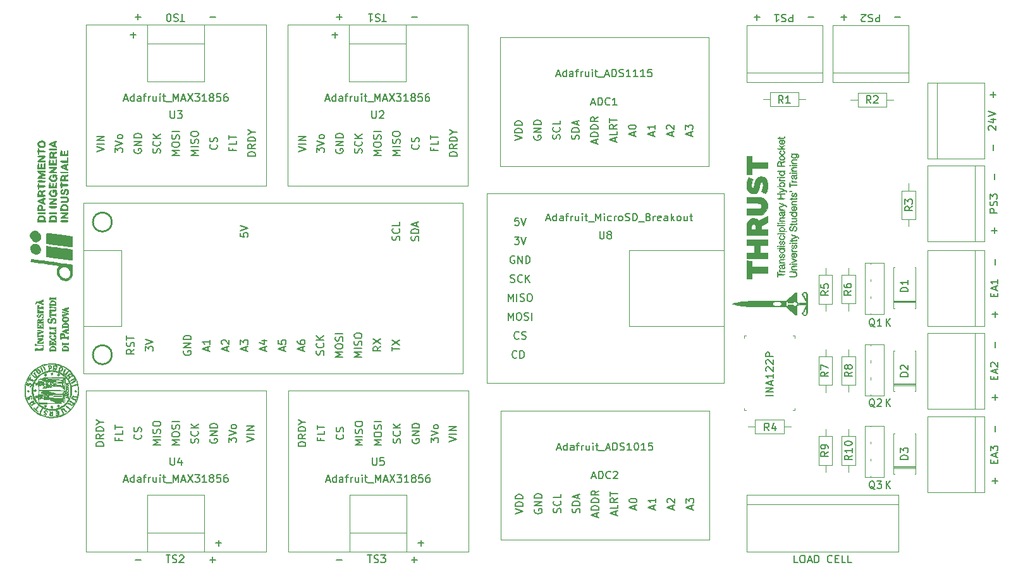
<source format=gbr>
G04 #@! TF.GenerationSoftware,KiCad,Pcbnew,(6.0.0)*
G04 #@! TF.CreationDate,2022-12-30T16:33:39+01:00*
G04 #@! TF.ProjectId,Test Stand PCB,54657374-2053-4746-916e-64205043422e,rev?*
G04 #@! TF.SameCoordinates,Original*
G04 #@! TF.FileFunction,Legend,Top*
G04 #@! TF.FilePolarity,Positive*
%FSLAX46Y46*%
G04 Gerber Fmt 4.6, Leading zero omitted, Abs format (unit mm)*
G04 Created by KiCad (PCBNEW (6.0.0)) date 2022-12-30 16:33:39*
%MOMM*%
%LPD*%
G01*
G04 APERTURE LIST*
%ADD10C,0.150000*%
%ADD11C,0.010000*%
%ADD12C,0.120000*%
%ADD13C,0.100000*%
%ADD14C,0.254000*%
G04 APERTURE END LIST*
D10*
X84514047Y-110356428D02*
X85275952Y-110356428D01*
X88656904Y-109737380D02*
X89228333Y-109737380D01*
X88942619Y-110737380D02*
X88942619Y-109737380D01*
X89514047Y-110689761D02*
X89656904Y-110737380D01*
X89895000Y-110737380D01*
X89990238Y-110689761D01*
X90037857Y-110642142D01*
X90085476Y-110546904D01*
X90085476Y-110451666D01*
X90037857Y-110356428D01*
X89990238Y-110308809D01*
X89895000Y-110261190D01*
X89704523Y-110213571D01*
X89609285Y-110165952D01*
X89561666Y-110118333D01*
X89514047Y-110023095D01*
X89514047Y-109927857D01*
X89561666Y-109832619D01*
X89609285Y-109785000D01*
X89704523Y-109737380D01*
X89942619Y-109737380D01*
X90085476Y-109785000D01*
X90418809Y-109737380D02*
X91037857Y-109737380D01*
X90704523Y-110118333D01*
X90847380Y-110118333D01*
X90942619Y-110165952D01*
X90990238Y-110213571D01*
X91037857Y-110308809D01*
X91037857Y-110546904D01*
X90990238Y-110642142D01*
X90942619Y-110689761D01*
X90847380Y-110737380D01*
X90561666Y-110737380D01*
X90466428Y-110689761D01*
X90418809Y-110642142D01*
X94514047Y-110356428D02*
X95275952Y-110356428D01*
X94895000Y-110737380D02*
X94895000Y-109975476D01*
X57514047Y-110356428D02*
X58275952Y-110356428D01*
X61656904Y-109737380D02*
X62228333Y-109737380D01*
X61942619Y-110737380D02*
X61942619Y-109737380D01*
X62514047Y-110689761D02*
X62656904Y-110737380D01*
X62895000Y-110737380D01*
X62990238Y-110689761D01*
X63037857Y-110642142D01*
X63085476Y-110546904D01*
X63085476Y-110451666D01*
X63037857Y-110356428D01*
X62990238Y-110308809D01*
X62895000Y-110261190D01*
X62704523Y-110213571D01*
X62609285Y-110165952D01*
X62561666Y-110118333D01*
X62514047Y-110023095D01*
X62514047Y-109927857D01*
X62561666Y-109832619D01*
X62609285Y-109785000D01*
X62704523Y-109737380D01*
X62942619Y-109737380D01*
X63085476Y-109785000D01*
X63466428Y-109832619D02*
X63514047Y-109785000D01*
X63609285Y-109737380D01*
X63847380Y-109737380D01*
X63942619Y-109785000D01*
X63990238Y-109832619D01*
X64037857Y-109927857D01*
X64037857Y-110023095D01*
X63990238Y-110165952D01*
X63418809Y-110737380D01*
X64037857Y-110737380D01*
X67514047Y-110356428D02*
X68275952Y-110356428D01*
X67895000Y-110737380D02*
X67895000Y-109975476D01*
X95275952Y-37613571D02*
X94514047Y-37613571D01*
X91133095Y-38232619D02*
X90561666Y-38232619D01*
X90847380Y-37232619D02*
X90847380Y-38232619D01*
X90275952Y-37280238D02*
X90133095Y-37232619D01*
X89895000Y-37232619D01*
X89799761Y-37280238D01*
X89752142Y-37327857D01*
X89704523Y-37423095D01*
X89704523Y-37518333D01*
X89752142Y-37613571D01*
X89799761Y-37661190D01*
X89895000Y-37708809D01*
X90085476Y-37756428D01*
X90180714Y-37804047D01*
X90228333Y-37851666D01*
X90275952Y-37946904D01*
X90275952Y-38042142D01*
X90228333Y-38137380D01*
X90180714Y-38185000D01*
X90085476Y-38232619D01*
X89847380Y-38232619D01*
X89704523Y-38185000D01*
X88752142Y-37232619D02*
X89323571Y-37232619D01*
X89037857Y-37232619D02*
X89037857Y-38232619D01*
X89133095Y-38089761D01*
X89228333Y-37994523D01*
X89323571Y-37946904D01*
X85275952Y-37613571D02*
X84514047Y-37613571D01*
X84895000Y-37232619D02*
X84895000Y-37994523D01*
X68275952Y-37613571D02*
X67514047Y-37613571D01*
X64133095Y-38232619D02*
X63561666Y-38232619D01*
X63847380Y-37232619D02*
X63847380Y-38232619D01*
X63275952Y-37280238D02*
X63133095Y-37232619D01*
X62895000Y-37232619D01*
X62799761Y-37280238D01*
X62752142Y-37327857D01*
X62704523Y-37423095D01*
X62704523Y-37518333D01*
X62752142Y-37613571D01*
X62799761Y-37661190D01*
X62895000Y-37708809D01*
X63085476Y-37756428D01*
X63180714Y-37804047D01*
X63228333Y-37851666D01*
X63275952Y-37946904D01*
X63275952Y-38042142D01*
X63228333Y-38137380D01*
X63180714Y-38185000D01*
X63085476Y-38232619D01*
X62847380Y-38232619D01*
X62704523Y-38185000D01*
X62085476Y-38232619D02*
X61990238Y-38232619D01*
X61895000Y-38185000D01*
X61847380Y-38137380D01*
X61799761Y-38042142D01*
X61752142Y-37851666D01*
X61752142Y-37613571D01*
X61799761Y-37423095D01*
X61847380Y-37327857D01*
X61895000Y-37280238D01*
X61990238Y-37232619D01*
X62085476Y-37232619D01*
X62180714Y-37280238D01*
X62228333Y-37327857D01*
X62275952Y-37423095D01*
X62323571Y-37613571D01*
X62323571Y-37851666D01*
X62275952Y-38042142D01*
X62228333Y-38137380D01*
X62180714Y-38185000D01*
X62085476Y-38232619D01*
X58275952Y-37613571D02*
X57514047Y-37613571D01*
X57895000Y-37232619D02*
X57895000Y-37994523D01*
X142987380Y-88365952D02*
X141987380Y-88365952D01*
X142987380Y-87889761D02*
X141987380Y-87889761D01*
X142987380Y-87318333D01*
X141987380Y-87318333D01*
X142701666Y-86889761D02*
X142701666Y-86413571D01*
X142987380Y-86985000D02*
X141987380Y-86651666D01*
X142987380Y-86318333D01*
X142987380Y-85461190D02*
X142987380Y-86032619D01*
X142987380Y-85746904D02*
X141987380Y-85746904D01*
X142130238Y-85842142D01*
X142225476Y-85937380D01*
X142273095Y-86032619D01*
X142082619Y-85080238D02*
X142035000Y-85032619D01*
X141987380Y-84937380D01*
X141987380Y-84699285D01*
X142035000Y-84604047D01*
X142082619Y-84556428D01*
X142177857Y-84508809D01*
X142273095Y-84508809D01*
X142415952Y-84556428D01*
X142987380Y-85127857D01*
X142987380Y-84508809D01*
X142082619Y-84127857D02*
X142035000Y-84080238D01*
X141987380Y-83985000D01*
X141987380Y-83746904D01*
X142035000Y-83651666D01*
X142082619Y-83604047D01*
X142177857Y-83556428D01*
X142273095Y-83556428D01*
X142415952Y-83604047D01*
X142987380Y-84175476D01*
X142987380Y-83556428D01*
X142987380Y-83127857D02*
X141987380Y-83127857D01*
X141987380Y-82746904D01*
X142035000Y-82651666D01*
X142082619Y-82604047D01*
X142177857Y-82556428D01*
X142320714Y-82556428D01*
X142415952Y-82604047D01*
X142463571Y-82651666D01*
X142511190Y-82746904D01*
X142511190Y-83127857D01*
X118620714Y-49161666D02*
X119096904Y-49161666D01*
X118525476Y-49447380D02*
X118858809Y-48447380D01*
X119192142Y-49447380D01*
X119525476Y-49447380D02*
X119525476Y-48447380D01*
X119763571Y-48447380D01*
X119906428Y-48495000D01*
X120001666Y-48590238D01*
X120049285Y-48685476D01*
X120096904Y-48875952D01*
X120096904Y-49018809D01*
X120049285Y-49209285D01*
X120001666Y-49304523D01*
X119906428Y-49399761D01*
X119763571Y-49447380D01*
X119525476Y-49447380D01*
X121096904Y-49352142D02*
X121049285Y-49399761D01*
X120906428Y-49447380D01*
X120811190Y-49447380D01*
X120668333Y-49399761D01*
X120573095Y-49304523D01*
X120525476Y-49209285D01*
X120477857Y-49018809D01*
X120477857Y-48875952D01*
X120525476Y-48685476D01*
X120573095Y-48590238D01*
X120668333Y-48495000D01*
X120811190Y-48447380D01*
X120906428Y-48447380D01*
X121049285Y-48495000D01*
X121096904Y-48542619D01*
X122049285Y-49447380D02*
X121477857Y-49447380D01*
X121763571Y-49447380D02*
X121763571Y-48447380D01*
X121668333Y-48590238D01*
X121573095Y-48685476D01*
X121477857Y-48733095D01*
X113930238Y-45351666D02*
X114406428Y-45351666D01*
X113835000Y-45637380D02*
X114168333Y-44637380D01*
X114501666Y-45637380D01*
X115263571Y-45637380D02*
X115263571Y-44637380D01*
X115263571Y-45589761D02*
X115168333Y-45637380D01*
X114977857Y-45637380D01*
X114882619Y-45589761D01*
X114835000Y-45542142D01*
X114787380Y-45446904D01*
X114787380Y-45161190D01*
X114835000Y-45065952D01*
X114882619Y-45018333D01*
X114977857Y-44970714D01*
X115168333Y-44970714D01*
X115263571Y-45018333D01*
X116168333Y-45637380D02*
X116168333Y-45113571D01*
X116120714Y-45018333D01*
X116025476Y-44970714D01*
X115835000Y-44970714D01*
X115739761Y-45018333D01*
X116168333Y-45589761D02*
X116073095Y-45637380D01*
X115835000Y-45637380D01*
X115739761Y-45589761D01*
X115692142Y-45494523D01*
X115692142Y-45399285D01*
X115739761Y-45304047D01*
X115835000Y-45256428D01*
X116073095Y-45256428D01*
X116168333Y-45208809D01*
X116501666Y-44970714D02*
X116882619Y-44970714D01*
X116644523Y-45637380D02*
X116644523Y-44780238D01*
X116692142Y-44685000D01*
X116787380Y-44637380D01*
X116882619Y-44637380D01*
X117215952Y-45637380D02*
X117215952Y-44970714D01*
X117215952Y-45161190D02*
X117263571Y-45065952D01*
X117311190Y-45018333D01*
X117406428Y-44970714D01*
X117501666Y-44970714D01*
X118263571Y-44970714D02*
X118263571Y-45637380D01*
X117835000Y-44970714D02*
X117835000Y-45494523D01*
X117882619Y-45589761D01*
X117977857Y-45637380D01*
X118120714Y-45637380D01*
X118215952Y-45589761D01*
X118263571Y-45542142D01*
X118739761Y-45637380D02*
X118739761Y-44970714D01*
X118739761Y-44637380D02*
X118692142Y-44685000D01*
X118739761Y-44732619D01*
X118787380Y-44685000D01*
X118739761Y-44637380D01*
X118739761Y-44732619D01*
X119073095Y-44970714D02*
X119454047Y-44970714D01*
X119215952Y-44637380D02*
X119215952Y-45494523D01*
X119263571Y-45589761D01*
X119358809Y-45637380D01*
X119454047Y-45637380D01*
X119549285Y-45732619D02*
X120311190Y-45732619D01*
X120501666Y-45351666D02*
X120977857Y-45351666D01*
X120406428Y-45637380D02*
X120739761Y-44637380D01*
X121073095Y-45637380D01*
X121406428Y-45637380D02*
X121406428Y-44637380D01*
X121644523Y-44637380D01*
X121787380Y-44685000D01*
X121882619Y-44780238D01*
X121930238Y-44875476D01*
X121977857Y-45065952D01*
X121977857Y-45208809D01*
X121930238Y-45399285D01*
X121882619Y-45494523D01*
X121787380Y-45589761D01*
X121644523Y-45637380D01*
X121406428Y-45637380D01*
X122358809Y-45589761D02*
X122501666Y-45637380D01*
X122739761Y-45637380D01*
X122835000Y-45589761D01*
X122882619Y-45542142D01*
X122930238Y-45446904D01*
X122930238Y-45351666D01*
X122882619Y-45256428D01*
X122835000Y-45208809D01*
X122739761Y-45161190D01*
X122549285Y-45113571D01*
X122454047Y-45065952D01*
X122406428Y-45018333D01*
X122358809Y-44923095D01*
X122358809Y-44827857D01*
X122406428Y-44732619D01*
X122454047Y-44685000D01*
X122549285Y-44637380D01*
X122787380Y-44637380D01*
X122930238Y-44685000D01*
X123882619Y-45637380D02*
X123311190Y-45637380D01*
X123596904Y-45637380D02*
X123596904Y-44637380D01*
X123501666Y-44780238D01*
X123406428Y-44875476D01*
X123311190Y-44923095D01*
X124835000Y-45637380D02*
X124263571Y-45637380D01*
X124549285Y-45637380D02*
X124549285Y-44637380D01*
X124454047Y-44780238D01*
X124358809Y-44875476D01*
X124263571Y-44923095D01*
X125787380Y-45637380D02*
X125215952Y-45637380D01*
X125501666Y-45637380D02*
X125501666Y-44637380D01*
X125406428Y-44780238D01*
X125311190Y-44875476D01*
X125215952Y-44923095D01*
X126692142Y-44637380D02*
X126215952Y-44637380D01*
X126168333Y-45113571D01*
X126215952Y-45065952D01*
X126311190Y-45018333D01*
X126549285Y-45018333D01*
X126644523Y-45065952D01*
X126692142Y-45113571D01*
X126739761Y-45208809D01*
X126739761Y-45446904D01*
X126692142Y-45542142D01*
X126644523Y-45589761D01*
X126549285Y-45637380D01*
X126311190Y-45637380D01*
X126215952Y-45589761D01*
X126168333Y-45542142D01*
X131931666Y-53519285D02*
X131931666Y-53043095D01*
X132217380Y-53614523D02*
X131217380Y-53281190D01*
X132217380Y-52947857D01*
X131217380Y-52709761D02*
X131217380Y-52090714D01*
X131598333Y-52424047D01*
X131598333Y-52281190D01*
X131645952Y-52185952D01*
X131693571Y-52138333D01*
X131788809Y-52090714D01*
X132026904Y-52090714D01*
X132122142Y-52138333D01*
X132169761Y-52185952D01*
X132217380Y-52281190D01*
X132217380Y-52566904D01*
X132169761Y-52662142D01*
X132122142Y-52709761D01*
X129391666Y-53519285D02*
X129391666Y-53043095D01*
X129677380Y-53614523D02*
X128677380Y-53281190D01*
X129677380Y-52947857D01*
X128772619Y-52662142D02*
X128725000Y-52614523D01*
X128677380Y-52519285D01*
X128677380Y-52281190D01*
X128725000Y-52185952D01*
X128772619Y-52138333D01*
X128867857Y-52090714D01*
X128963095Y-52090714D01*
X129105952Y-52138333D01*
X129677380Y-52709761D01*
X129677380Y-52090714D01*
X126851666Y-53519285D02*
X126851666Y-53043095D01*
X127137380Y-53614523D02*
X126137380Y-53281190D01*
X127137380Y-52947857D01*
X127137380Y-52090714D02*
X127137380Y-52662142D01*
X127137380Y-52376428D02*
X126137380Y-52376428D01*
X126280238Y-52471666D01*
X126375476Y-52566904D01*
X126423095Y-52662142D01*
X124311666Y-53519285D02*
X124311666Y-53043095D01*
X124597380Y-53614523D02*
X123597380Y-53281190D01*
X124597380Y-52947857D01*
X123597380Y-52424047D02*
X123597380Y-52328809D01*
X123645000Y-52233571D01*
X123692619Y-52185952D01*
X123787857Y-52138333D01*
X123978333Y-52090714D01*
X124216428Y-52090714D01*
X124406904Y-52138333D01*
X124502142Y-52185952D01*
X124549761Y-52233571D01*
X124597380Y-52328809D01*
X124597380Y-52424047D01*
X124549761Y-52519285D01*
X124502142Y-52566904D01*
X124406904Y-52614523D01*
X124216428Y-52662142D01*
X123978333Y-52662142D01*
X123787857Y-52614523D01*
X123692619Y-52566904D01*
X123645000Y-52519285D01*
X123597380Y-52424047D01*
X121771666Y-54328809D02*
X121771666Y-53852619D01*
X122057380Y-54424047D02*
X121057380Y-54090714D01*
X122057380Y-53757380D01*
X122057380Y-52947857D02*
X122057380Y-53424047D01*
X121057380Y-53424047D01*
X122057380Y-52043095D02*
X121581190Y-52376428D01*
X122057380Y-52614523D02*
X121057380Y-52614523D01*
X121057380Y-52233571D01*
X121105000Y-52138333D01*
X121152619Y-52090714D01*
X121247857Y-52043095D01*
X121390714Y-52043095D01*
X121485952Y-52090714D01*
X121533571Y-52138333D01*
X121581190Y-52233571D01*
X121581190Y-52614523D01*
X121057380Y-51757380D02*
X121057380Y-51185952D01*
X122057380Y-51471666D02*
X121057380Y-51471666D01*
X119231666Y-54543095D02*
X119231666Y-54066904D01*
X119517380Y-54638333D02*
X118517380Y-54305000D01*
X119517380Y-53971666D01*
X119517380Y-53638333D02*
X118517380Y-53638333D01*
X118517380Y-53400238D01*
X118565000Y-53257380D01*
X118660238Y-53162142D01*
X118755476Y-53114523D01*
X118945952Y-53066904D01*
X119088809Y-53066904D01*
X119279285Y-53114523D01*
X119374523Y-53162142D01*
X119469761Y-53257380D01*
X119517380Y-53400238D01*
X119517380Y-53638333D01*
X119517380Y-52638333D02*
X118517380Y-52638333D01*
X118517380Y-52400238D01*
X118565000Y-52257380D01*
X118660238Y-52162142D01*
X118755476Y-52114523D01*
X118945952Y-52066904D01*
X119088809Y-52066904D01*
X119279285Y-52114523D01*
X119374523Y-52162142D01*
X119469761Y-52257380D01*
X119517380Y-52400238D01*
X119517380Y-52638333D01*
X119517380Y-51066904D02*
X119041190Y-51400238D01*
X119517380Y-51638333D02*
X118517380Y-51638333D01*
X118517380Y-51257380D01*
X118565000Y-51162142D01*
X118612619Y-51114523D01*
X118707857Y-51066904D01*
X118850714Y-51066904D01*
X118945952Y-51114523D01*
X118993571Y-51162142D01*
X119041190Y-51257380D01*
X119041190Y-51638333D01*
X116929761Y-54019285D02*
X116977380Y-53876428D01*
X116977380Y-53638333D01*
X116929761Y-53543095D01*
X116882142Y-53495476D01*
X116786904Y-53447857D01*
X116691666Y-53447857D01*
X116596428Y-53495476D01*
X116548809Y-53543095D01*
X116501190Y-53638333D01*
X116453571Y-53828809D01*
X116405952Y-53924047D01*
X116358333Y-53971666D01*
X116263095Y-54019285D01*
X116167857Y-54019285D01*
X116072619Y-53971666D01*
X116025000Y-53924047D01*
X115977380Y-53828809D01*
X115977380Y-53590714D01*
X116025000Y-53447857D01*
X116977380Y-53019285D02*
X115977380Y-53019285D01*
X115977380Y-52781190D01*
X116025000Y-52638333D01*
X116120238Y-52543095D01*
X116215476Y-52495476D01*
X116405952Y-52447857D01*
X116548809Y-52447857D01*
X116739285Y-52495476D01*
X116834523Y-52543095D01*
X116929761Y-52638333D01*
X116977380Y-52781190D01*
X116977380Y-53019285D01*
X116691666Y-52066904D02*
X116691666Y-51590714D01*
X116977380Y-52162142D02*
X115977380Y-51828809D01*
X116977380Y-51495476D01*
X114389761Y-53995476D02*
X114437380Y-53852619D01*
X114437380Y-53614523D01*
X114389761Y-53519285D01*
X114342142Y-53471666D01*
X114246904Y-53424047D01*
X114151666Y-53424047D01*
X114056428Y-53471666D01*
X114008809Y-53519285D01*
X113961190Y-53614523D01*
X113913571Y-53805000D01*
X113865952Y-53900238D01*
X113818333Y-53947857D01*
X113723095Y-53995476D01*
X113627857Y-53995476D01*
X113532619Y-53947857D01*
X113485000Y-53900238D01*
X113437380Y-53805000D01*
X113437380Y-53566904D01*
X113485000Y-53424047D01*
X114342142Y-52424047D02*
X114389761Y-52471666D01*
X114437380Y-52614523D01*
X114437380Y-52709761D01*
X114389761Y-52852619D01*
X114294523Y-52947857D01*
X114199285Y-52995476D01*
X114008809Y-53043095D01*
X113865952Y-53043095D01*
X113675476Y-52995476D01*
X113580238Y-52947857D01*
X113485000Y-52852619D01*
X113437380Y-52709761D01*
X113437380Y-52614523D01*
X113485000Y-52471666D01*
X113532619Y-52424047D01*
X114437380Y-51519285D02*
X114437380Y-51995476D01*
X113437380Y-51995476D01*
X110945000Y-53566904D02*
X110897380Y-53662142D01*
X110897380Y-53805000D01*
X110945000Y-53947857D01*
X111040238Y-54043095D01*
X111135476Y-54090714D01*
X111325952Y-54138333D01*
X111468809Y-54138333D01*
X111659285Y-54090714D01*
X111754523Y-54043095D01*
X111849761Y-53947857D01*
X111897380Y-53805000D01*
X111897380Y-53709761D01*
X111849761Y-53566904D01*
X111802142Y-53519285D01*
X111468809Y-53519285D01*
X111468809Y-53709761D01*
X111897380Y-53090714D02*
X110897380Y-53090714D01*
X111897380Y-52519285D01*
X110897380Y-52519285D01*
X111897380Y-52043095D02*
X110897380Y-52043095D01*
X110897380Y-51805000D01*
X110945000Y-51662142D01*
X111040238Y-51566904D01*
X111135476Y-51519285D01*
X111325952Y-51471666D01*
X111468809Y-51471666D01*
X111659285Y-51519285D01*
X111754523Y-51566904D01*
X111849761Y-51662142D01*
X111897380Y-51805000D01*
X111897380Y-52043095D01*
X108357380Y-54138333D02*
X109357380Y-53805000D01*
X108357380Y-53471666D01*
X109357380Y-53138333D02*
X108357380Y-53138333D01*
X108357380Y-52900238D01*
X108405000Y-52757380D01*
X108500238Y-52662142D01*
X108595476Y-52614523D01*
X108785952Y-52566904D01*
X108928809Y-52566904D01*
X109119285Y-52614523D01*
X109214523Y-52662142D01*
X109309761Y-52757380D01*
X109357380Y-52900238D01*
X109357380Y-53138333D01*
X109357380Y-52138333D02*
X108357380Y-52138333D01*
X108357380Y-51900238D01*
X108405000Y-51757380D01*
X108500238Y-51662142D01*
X108595476Y-51614523D01*
X108785952Y-51566904D01*
X108928809Y-51566904D01*
X109119285Y-51614523D01*
X109214523Y-51662142D01*
X109309761Y-51757380D01*
X109357380Y-51900238D01*
X109357380Y-52138333D01*
X156038333Y-49187380D02*
X155705000Y-48711190D01*
X155466904Y-49187380D02*
X155466904Y-48187380D01*
X155847857Y-48187380D01*
X155943095Y-48235000D01*
X155990714Y-48282619D01*
X156038333Y-48377857D01*
X156038333Y-48520714D01*
X155990714Y-48615952D01*
X155943095Y-48663571D01*
X155847857Y-48711190D01*
X155466904Y-48711190D01*
X156419285Y-48282619D02*
X156466904Y-48235000D01*
X156562142Y-48187380D01*
X156800238Y-48187380D01*
X156895476Y-48235000D01*
X156943095Y-48282619D01*
X156990714Y-48377857D01*
X156990714Y-48473095D01*
X156943095Y-48615952D01*
X156371666Y-49187380D01*
X156990714Y-49187380D01*
X144288333Y-49187380D02*
X143955000Y-48711190D01*
X143716904Y-49187380D02*
X143716904Y-48187380D01*
X144097857Y-48187380D01*
X144193095Y-48235000D01*
X144240714Y-48282619D01*
X144288333Y-48377857D01*
X144288333Y-48520714D01*
X144240714Y-48615952D01*
X144193095Y-48663571D01*
X144097857Y-48711190D01*
X143716904Y-48711190D01*
X145240714Y-49187380D02*
X144669285Y-49187380D01*
X144955000Y-49187380D02*
X144955000Y-48187380D01*
X144859761Y-48330238D01*
X144764523Y-48425476D01*
X144669285Y-48473095D01*
X160001190Y-37663571D02*
X159239285Y-37663571D01*
X157239285Y-37282619D02*
X157239285Y-38282619D01*
X156858333Y-38282619D01*
X156763095Y-38235000D01*
X156715476Y-38187380D01*
X156667857Y-38092142D01*
X156667857Y-37949285D01*
X156715476Y-37854047D01*
X156763095Y-37806428D01*
X156858333Y-37758809D01*
X157239285Y-37758809D01*
X156286904Y-37330238D02*
X156144047Y-37282619D01*
X155905952Y-37282619D01*
X155810714Y-37330238D01*
X155763095Y-37377857D01*
X155715476Y-37473095D01*
X155715476Y-37568333D01*
X155763095Y-37663571D01*
X155810714Y-37711190D01*
X155905952Y-37758809D01*
X156096428Y-37806428D01*
X156191666Y-37854047D01*
X156239285Y-37901666D01*
X156286904Y-37996904D01*
X156286904Y-38092142D01*
X156239285Y-38187380D01*
X156191666Y-38235000D01*
X156096428Y-38282619D01*
X155858333Y-38282619D01*
X155715476Y-38235000D01*
X155334523Y-38187380D02*
X155286904Y-38235000D01*
X155191666Y-38282619D01*
X154953571Y-38282619D01*
X154858333Y-38235000D01*
X154810714Y-38187380D01*
X154763095Y-38092142D01*
X154763095Y-37996904D01*
X154810714Y-37854047D01*
X155382142Y-37282619D01*
X154763095Y-37282619D01*
X152810714Y-37663571D02*
X152048809Y-37663571D01*
X152429761Y-37282619D02*
X152429761Y-38044523D01*
X148371190Y-37663571D02*
X147609285Y-37663571D01*
X145609285Y-37282619D02*
X145609285Y-38282619D01*
X145228333Y-38282619D01*
X145133095Y-38235000D01*
X145085476Y-38187380D01*
X145037857Y-38092142D01*
X145037857Y-37949285D01*
X145085476Y-37854047D01*
X145133095Y-37806428D01*
X145228333Y-37758809D01*
X145609285Y-37758809D01*
X144656904Y-37330238D02*
X144514047Y-37282619D01*
X144275952Y-37282619D01*
X144180714Y-37330238D01*
X144133095Y-37377857D01*
X144085476Y-37473095D01*
X144085476Y-37568333D01*
X144133095Y-37663571D01*
X144180714Y-37711190D01*
X144275952Y-37758809D01*
X144466428Y-37806428D01*
X144561666Y-37854047D01*
X144609285Y-37901666D01*
X144656904Y-37996904D01*
X144656904Y-38092142D01*
X144609285Y-38187380D01*
X144561666Y-38235000D01*
X144466428Y-38282619D01*
X144228333Y-38282619D01*
X144085476Y-38235000D01*
X143133095Y-37282619D02*
X143704523Y-37282619D01*
X143418809Y-37282619D02*
X143418809Y-38282619D01*
X143514047Y-38139761D01*
X143609285Y-38044523D01*
X143704523Y-37996904D01*
X141180714Y-37663571D02*
X140418809Y-37663571D01*
X140799761Y-37282619D02*
X140799761Y-38044523D01*
X119738095Y-66347380D02*
X119738095Y-67156904D01*
X119785714Y-67252142D01*
X119833333Y-67299761D01*
X119928571Y-67347380D01*
X120119047Y-67347380D01*
X120214285Y-67299761D01*
X120261904Y-67252142D01*
X120309523Y-67156904D01*
X120309523Y-66347380D01*
X120928571Y-66775952D02*
X120833333Y-66728333D01*
X120785714Y-66680714D01*
X120738095Y-66585476D01*
X120738095Y-66537857D01*
X120785714Y-66442619D01*
X120833333Y-66395000D01*
X120928571Y-66347380D01*
X121119047Y-66347380D01*
X121214285Y-66395000D01*
X121261904Y-66442619D01*
X121309523Y-66537857D01*
X121309523Y-66585476D01*
X121261904Y-66680714D01*
X121214285Y-66728333D01*
X121119047Y-66775952D01*
X120928571Y-66775952D01*
X120833333Y-66823571D01*
X120785714Y-66871190D01*
X120738095Y-66966428D01*
X120738095Y-67156904D01*
X120785714Y-67252142D01*
X120833333Y-67299761D01*
X120928571Y-67347380D01*
X121119047Y-67347380D01*
X121214285Y-67299761D01*
X121261904Y-67252142D01*
X121309523Y-67156904D01*
X121309523Y-66966428D01*
X121261904Y-66871190D01*
X121214285Y-66823571D01*
X121119047Y-66775952D01*
X112596904Y-64661666D02*
X113073095Y-64661666D01*
X112501666Y-64947380D02*
X112835000Y-63947380D01*
X113168333Y-64947380D01*
X113930238Y-64947380D02*
X113930238Y-63947380D01*
X113930238Y-64899761D02*
X113835000Y-64947380D01*
X113644523Y-64947380D01*
X113549285Y-64899761D01*
X113501666Y-64852142D01*
X113454047Y-64756904D01*
X113454047Y-64471190D01*
X113501666Y-64375952D01*
X113549285Y-64328333D01*
X113644523Y-64280714D01*
X113835000Y-64280714D01*
X113930238Y-64328333D01*
X114835000Y-64947380D02*
X114835000Y-64423571D01*
X114787380Y-64328333D01*
X114692142Y-64280714D01*
X114501666Y-64280714D01*
X114406428Y-64328333D01*
X114835000Y-64899761D02*
X114739761Y-64947380D01*
X114501666Y-64947380D01*
X114406428Y-64899761D01*
X114358809Y-64804523D01*
X114358809Y-64709285D01*
X114406428Y-64614047D01*
X114501666Y-64566428D01*
X114739761Y-64566428D01*
X114835000Y-64518809D01*
X115168333Y-64280714D02*
X115549285Y-64280714D01*
X115311190Y-64947380D02*
X115311190Y-64090238D01*
X115358809Y-63995000D01*
X115454047Y-63947380D01*
X115549285Y-63947380D01*
X115882619Y-64947380D02*
X115882619Y-64280714D01*
X115882619Y-64471190D02*
X115930238Y-64375952D01*
X115977857Y-64328333D01*
X116073095Y-64280714D01*
X116168333Y-64280714D01*
X116930238Y-64280714D02*
X116930238Y-64947380D01*
X116501666Y-64280714D02*
X116501666Y-64804523D01*
X116549285Y-64899761D01*
X116644523Y-64947380D01*
X116787380Y-64947380D01*
X116882619Y-64899761D01*
X116930238Y-64852142D01*
X117406428Y-64947380D02*
X117406428Y-64280714D01*
X117406428Y-63947380D02*
X117358809Y-63995000D01*
X117406428Y-64042619D01*
X117454047Y-63995000D01*
X117406428Y-63947380D01*
X117406428Y-64042619D01*
X117739761Y-64280714D02*
X118120714Y-64280714D01*
X117882619Y-63947380D02*
X117882619Y-64804523D01*
X117930238Y-64899761D01*
X118025476Y-64947380D01*
X118120714Y-64947380D01*
X118215952Y-65042619D02*
X118977857Y-65042619D01*
X119215952Y-64947380D02*
X119215952Y-63947380D01*
X119549285Y-64661666D01*
X119882619Y-63947380D01*
X119882619Y-64947380D01*
X120358809Y-64947380D02*
X120358809Y-64280714D01*
X120358809Y-63947380D02*
X120311190Y-63995000D01*
X120358809Y-64042619D01*
X120406428Y-63995000D01*
X120358809Y-63947380D01*
X120358809Y-64042619D01*
X121263571Y-64899761D02*
X121168333Y-64947380D01*
X120977857Y-64947380D01*
X120882619Y-64899761D01*
X120835000Y-64852142D01*
X120787380Y-64756904D01*
X120787380Y-64471190D01*
X120835000Y-64375952D01*
X120882619Y-64328333D01*
X120977857Y-64280714D01*
X121168333Y-64280714D01*
X121263571Y-64328333D01*
X121692142Y-64947380D02*
X121692142Y-64280714D01*
X121692142Y-64471190D02*
X121739761Y-64375952D01*
X121787380Y-64328333D01*
X121882619Y-64280714D01*
X121977857Y-64280714D01*
X122454047Y-64947380D02*
X122358809Y-64899761D01*
X122311190Y-64852142D01*
X122263571Y-64756904D01*
X122263571Y-64471190D01*
X122311190Y-64375952D01*
X122358809Y-64328333D01*
X122454047Y-64280714D01*
X122596904Y-64280714D01*
X122692142Y-64328333D01*
X122739761Y-64375952D01*
X122787380Y-64471190D01*
X122787380Y-64756904D01*
X122739761Y-64852142D01*
X122692142Y-64899761D01*
X122596904Y-64947380D01*
X122454047Y-64947380D01*
X123168333Y-64899761D02*
X123311190Y-64947380D01*
X123549285Y-64947380D01*
X123644523Y-64899761D01*
X123692142Y-64852142D01*
X123739761Y-64756904D01*
X123739761Y-64661666D01*
X123692142Y-64566428D01*
X123644523Y-64518809D01*
X123549285Y-64471190D01*
X123358809Y-64423571D01*
X123263571Y-64375952D01*
X123215952Y-64328333D01*
X123168333Y-64233095D01*
X123168333Y-64137857D01*
X123215952Y-64042619D01*
X123263571Y-63995000D01*
X123358809Y-63947380D01*
X123596904Y-63947380D01*
X123739761Y-63995000D01*
X124168333Y-64947380D02*
X124168333Y-63947380D01*
X124406428Y-63947380D01*
X124549285Y-63995000D01*
X124644523Y-64090238D01*
X124692142Y-64185476D01*
X124739761Y-64375952D01*
X124739761Y-64518809D01*
X124692142Y-64709285D01*
X124644523Y-64804523D01*
X124549285Y-64899761D01*
X124406428Y-64947380D01*
X124168333Y-64947380D01*
X124930238Y-65042619D02*
X125692142Y-65042619D01*
X126263571Y-64423571D02*
X126406428Y-64471190D01*
X126454047Y-64518809D01*
X126501666Y-64614047D01*
X126501666Y-64756904D01*
X126454047Y-64852142D01*
X126406428Y-64899761D01*
X126311190Y-64947380D01*
X125930238Y-64947380D01*
X125930238Y-63947380D01*
X126263571Y-63947380D01*
X126358809Y-63995000D01*
X126406428Y-64042619D01*
X126454047Y-64137857D01*
X126454047Y-64233095D01*
X126406428Y-64328333D01*
X126358809Y-64375952D01*
X126263571Y-64423571D01*
X125930238Y-64423571D01*
X126930238Y-64947380D02*
X126930238Y-64280714D01*
X126930238Y-64471190D02*
X126977857Y-64375952D01*
X127025476Y-64328333D01*
X127120714Y-64280714D01*
X127215952Y-64280714D01*
X127930238Y-64899761D02*
X127835000Y-64947380D01*
X127644523Y-64947380D01*
X127549285Y-64899761D01*
X127501666Y-64804523D01*
X127501666Y-64423571D01*
X127549285Y-64328333D01*
X127644523Y-64280714D01*
X127835000Y-64280714D01*
X127930238Y-64328333D01*
X127977857Y-64423571D01*
X127977857Y-64518809D01*
X127501666Y-64614047D01*
X128834999Y-64947380D02*
X128834999Y-64423571D01*
X128787380Y-64328333D01*
X128692142Y-64280714D01*
X128501666Y-64280714D01*
X128406428Y-64328333D01*
X128834999Y-64899761D02*
X128739761Y-64947380D01*
X128501666Y-64947380D01*
X128406428Y-64899761D01*
X128358809Y-64804523D01*
X128358809Y-64709285D01*
X128406428Y-64614047D01*
X128501666Y-64566428D01*
X128739761Y-64566428D01*
X128834999Y-64518809D01*
X129311190Y-64947380D02*
X129311190Y-63947380D01*
X129406428Y-64566428D02*
X129692142Y-64947380D01*
X129692142Y-64280714D02*
X129311190Y-64661666D01*
X130263571Y-64947380D02*
X130168333Y-64899761D01*
X130120714Y-64852142D01*
X130073095Y-64756904D01*
X130073095Y-64471190D01*
X130120714Y-64375952D01*
X130168333Y-64328333D01*
X130263571Y-64280714D01*
X130406428Y-64280714D01*
X130501666Y-64328333D01*
X130549285Y-64375952D01*
X130596904Y-64471190D01*
X130596904Y-64756904D01*
X130549285Y-64852142D01*
X130501666Y-64899761D01*
X130406428Y-64947380D01*
X130263571Y-64947380D01*
X131454047Y-64280714D02*
X131454047Y-64947380D01*
X131025476Y-64280714D02*
X131025476Y-64804523D01*
X131073095Y-64899761D01*
X131168333Y-64947380D01*
X131311190Y-64947380D01*
X131406428Y-64899761D01*
X131454047Y-64852142D01*
X131787380Y-64280714D02*
X132168333Y-64280714D01*
X131930238Y-63947380D02*
X131930238Y-64804523D01*
X131977857Y-64899761D01*
X132073095Y-64947380D01*
X132168333Y-64947380D01*
X108879523Y-64562380D02*
X108403333Y-64562380D01*
X108355714Y-65038571D01*
X108403333Y-64990952D01*
X108498571Y-64943333D01*
X108736666Y-64943333D01*
X108831904Y-64990952D01*
X108879523Y-65038571D01*
X108927142Y-65133809D01*
X108927142Y-65371904D01*
X108879523Y-65467142D01*
X108831904Y-65514761D01*
X108736666Y-65562380D01*
X108498571Y-65562380D01*
X108403333Y-65514761D01*
X108355714Y-65467142D01*
X109212857Y-64562380D02*
X109546190Y-65562380D01*
X109879523Y-64562380D01*
X108308095Y-67102380D02*
X108927142Y-67102380D01*
X108593809Y-67483333D01*
X108736666Y-67483333D01*
X108831904Y-67530952D01*
X108879523Y-67578571D01*
X108927142Y-67673809D01*
X108927142Y-67911904D01*
X108879523Y-68007142D01*
X108831904Y-68054761D01*
X108736666Y-68102380D01*
X108450952Y-68102380D01*
X108355714Y-68054761D01*
X108308095Y-68007142D01*
X109212857Y-67102380D02*
X109546190Y-68102380D01*
X109879523Y-67102380D01*
X108308095Y-69690000D02*
X108212857Y-69642380D01*
X108070000Y-69642380D01*
X107927142Y-69690000D01*
X107831904Y-69785238D01*
X107784285Y-69880476D01*
X107736666Y-70070952D01*
X107736666Y-70213809D01*
X107784285Y-70404285D01*
X107831904Y-70499523D01*
X107927142Y-70594761D01*
X108070000Y-70642380D01*
X108165238Y-70642380D01*
X108308095Y-70594761D01*
X108355714Y-70547142D01*
X108355714Y-70213809D01*
X108165238Y-70213809D01*
X108784285Y-70642380D02*
X108784285Y-69642380D01*
X109355714Y-70642380D01*
X109355714Y-69642380D01*
X109831904Y-70642380D02*
X109831904Y-69642380D01*
X110070000Y-69642380D01*
X110212857Y-69690000D01*
X110308095Y-69785238D01*
X110355714Y-69880476D01*
X110403333Y-70070952D01*
X110403333Y-70213809D01*
X110355714Y-70404285D01*
X110308095Y-70499523D01*
X110212857Y-70594761D01*
X110070000Y-70642380D01*
X109831904Y-70642380D01*
X107784285Y-73134761D02*
X107927142Y-73182380D01*
X108165238Y-73182380D01*
X108260476Y-73134761D01*
X108308095Y-73087142D01*
X108355714Y-72991904D01*
X108355714Y-72896666D01*
X108308095Y-72801428D01*
X108260476Y-72753809D01*
X108165238Y-72706190D01*
X107974761Y-72658571D01*
X107879523Y-72610952D01*
X107831904Y-72563333D01*
X107784285Y-72468095D01*
X107784285Y-72372857D01*
X107831904Y-72277619D01*
X107879523Y-72230000D01*
X107974761Y-72182380D01*
X108212857Y-72182380D01*
X108355714Y-72230000D01*
X109355714Y-73087142D02*
X109308095Y-73134761D01*
X109165238Y-73182380D01*
X109070000Y-73182380D01*
X108927142Y-73134761D01*
X108831904Y-73039523D01*
X108784285Y-72944285D01*
X108736666Y-72753809D01*
X108736666Y-72610952D01*
X108784285Y-72420476D01*
X108831904Y-72325238D01*
X108927142Y-72230000D01*
X109070000Y-72182380D01*
X109165238Y-72182380D01*
X109308095Y-72230000D01*
X109355714Y-72277619D01*
X109784285Y-73182380D02*
X109784285Y-72182380D01*
X110355714Y-73182380D02*
X109927142Y-72610952D01*
X110355714Y-72182380D02*
X109784285Y-72753809D01*
X107498571Y-75722380D02*
X107498571Y-74722380D01*
X107831904Y-75436666D01*
X108165238Y-74722380D01*
X108165238Y-75722380D01*
X108641428Y-75722380D02*
X108641428Y-74722380D01*
X109070000Y-75674761D02*
X109212857Y-75722380D01*
X109450952Y-75722380D01*
X109546190Y-75674761D01*
X109593809Y-75627142D01*
X109641428Y-75531904D01*
X109641428Y-75436666D01*
X109593809Y-75341428D01*
X109546190Y-75293809D01*
X109450952Y-75246190D01*
X109260476Y-75198571D01*
X109165238Y-75150952D01*
X109117619Y-75103333D01*
X109070000Y-75008095D01*
X109070000Y-74912857D01*
X109117619Y-74817619D01*
X109165238Y-74770000D01*
X109260476Y-74722380D01*
X109498571Y-74722380D01*
X109641428Y-74770000D01*
X110260476Y-74722380D02*
X110450952Y-74722380D01*
X110546190Y-74770000D01*
X110641428Y-74865238D01*
X110689047Y-75055714D01*
X110689047Y-75389047D01*
X110641428Y-75579523D01*
X110546190Y-75674761D01*
X110450952Y-75722380D01*
X110260476Y-75722380D01*
X110165238Y-75674761D01*
X110070000Y-75579523D01*
X110022380Y-75389047D01*
X110022380Y-75055714D01*
X110070000Y-74865238D01*
X110165238Y-74770000D01*
X110260476Y-74722380D01*
X107498571Y-78262380D02*
X107498571Y-77262380D01*
X107831904Y-77976666D01*
X108165238Y-77262380D01*
X108165238Y-78262380D01*
X108831904Y-77262380D02*
X109022380Y-77262380D01*
X109117619Y-77310000D01*
X109212857Y-77405238D01*
X109260476Y-77595714D01*
X109260476Y-77929047D01*
X109212857Y-78119523D01*
X109117619Y-78214761D01*
X109022380Y-78262380D01*
X108831904Y-78262380D01*
X108736666Y-78214761D01*
X108641428Y-78119523D01*
X108593809Y-77929047D01*
X108593809Y-77595714D01*
X108641428Y-77405238D01*
X108736666Y-77310000D01*
X108831904Y-77262380D01*
X109641428Y-78214761D02*
X109784285Y-78262380D01*
X110022380Y-78262380D01*
X110117619Y-78214761D01*
X110165238Y-78167142D01*
X110212857Y-78071904D01*
X110212857Y-77976666D01*
X110165238Y-77881428D01*
X110117619Y-77833809D01*
X110022380Y-77786190D01*
X109831904Y-77738571D01*
X109736666Y-77690952D01*
X109689047Y-77643333D01*
X109641428Y-77548095D01*
X109641428Y-77452857D01*
X109689047Y-77357619D01*
X109736666Y-77310000D01*
X109831904Y-77262380D01*
X110070000Y-77262380D01*
X110212857Y-77310000D01*
X110641428Y-78262380D02*
X110641428Y-77262380D01*
X108903333Y-80707142D02*
X108855714Y-80754761D01*
X108712857Y-80802380D01*
X108617619Y-80802380D01*
X108474761Y-80754761D01*
X108379523Y-80659523D01*
X108331904Y-80564285D01*
X108284285Y-80373809D01*
X108284285Y-80230952D01*
X108331904Y-80040476D01*
X108379523Y-79945238D01*
X108474761Y-79850000D01*
X108617619Y-79802380D01*
X108712857Y-79802380D01*
X108855714Y-79850000D01*
X108903333Y-79897619D01*
X109284285Y-80754761D02*
X109427142Y-80802380D01*
X109665238Y-80802380D01*
X109760476Y-80754761D01*
X109808095Y-80707142D01*
X109855714Y-80611904D01*
X109855714Y-80516666D01*
X109808095Y-80421428D01*
X109760476Y-80373809D01*
X109665238Y-80326190D01*
X109474761Y-80278571D01*
X109379523Y-80230952D01*
X109331904Y-80183333D01*
X109284285Y-80088095D01*
X109284285Y-79992857D01*
X109331904Y-79897619D01*
X109379523Y-79850000D01*
X109474761Y-79802380D01*
X109712857Y-79802380D01*
X109855714Y-79850000D01*
X108625523Y-83247142D02*
X108577904Y-83294761D01*
X108435047Y-83342380D01*
X108339809Y-83342380D01*
X108196952Y-83294761D01*
X108101714Y-83199523D01*
X108054095Y-83104285D01*
X108006476Y-82913809D01*
X108006476Y-82770952D01*
X108054095Y-82580476D01*
X108101714Y-82485238D01*
X108196952Y-82390000D01*
X108339809Y-82342380D01*
X108435047Y-82342380D01*
X108577904Y-82390000D01*
X108625523Y-82437619D01*
X109054095Y-83342380D02*
X109054095Y-82342380D01*
X109292190Y-82342380D01*
X109435047Y-82390000D01*
X109530285Y-82485238D01*
X109577904Y-82580476D01*
X109625523Y-82770952D01*
X109625523Y-82913809D01*
X109577904Y-83104285D01*
X109530285Y-83199523D01*
X109435047Y-83294761D01*
X109292190Y-83342380D01*
X109054095Y-83342380D01*
X89303095Y-96687380D02*
X89303095Y-97496904D01*
X89350714Y-97592142D01*
X89398333Y-97639761D01*
X89493571Y-97687380D01*
X89684047Y-97687380D01*
X89779285Y-97639761D01*
X89826904Y-97592142D01*
X89874523Y-97496904D01*
X89874523Y-96687380D01*
X90826904Y-96687380D02*
X90350714Y-96687380D01*
X90303095Y-97163571D01*
X90350714Y-97115952D01*
X90445952Y-97068333D01*
X90684047Y-97068333D01*
X90779285Y-97115952D01*
X90826904Y-97163571D01*
X90874523Y-97258809D01*
X90874523Y-97496904D01*
X90826904Y-97592142D01*
X90779285Y-97639761D01*
X90684047Y-97687380D01*
X90445952Y-97687380D01*
X90350714Y-97639761D01*
X90303095Y-97592142D01*
X83112619Y-99687666D02*
X83588809Y-99687666D01*
X83017380Y-99973380D02*
X83350714Y-98973380D01*
X83684047Y-99973380D01*
X84445952Y-99973380D02*
X84445952Y-98973380D01*
X84445952Y-99925761D02*
X84350714Y-99973380D01*
X84160238Y-99973380D01*
X84065000Y-99925761D01*
X84017380Y-99878142D01*
X83969761Y-99782904D01*
X83969761Y-99497190D01*
X84017380Y-99401952D01*
X84065000Y-99354333D01*
X84160238Y-99306714D01*
X84350714Y-99306714D01*
X84445952Y-99354333D01*
X85350714Y-99973380D02*
X85350714Y-99449571D01*
X85303095Y-99354333D01*
X85207857Y-99306714D01*
X85017380Y-99306714D01*
X84922142Y-99354333D01*
X85350714Y-99925761D02*
X85255476Y-99973380D01*
X85017380Y-99973380D01*
X84922142Y-99925761D01*
X84874523Y-99830523D01*
X84874523Y-99735285D01*
X84922142Y-99640047D01*
X85017380Y-99592428D01*
X85255476Y-99592428D01*
X85350714Y-99544809D01*
X85684047Y-99306714D02*
X86065000Y-99306714D01*
X85826904Y-99973380D02*
X85826904Y-99116238D01*
X85874523Y-99021000D01*
X85969761Y-98973380D01*
X86065000Y-98973380D01*
X86398333Y-99973380D02*
X86398333Y-99306714D01*
X86398333Y-99497190D02*
X86445952Y-99401952D01*
X86493571Y-99354333D01*
X86588809Y-99306714D01*
X86684047Y-99306714D01*
X87445952Y-99306714D02*
X87445952Y-99973380D01*
X87017380Y-99306714D02*
X87017380Y-99830523D01*
X87065000Y-99925761D01*
X87160238Y-99973380D01*
X87303095Y-99973380D01*
X87398333Y-99925761D01*
X87445952Y-99878142D01*
X87922142Y-99973380D02*
X87922142Y-99306714D01*
X87922142Y-98973380D02*
X87874523Y-99021000D01*
X87922142Y-99068619D01*
X87969761Y-99021000D01*
X87922142Y-98973380D01*
X87922142Y-99068619D01*
X88255476Y-99306714D02*
X88636428Y-99306714D01*
X88398333Y-98973380D02*
X88398333Y-99830523D01*
X88445952Y-99925761D01*
X88541190Y-99973380D01*
X88636428Y-99973380D01*
X88731666Y-100068619D02*
X89493571Y-100068619D01*
X89731666Y-99973380D02*
X89731666Y-98973380D01*
X90065000Y-99687666D01*
X90398333Y-98973380D01*
X90398333Y-99973380D01*
X90826904Y-99687666D02*
X91303095Y-99687666D01*
X90731666Y-99973380D02*
X91064999Y-98973380D01*
X91398333Y-99973380D01*
X91636428Y-98973380D02*
X92303095Y-99973380D01*
X92303095Y-98973380D02*
X91636428Y-99973380D01*
X92588809Y-98973380D02*
X93207857Y-98973380D01*
X92874523Y-99354333D01*
X93017380Y-99354333D01*
X93112619Y-99401952D01*
X93160238Y-99449571D01*
X93207857Y-99544809D01*
X93207857Y-99782904D01*
X93160238Y-99878142D01*
X93112619Y-99925761D01*
X93017380Y-99973380D01*
X92731666Y-99973380D01*
X92636428Y-99925761D01*
X92588809Y-99878142D01*
X94160238Y-99973380D02*
X93588809Y-99973380D01*
X93874523Y-99973380D02*
X93874523Y-98973380D01*
X93779285Y-99116238D01*
X93684047Y-99211476D01*
X93588809Y-99259095D01*
X94731666Y-99401952D02*
X94636428Y-99354333D01*
X94588809Y-99306714D01*
X94541190Y-99211476D01*
X94541190Y-99163857D01*
X94588809Y-99068619D01*
X94636428Y-99021000D01*
X94731666Y-98973380D01*
X94922142Y-98973380D01*
X95017380Y-99021000D01*
X95064999Y-99068619D01*
X95112619Y-99163857D01*
X95112619Y-99211476D01*
X95064999Y-99306714D01*
X95017380Y-99354333D01*
X94922142Y-99401952D01*
X94731666Y-99401952D01*
X94636428Y-99449571D01*
X94588809Y-99497190D01*
X94541190Y-99592428D01*
X94541190Y-99782904D01*
X94588809Y-99878142D01*
X94636428Y-99925761D01*
X94731666Y-99973380D01*
X94922142Y-99973380D01*
X95017380Y-99925761D01*
X95064999Y-99878142D01*
X95112619Y-99782904D01*
X95112619Y-99592428D01*
X95064999Y-99497190D01*
X95017380Y-99449571D01*
X94922142Y-99401952D01*
X96017380Y-98973380D02*
X95541190Y-98973380D01*
X95493571Y-99449571D01*
X95541190Y-99401952D01*
X95636428Y-99354333D01*
X95874523Y-99354333D01*
X95969761Y-99401952D01*
X96017380Y-99449571D01*
X96064999Y-99544809D01*
X96064999Y-99782904D01*
X96017380Y-99878142D01*
X95969761Y-99925761D01*
X95874523Y-99973380D01*
X95636428Y-99973380D01*
X95541190Y-99925761D01*
X95493571Y-99878142D01*
X96922142Y-98973380D02*
X96731666Y-98973380D01*
X96636428Y-99021000D01*
X96588809Y-99068619D01*
X96493571Y-99211476D01*
X96445952Y-99401952D01*
X96445952Y-99782904D01*
X96493571Y-99878142D01*
X96541190Y-99925761D01*
X96636428Y-99973380D01*
X96826904Y-99973380D01*
X96922142Y-99925761D01*
X96969761Y-99878142D01*
X97017380Y-99782904D01*
X97017380Y-99544809D01*
X96969761Y-99449571D01*
X96922142Y-99401952D01*
X96826904Y-99354333D01*
X96636428Y-99354333D01*
X96541190Y-99401952D01*
X96493571Y-99449571D01*
X96445952Y-99544809D01*
X80357380Y-95115476D02*
X79357380Y-95115476D01*
X79357380Y-94877380D01*
X79405000Y-94734523D01*
X79500238Y-94639285D01*
X79595476Y-94591666D01*
X79785952Y-94544047D01*
X79928809Y-94544047D01*
X80119285Y-94591666D01*
X80214523Y-94639285D01*
X80309761Y-94734523D01*
X80357380Y-94877380D01*
X80357380Y-95115476D01*
X80357380Y-93544047D02*
X79881190Y-93877380D01*
X80357380Y-94115476D02*
X79357380Y-94115476D01*
X79357380Y-93734523D01*
X79405000Y-93639285D01*
X79452619Y-93591666D01*
X79547857Y-93544047D01*
X79690714Y-93544047D01*
X79785952Y-93591666D01*
X79833571Y-93639285D01*
X79881190Y-93734523D01*
X79881190Y-94115476D01*
X80357380Y-93115476D02*
X79357380Y-93115476D01*
X79357380Y-92877380D01*
X79405000Y-92734523D01*
X79500238Y-92639285D01*
X79595476Y-92591666D01*
X79785952Y-92544047D01*
X79928809Y-92544047D01*
X80119285Y-92591666D01*
X80214523Y-92639285D01*
X80309761Y-92734523D01*
X80357380Y-92877380D01*
X80357380Y-93115476D01*
X79881190Y-91925000D02*
X80357380Y-91925000D01*
X79357380Y-92258333D02*
X79881190Y-91925000D01*
X79357380Y-91591666D01*
X82373571Y-94067857D02*
X82373571Y-94401190D01*
X82897380Y-94401190D02*
X81897380Y-94401190D01*
X81897380Y-93925000D01*
X82897380Y-93067857D02*
X82897380Y-93544047D01*
X81897380Y-93544047D01*
X81897380Y-92877380D02*
X81897380Y-92305952D01*
X82897380Y-92591666D02*
X81897380Y-92591666D01*
X85342142Y-93591666D02*
X85389761Y-93639285D01*
X85437380Y-93782142D01*
X85437380Y-93877380D01*
X85389761Y-94020238D01*
X85294523Y-94115476D01*
X85199285Y-94163095D01*
X85008809Y-94210714D01*
X84865952Y-94210714D01*
X84675476Y-94163095D01*
X84580238Y-94115476D01*
X84485000Y-94020238D01*
X84437380Y-93877380D01*
X84437380Y-93782142D01*
X84485000Y-93639285D01*
X84532619Y-93591666D01*
X85389761Y-93210714D02*
X85437380Y-93067857D01*
X85437380Y-92829761D01*
X85389761Y-92734523D01*
X85342142Y-92686904D01*
X85246904Y-92639285D01*
X85151666Y-92639285D01*
X85056428Y-92686904D01*
X85008809Y-92734523D01*
X84961190Y-92829761D01*
X84913571Y-93020238D01*
X84865952Y-93115476D01*
X84818333Y-93163095D01*
X84723095Y-93210714D01*
X84627857Y-93210714D01*
X84532619Y-93163095D01*
X84485000Y-93115476D01*
X84437380Y-93020238D01*
X84437380Y-92782142D01*
X84485000Y-92639285D01*
X97137380Y-94639285D02*
X97137380Y-94020238D01*
X97518333Y-94353571D01*
X97518333Y-94210714D01*
X97565952Y-94115476D01*
X97613571Y-94067857D01*
X97708809Y-94020238D01*
X97946904Y-94020238D01*
X98042142Y-94067857D01*
X98089761Y-94115476D01*
X98137380Y-94210714D01*
X98137380Y-94496428D01*
X98089761Y-94591666D01*
X98042142Y-94639285D01*
X97137380Y-93734523D02*
X98137380Y-93401190D01*
X97137380Y-93067857D01*
X98137380Y-92591666D02*
X98089761Y-92686904D01*
X98042142Y-92734523D01*
X97946904Y-92782142D01*
X97661190Y-92782142D01*
X97565952Y-92734523D01*
X97518333Y-92686904D01*
X97470714Y-92591666D01*
X97470714Y-92448809D01*
X97518333Y-92353571D01*
X97565952Y-92305952D01*
X97661190Y-92258333D01*
X97946904Y-92258333D01*
X98042142Y-92305952D01*
X98089761Y-92353571D01*
X98137380Y-92448809D01*
X98137380Y-92591666D01*
X87977380Y-94996428D02*
X86977380Y-94996428D01*
X87691666Y-94663095D01*
X86977380Y-94329761D01*
X87977380Y-94329761D01*
X87977380Y-93853571D02*
X86977380Y-93853571D01*
X87929761Y-93425000D02*
X87977380Y-93282142D01*
X87977380Y-93044047D01*
X87929761Y-92948809D01*
X87882142Y-92901190D01*
X87786904Y-92853571D01*
X87691666Y-92853571D01*
X87596428Y-92901190D01*
X87548809Y-92948809D01*
X87501190Y-93044047D01*
X87453571Y-93234523D01*
X87405952Y-93329761D01*
X87358333Y-93377380D01*
X87263095Y-93425000D01*
X87167857Y-93425000D01*
X87072619Y-93377380D01*
X87025000Y-93329761D01*
X86977380Y-93234523D01*
X86977380Y-92996428D01*
X87025000Y-92853571D01*
X86977380Y-92234523D02*
X86977380Y-92044047D01*
X87025000Y-91948809D01*
X87120238Y-91853571D01*
X87310714Y-91805952D01*
X87644047Y-91805952D01*
X87834523Y-91853571D01*
X87929761Y-91948809D01*
X87977380Y-92044047D01*
X87977380Y-92234523D01*
X87929761Y-92329761D01*
X87834523Y-92425000D01*
X87644047Y-92472619D01*
X87310714Y-92472619D01*
X87120238Y-92425000D01*
X87025000Y-92329761D01*
X86977380Y-92234523D01*
X90517380Y-94996428D02*
X89517380Y-94996428D01*
X90231666Y-94663095D01*
X89517380Y-94329761D01*
X90517380Y-94329761D01*
X89517380Y-93663095D02*
X89517380Y-93472619D01*
X89565000Y-93377380D01*
X89660238Y-93282142D01*
X89850714Y-93234523D01*
X90184047Y-93234523D01*
X90374523Y-93282142D01*
X90469761Y-93377380D01*
X90517380Y-93472619D01*
X90517380Y-93663095D01*
X90469761Y-93758333D01*
X90374523Y-93853571D01*
X90184047Y-93901190D01*
X89850714Y-93901190D01*
X89660238Y-93853571D01*
X89565000Y-93758333D01*
X89517380Y-93663095D01*
X90469761Y-92853571D02*
X90517380Y-92710714D01*
X90517380Y-92472619D01*
X90469761Y-92377380D01*
X90422142Y-92329761D01*
X90326904Y-92282142D01*
X90231666Y-92282142D01*
X90136428Y-92329761D01*
X90088809Y-92377380D01*
X90041190Y-92472619D01*
X89993571Y-92663095D01*
X89945952Y-92758333D01*
X89898333Y-92805952D01*
X89803095Y-92853571D01*
X89707857Y-92853571D01*
X89612619Y-92805952D01*
X89565000Y-92758333D01*
X89517380Y-92663095D01*
X89517380Y-92425000D01*
X89565000Y-92282142D01*
X90517380Y-91853571D02*
X89517380Y-91853571D01*
X93009761Y-94710714D02*
X93057380Y-94567857D01*
X93057380Y-94329761D01*
X93009761Y-94234523D01*
X92962142Y-94186904D01*
X92866904Y-94139285D01*
X92771666Y-94139285D01*
X92676428Y-94186904D01*
X92628809Y-94234523D01*
X92581190Y-94329761D01*
X92533571Y-94520238D01*
X92485952Y-94615476D01*
X92438333Y-94663095D01*
X92343095Y-94710714D01*
X92247857Y-94710714D01*
X92152619Y-94663095D01*
X92105000Y-94615476D01*
X92057380Y-94520238D01*
X92057380Y-94282142D01*
X92105000Y-94139285D01*
X92962142Y-93139285D02*
X93009761Y-93186904D01*
X93057380Y-93329761D01*
X93057380Y-93425000D01*
X93009761Y-93567857D01*
X92914523Y-93663095D01*
X92819285Y-93710714D01*
X92628809Y-93758333D01*
X92485952Y-93758333D01*
X92295476Y-93710714D01*
X92200238Y-93663095D01*
X92105000Y-93567857D01*
X92057380Y-93425000D01*
X92057380Y-93329761D01*
X92105000Y-93186904D01*
X92152619Y-93139285D01*
X93057380Y-92710714D02*
X92057380Y-92710714D01*
X93057380Y-92139285D02*
X92485952Y-92567857D01*
X92057380Y-92139285D02*
X92628809Y-92710714D01*
X94645000Y-94186904D02*
X94597380Y-94282142D01*
X94597380Y-94425000D01*
X94645000Y-94567857D01*
X94740238Y-94663095D01*
X94835476Y-94710714D01*
X95025952Y-94758333D01*
X95168809Y-94758333D01*
X95359285Y-94710714D01*
X95454523Y-94663095D01*
X95549761Y-94567857D01*
X95597380Y-94425000D01*
X95597380Y-94329761D01*
X95549761Y-94186904D01*
X95502142Y-94139285D01*
X95168809Y-94139285D01*
X95168809Y-94329761D01*
X95597380Y-93710714D02*
X94597380Y-93710714D01*
X95597380Y-93139285D01*
X94597380Y-93139285D01*
X95597380Y-92663095D02*
X94597380Y-92663095D01*
X94597380Y-92425000D01*
X94645000Y-92282142D01*
X94740238Y-92186904D01*
X94835476Y-92139285D01*
X95025952Y-92091666D01*
X95168809Y-92091666D01*
X95359285Y-92139285D01*
X95454523Y-92186904D01*
X95549761Y-92282142D01*
X95597380Y-92425000D01*
X95597380Y-92663095D01*
X95399047Y-108101428D02*
X96160952Y-108101428D01*
X95780000Y-108482380D02*
X95780000Y-107720476D01*
X99550380Y-94520238D02*
X100550380Y-94186904D01*
X99550380Y-93853571D01*
X100550380Y-93520238D02*
X99550380Y-93520238D01*
X100550380Y-93044047D02*
X99550380Y-93044047D01*
X100550380Y-92472619D01*
X99550380Y-92472619D01*
X62238095Y-96682380D02*
X62238095Y-97491904D01*
X62285714Y-97587142D01*
X62333333Y-97634761D01*
X62428571Y-97682380D01*
X62619047Y-97682380D01*
X62714285Y-97634761D01*
X62761904Y-97587142D01*
X62809523Y-97491904D01*
X62809523Y-96682380D01*
X63714285Y-97015714D02*
X63714285Y-97682380D01*
X63476190Y-96634761D02*
X63238095Y-97349047D01*
X63857142Y-97349047D01*
X56047619Y-99682666D02*
X56523809Y-99682666D01*
X55952380Y-99968380D02*
X56285714Y-98968380D01*
X56619047Y-99968380D01*
X57380952Y-99968380D02*
X57380952Y-98968380D01*
X57380952Y-99920761D02*
X57285714Y-99968380D01*
X57095238Y-99968380D01*
X57000000Y-99920761D01*
X56952380Y-99873142D01*
X56904761Y-99777904D01*
X56904761Y-99492190D01*
X56952380Y-99396952D01*
X57000000Y-99349333D01*
X57095238Y-99301714D01*
X57285714Y-99301714D01*
X57380952Y-99349333D01*
X58285714Y-99968380D02*
X58285714Y-99444571D01*
X58238095Y-99349333D01*
X58142857Y-99301714D01*
X57952380Y-99301714D01*
X57857142Y-99349333D01*
X58285714Y-99920761D02*
X58190476Y-99968380D01*
X57952380Y-99968380D01*
X57857142Y-99920761D01*
X57809523Y-99825523D01*
X57809523Y-99730285D01*
X57857142Y-99635047D01*
X57952380Y-99587428D01*
X58190476Y-99587428D01*
X58285714Y-99539809D01*
X58619047Y-99301714D02*
X59000000Y-99301714D01*
X58761904Y-99968380D02*
X58761904Y-99111238D01*
X58809523Y-99016000D01*
X58904761Y-98968380D01*
X59000000Y-98968380D01*
X59333333Y-99968380D02*
X59333333Y-99301714D01*
X59333333Y-99492190D02*
X59380952Y-99396952D01*
X59428571Y-99349333D01*
X59523809Y-99301714D01*
X59619047Y-99301714D01*
X60380952Y-99301714D02*
X60380952Y-99968380D01*
X59952380Y-99301714D02*
X59952380Y-99825523D01*
X60000000Y-99920761D01*
X60095238Y-99968380D01*
X60238095Y-99968380D01*
X60333333Y-99920761D01*
X60380952Y-99873142D01*
X60857142Y-99968380D02*
X60857142Y-99301714D01*
X60857142Y-98968380D02*
X60809523Y-99016000D01*
X60857142Y-99063619D01*
X60904761Y-99016000D01*
X60857142Y-98968380D01*
X60857142Y-99063619D01*
X61190476Y-99301714D02*
X61571428Y-99301714D01*
X61333333Y-98968380D02*
X61333333Y-99825523D01*
X61380952Y-99920761D01*
X61476190Y-99968380D01*
X61571428Y-99968380D01*
X61666666Y-100063619D02*
X62428571Y-100063619D01*
X62666666Y-99968380D02*
X62666666Y-98968380D01*
X63000000Y-99682666D01*
X63333333Y-98968380D01*
X63333333Y-99968380D01*
X63761904Y-99682666D02*
X64238095Y-99682666D01*
X63666666Y-99968380D02*
X64000000Y-98968380D01*
X64333333Y-99968380D01*
X64571428Y-98968380D02*
X65238095Y-99968380D01*
X65238095Y-98968380D02*
X64571428Y-99968380D01*
X65523809Y-98968380D02*
X66142857Y-98968380D01*
X65809523Y-99349333D01*
X65952380Y-99349333D01*
X66047619Y-99396952D01*
X66095238Y-99444571D01*
X66142857Y-99539809D01*
X66142857Y-99777904D01*
X66095238Y-99873142D01*
X66047619Y-99920761D01*
X65952380Y-99968380D01*
X65666666Y-99968380D01*
X65571428Y-99920761D01*
X65523809Y-99873142D01*
X67095238Y-99968380D02*
X66523809Y-99968380D01*
X66809523Y-99968380D02*
X66809523Y-98968380D01*
X66714285Y-99111238D01*
X66619047Y-99206476D01*
X66523809Y-99254095D01*
X67666666Y-99396952D02*
X67571428Y-99349333D01*
X67523809Y-99301714D01*
X67476190Y-99206476D01*
X67476190Y-99158857D01*
X67523809Y-99063619D01*
X67571428Y-99016000D01*
X67666666Y-98968380D01*
X67857142Y-98968380D01*
X67952380Y-99016000D01*
X68000000Y-99063619D01*
X68047619Y-99158857D01*
X68047619Y-99206476D01*
X68000000Y-99301714D01*
X67952380Y-99349333D01*
X67857142Y-99396952D01*
X67666666Y-99396952D01*
X67571428Y-99444571D01*
X67523809Y-99492190D01*
X67476190Y-99587428D01*
X67476190Y-99777904D01*
X67523809Y-99873142D01*
X67571428Y-99920761D01*
X67666666Y-99968380D01*
X67857142Y-99968380D01*
X67952380Y-99920761D01*
X68000000Y-99873142D01*
X68047619Y-99777904D01*
X68047619Y-99587428D01*
X68000000Y-99492190D01*
X67952380Y-99444571D01*
X67857142Y-99396952D01*
X68952380Y-98968380D02*
X68476190Y-98968380D01*
X68428571Y-99444571D01*
X68476190Y-99396952D01*
X68571428Y-99349333D01*
X68809523Y-99349333D01*
X68904761Y-99396952D01*
X68952380Y-99444571D01*
X69000000Y-99539809D01*
X69000000Y-99777904D01*
X68952380Y-99873142D01*
X68904761Y-99920761D01*
X68809523Y-99968380D01*
X68571428Y-99968380D01*
X68476190Y-99920761D01*
X68428571Y-99873142D01*
X69857142Y-98968380D02*
X69666666Y-98968380D01*
X69571428Y-99016000D01*
X69523809Y-99063619D01*
X69428571Y-99206476D01*
X69380952Y-99396952D01*
X69380952Y-99777904D01*
X69428571Y-99873142D01*
X69476190Y-99920761D01*
X69571428Y-99968380D01*
X69761904Y-99968380D01*
X69857142Y-99920761D01*
X69904761Y-99873142D01*
X69952380Y-99777904D01*
X69952380Y-99539809D01*
X69904761Y-99444571D01*
X69857142Y-99396952D01*
X69761904Y-99349333D01*
X69571428Y-99349333D01*
X69476190Y-99396952D01*
X69428571Y-99444571D01*
X69380952Y-99539809D01*
X53292380Y-95110476D02*
X52292380Y-95110476D01*
X52292380Y-94872380D01*
X52340000Y-94729523D01*
X52435238Y-94634285D01*
X52530476Y-94586666D01*
X52720952Y-94539047D01*
X52863809Y-94539047D01*
X53054285Y-94586666D01*
X53149523Y-94634285D01*
X53244761Y-94729523D01*
X53292380Y-94872380D01*
X53292380Y-95110476D01*
X53292380Y-93539047D02*
X52816190Y-93872380D01*
X53292380Y-94110476D02*
X52292380Y-94110476D01*
X52292380Y-93729523D01*
X52340000Y-93634285D01*
X52387619Y-93586666D01*
X52482857Y-93539047D01*
X52625714Y-93539047D01*
X52720952Y-93586666D01*
X52768571Y-93634285D01*
X52816190Y-93729523D01*
X52816190Y-94110476D01*
X53292380Y-93110476D02*
X52292380Y-93110476D01*
X52292380Y-92872380D01*
X52340000Y-92729523D01*
X52435238Y-92634285D01*
X52530476Y-92586666D01*
X52720952Y-92539047D01*
X52863809Y-92539047D01*
X53054285Y-92586666D01*
X53149523Y-92634285D01*
X53244761Y-92729523D01*
X53292380Y-92872380D01*
X53292380Y-93110476D01*
X52816190Y-91920000D02*
X53292380Y-91920000D01*
X52292380Y-92253333D02*
X52816190Y-91920000D01*
X52292380Y-91586666D01*
X55308571Y-94062857D02*
X55308571Y-94396190D01*
X55832380Y-94396190D02*
X54832380Y-94396190D01*
X54832380Y-93920000D01*
X55832380Y-93062857D02*
X55832380Y-93539047D01*
X54832380Y-93539047D01*
X54832380Y-92872380D02*
X54832380Y-92300952D01*
X55832380Y-92586666D02*
X54832380Y-92586666D01*
X58277142Y-93586666D02*
X58324761Y-93634285D01*
X58372380Y-93777142D01*
X58372380Y-93872380D01*
X58324761Y-94015238D01*
X58229523Y-94110476D01*
X58134285Y-94158095D01*
X57943809Y-94205714D01*
X57800952Y-94205714D01*
X57610476Y-94158095D01*
X57515238Y-94110476D01*
X57420000Y-94015238D01*
X57372380Y-93872380D01*
X57372380Y-93777142D01*
X57420000Y-93634285D01*
X57467619Y-93586666D01*
X58324761Y-93205714D02*
X58372380Y-93062857D01*
X58372380Y-92824761D01*
X58324761Y-92729523D01*
X58277142Y-92681904D01*
X58181904Y-92634285D01*
X58086666Y-92634285D01*
X57991428Y-92681904D01*
X57943809Y-92729523D01*
X57896190Y-92824761D01*
X57848571Y-93015238D01*
X57800952Y-93110476D01*
X57753333Y-93158095D01*
X57658095Y-93205714D01*
X57562857Y-93205714D01*
X57467619Y-93158095D01*
X57420000Y-93110476D01*
X57372380Y-93015238D01*
X57372380Y-92777142D01*
X57420000Y-92634285D01*
X70072380Y-94634285D02*
X70072380Y-94015238D01*
X70453333Y-94348571D01*
X70453333Y-94205714D01*
X70500952Y-94110476D01*
X70548571Y-94062857D01*
X70643809Y-94015238D01*
X70881904Y-94015238D01*
X70977142Y-94062857D01*
X71024761Y-94110476D01*
X71072380Y-94205714D01*
X71072380Y-94491428D01*
X71024761Y-94586666D01*
X70977142Y-94634285D01*
X70072380Y-93729523D02*
X71072380Y-93396190D01*
X70072380Y-93062857D01*
X71072380Y-92586666D02*
X71024761Y-92681904D01*
X70977142Y-92729523D01*
X70881904Y-92777142D01*
X70596190Y-92777142D01*
X70500952Y-92729523D01*
X70453333Y-92681904D01*
X70405714Y-92586666D01*
X70405714Y-92443809D01*
X70453333Y-92348571D01*
X70500952Y-92300952D01*
X70596190Y-92253333D01*
X70881904Y-92253333D01*
X70977142Y-92300952D01*
X71024761Y-92348571D01*
X71072380Y-92443809D01*
X71072380Y-92586666D01*
X60912380Y-94991428D02*
X59912380Y-94991428D01*
X60626666Y-94658095D01*
X59912380Y-94324761D01*
X60912380Y-94324761D01*
X60912380Y-93848571D02*
X59912380Y-93848571D01*
X60864761Y-93420000D02*
X60912380Y-93277142D01*
X60912380Y-93039047D01*
X60864761Y-92943809D01*
X60817142Y-92896190D01*
X60721904Y-92848571D01*
X60626666Y-92848571D01*
X60531428Y-92896190D01*
X60483809Y-92943809D01*
X60436190Y-93039047D01*
X60388571Y-93229523D01*
X60340952Y-93324761D01*
X60293333Y-93372380D01*
X60198095Y-93420000D01*
X60102857Y-93420000D01*
X60007619Y-93372380D01*
X59960000Y-93324761D01*
X59912380Y-93229523D01*
X59912380Y-92991428D01*
X59960000Y-92848571D01*
X59912380Y-92229523D02*
X59912380Y-92039047D01*
X59960000Y-91943809D01*
X60055238Y-91848571D01*
X60245714Y-91800952D01*
X60579047Y-91800952D01*
X60769523Y-91848571D01*
X60864761Y-91943809D01*
X60912380Y-92039047D01*
X60912380Y-92229523D01*
X60864761Y-92324761D01*
X60769523Y-92420000D01*
X60579047Y-92467619D01*
X60245714Y-92467619D01*
X60055238Y-92420000D01*
X59960000Y-92324761D01*
X59912380Y-92229523D01*
X63452380Y-94991428D02*
X62452380Y-94991428D01*
X63166666Y-94658095D01*
X62452380Y-94324761D01*
X63452380Y-94324761D01*
X62452380Y-93658095D02*
X62452380Y-93467619D01*
X62500000Y-93372380D01*
X62595238Y-93277142D01*
X62785714Y-93229523D01*
X63119047Y-93229523D01*
X63309523Y-93277142D01*
X63404761Y-93372380D01*
X63452380Y-93467619D01*
X63452380Y-93658095D01*
X63404761Y-93753333D01*
X63309523Y-93848571D01*
X63119047Y-93896190D01*
X62785714Y-93896190D01*
X62595238Y-93848571D01*
X62500000Y-93753333D01*
X62452380Y-93658095D01*
X63404761Y-92848571D02*
X63452380Y-92705714D01*
X63452380Y-92467619D01*
X63404761Y-92372380D01*
X63357142Y-92324761D01*
X63261904Y-92277142D01*
X63166666Y-92277142D01*
X63071428Y-92324761D01*
X63023809Y-92372380D01*
X62976190Y-92467619D01*
X62928571Y-92658095D01*
X62880952Y-92753333D01*
X62833333Y-92800952D01*
X62738095Y-92848571D01*
X62642857Y-92848571D01*
X62547619Y-92800952D01*
X62500000Y-92753333D01*
X62452380Y-92658095D01*
X62452380Y-92420000D01*
X62500000Y-92277142D01*
X63452380Y-91848571D02*
X62452380Y-91848571D01*
X65944761Y-94705714D02*
X65992380Y-94562857D01*
X65992380Y-94324761D01*
X65944761Y-94229523D01*
X65897142Y-94181904D01*
X65801904Y-94134285D01*
X65706666Y-94134285D01*
X65611428Y-94181904D01*
X65563809Y-94229523D01*
X65516190Y-94324761D01*
X65468571Y-94515238D01*
X65420952Y-94610476D01*
X65373333Y-94658095D01*
X65278095Y-94705714D01*
X65182857Y-94705714D01*
X65087619Y-94658095D01*
X65040000Y-94610476D01*
X64992380Y-94515238D01*
X64992380Y-94277142D01*
X65040000Y-94134285D01*
X65897142Y-93134285D02*
X65944761Y-93181904D01*
X65992380Y-93324761D01*
X65992380Y-93420000D01*
X65944761Y-93562857D01*
X65849523Y-93658095D01*
X65754285Y-93705714D01*
X65563809Y-93753333D01*
X65420952Y-93753333D01*
X65230476Y-93705714D01*
X65135238Y-93658095D01*
X65040000Y-93562857D01*
X64992380Y-93420000D01*
X64992380Y-93324761D01*
X65040000Y-93181904D01*
X65087619Y-93134285D01*
X65992380Y-92705714D02*
X64992380Y-92705714D01*
X65992380Y-92134285D02*
X65420952Y-92562857D01*
X64992380Y-92134285D02*
X65563809Y-92705714D01*
X67580000Y-94181904D02*
X67532380Y-94277142D01*
X67532380Y-94420000D01*
X67580000Y-94562857D01*
X67675238Y-94658095D01*
X67770476Y-94705714D01*
X67960952Y-94753333D01*
X68103809Y-94753333D01*
X68294285Y-94705714D01*
X68389523Y-94658095D01*
X68484761Y-94562857D01*
X68532380Y-94420000D01*
X68532380Y-94324761D01*
X68484761Y-94181904D01*
X68437142Y-94134285D01*
X68103809Y-94134285D01*
X68103809Y-94324761D01*
X68532380Y-93705714D02*
X67532380Y-93705714D01*
X68532380Y-93134285D01*
X67532380Y-93134285D01*
X68532380Y-92658095D02*
X67532380Y-92658095D01*
X67532380Y-92420000D01*
X67580000Y-92277142D01*
X67675238Y-92181904D01*
X67770476Y-92134285D01*
X67960952Y-92086666D01*
X68103809Y-92086666D01*
X68294285Y-92134285D01*
X68389523Y-92181904D01*
X68484761Y-92277142D01*
X68532380Y-92420000D01*
X68532380Y-92658095D01*
X68334047Y-108096428D02*
X69095952Y-108096428D01*
X68715000Y-108477380D02*
X68715000Y-107715476D01*
X72485380Y-94515238D02*
X73485380Y-94181904D01*
X72485380Y-93848571D01*
X73485380Y-93515238D02*
X72485380Y-93515238D01*
X73485380Y-93039047D02*
X72485380Y-93039047D01*
X73485380Y-92467619D01*
X72485380Y-92467619D01*
X62238095Y-50222380D02*
X62238095Y-51031904D01*
X62285714Y-51127142D01*
X62333333Y-51174761D01*
X62428571Y-51222380D01*
X62619047Y-51222380D01*
X62714285Y-51174761D01*
X62761904Y-51127142D01*
X62809523Y-51031904D01*
X62809523Y-50222380D01*
X63190476Y-50222380D02*
X63809523Y-50222380D01*
X63476190Y-50603333D01*
X63619047Y-50603333D01*
X63714285Y-50650952D01*
X63761904Y-50698571D01*
X63809523Y-50793809D01*
X63809523Y-51031904D01*
X63761904Y-51127142D01*
X63714285Y-51174761D01*
X63619047Y-51222380D01*
X63333333Y-51222380D01*
X63238095Y-51174761D01*
X63190476Y-51127142D01*
X56047619Y-48650666D02*
X56523809Y-48650666D01*
X55952380Y-48936380D02*
X56285714Y-47936380D01*
X56619047Y-48936380D01*
X57380952Y-48936380D02*
X57380952Y-47936380D01*
X57380952Y-48888761D02*
X57285714Y-48936380D01*
X57095238Y-48936380D01*
X57000000Y-48888761D01*
X56952380Y-48841142D01*
X56904761Y-48745904D01*
X56904761Y-48460190D01*
X56952380Y-48364952D01*
X57000000Y-48317333D01*
X57095238Y-48269714D01*
X57285714Y-48269714D01*
X57380952Y-48317333D01*
X58285714Y-48936380D02*
X58285714Y-48412571D01*
X58238095Y-48317333D01*
X58142857Y-48269714D01*
X57952380Y-48269714D01*
X57857142Y-48317333D01*
X58285714Y-48888761D02*
X58190476Y-48936380D01*
X57952380Y-48936380D01*
X57857142Y-48888761D01*
X57809523Y-48793523D01*
X57809523Y-48698285D01*
X57857142Y-48603047D01*
X57952380Y-48555428D01*
X58190476Y-48555428D01*
X58285714Y-48507809D01*
X58619047Y-48269714D02*
X59000000Y-48269714D01*
X58761904Y-48936380D02*
X58761904Y-48079238D01*
X58809523Y-47984000D01*
X58904761Y-47936380D01*
X59000000Y-47936380D01*
X59333333Y-48936380D02*
X59333333Y-48269714D01*
X59333333Y-48460190D02*
X59380952Y-48364952D01*
X59428571Y-48317333D01*
X59523809Y-48269714D01*
X59619047Y-48269714D01*
X60380952Y-48269714D02*
X60380952Y-48936380D01*
X59952380Y-48269714D02*
X59952380Y-48793523D01*
X60000000Y-48888761D01*
X60095238Y-48936380D01*
X60238095Y-48936380D01*
X60333333Y-48888761D01*
X60380952Y-48841142D01*
X60857142Y-48936380D02*
X60857142Y-48269714D01*
X60857142Y-47936380D02*
X60809523Y-47984000D01*
X60857142Y-48031619D01*
X60904761Y-47984000D01*
X60857142Y-47936380D01*
X60857142Y-48031619D01*
X61190476Y-48269714D02*
X61571428Y-48269714D01*
X61333333Y-47936380D02*
X61333333Y-48793523D01*
X61380952Y-48888761D01*
X61476190Y-48936380D01*
X61571428Y-48936380D01*
X61666666Y-49031619D02*
X62428571Y-49031619D01*
X62666666Y-48936380D02*
X62666666Y-47936380D01*
X63000000Y-48650666D01*
X63333333Y-47936380D01*
X63333333Y-48936380D01*
X63761904Y-48650666D02*
X64238095Y-48650666D01*
X63666666Y-48936380D02*
X64000000Y-47936380D01*
X64333333Y-48936380D01*
X64571428Y-47936380D02*
X65238095Y-48936380D01*
X65238095Y-47936380D02*
X64571428Y-48936380D01*
X65523809Y-47936380D02*
X66142857Y-47936380D01*
X65809523Y-48317333D01*
X65952380Y-48317333D01*
X66047619Y-48364952D01*
X66095238Y-48412571D01*
X66142857Y-48507809D01*
X66142857Y-48745904D01*
X66095238Y-48841142D01*
X66047619Y-48888761D01*
X65952380Y-48936380D01*
X65666666Y-48936380D01*
X65571428Y-48888761D01*
X65523809Y-48841142D01*
X67095238Y-48936380D02*
X66523809Y-48936380D01*
X66809523Y-48936380D02*
X66809523Y-47936380D01*
X66714285Y-48079238D01*
X66619047Y-48174476D01*
X66523809Y-48222095D01*
X67666666Y-48364952D02*
X67571428Y-48317333D01*
X67523809Y-48269714D01*
X67476190Y-48174476D01*
X67476190Y-48126857D01*
X67523809Y-48031619D01*
X67571428Y-47984000D01*
X67666666Y-47936380D01*
X67857142Y-47936380D01*
X67952380Y-47984000D01*
X68000000Y-48031619D01*
X68047619Y-48126857D01*
X68047619Y-48174476D01*
X68000000Y-48269714D01*
X67952380Y-48317333D01*
X67857142Y-48364952D01*
X67666666Y-48364952D01*
X67571428Y-48412571D01*
X67523809Y-48460190D01*
X67476190Y-48555428D01*
X67476190Y-48745904D01*
X67523809Y-48841142D01*
X67571428Y-48888761D01*
X67666666Y-48936380D01*
X67857142Y-48936380D01*
X67952380Y-48888761D01*
X68000000Y-48841142D01*
X68047619Y-48745904D01*
X68047619Y-48555428D01*
X68000000Y-48460190D01*
X67952380Y-48412571D01*
X67857142Y-48364952D01*
X68952380Y-47936380D02*
X68476190Y-47936380D01*
X68428571Y-48412571D01*
X68476190Y-48364952D01*
X68571428Y-48317333D01*
X68809523Y-48317333D01*
X68904761Y-48364952D01*
X68952380Y-48412571D01*
X69000000Y-48507809D01*
X69000000Y-48745904D01*
X68952380Y-48841142D01*
X68904761Y-48888761D01*
X68809523Y-48936380D01*
X68571428Y-48936380D01*
X68476190Y-48888761D01*
X68428571Y-48841142D01*
X69857142Y-47936380D02*
X69666666Y-47936380D01*
X69571428Y-47984000D01*
X69523809Y-48031619D01*
X69428571Y-48174476D01*
X69380952Y-48364952D01*
X69380952Y-48745904D01*
X69428571Y-48841142D01*
X69476190Y-48888761D01*
X69571428Y-48936380D01*
X69761904Y-48936380D01*
X69857142Y-48888761D01*
X69904761Y-48841142D01*
X69952380Y-48745904D01*
X69952380Y-48507809D01*
X69904761Y-48412571D01*
X69857142Y-48364952D01*
X69761904Y-48317333D01*
X69571428Y-48317333D01*
X69476190Y-48364952D01*
X69428571Y-48412571D01*
X69380952Y-48507809D01*
X73612380Y-56270476D02*
X72612380Y-56270476D01*
X72612380Y-56032380D01*
X72660000Y-55889523D01*
X72755238Y-55794285D01*
X72850476Y-55746666D01*
X73040952Y-55699047D01*
X73183809Y-55699047D01*
X73374285Y-55746666D01*
X73469523Y-55794285D01*
X73564761Y-55889523D01*
X73612380Y-56032380D01*
X73612380Y-56270476D01*
X73612380Y-54699047D02*
X73136190Y-55032380D01*
X73612380Y-55270476D02*
X72612380Y-55270476D01*
X72612380Y-54889523D01*
X72660000Y-54794285D01*
X72707619Y-54746666D01*
X72802857Y-54699047D01*
X72945714Y-54699047D01*
X73040952Y-54746666D01*
X73088571Y-54794285D01*
X73136190Y-54889523D01*
X73136190Y-55270476D01*
X73612380Y-54270476D02*
X72612380Y-54270476D01*
X72612380Y-54032380D01*
X72660000Y-53889523D01*
X72755238Y-53794285D01*
X72850476Y-53746666D01*
X73040952Y-53699047D01*
X73183809Y-53699047D01*
X73374285Y-53746666D01*
X73469523Y-53794285D01*
X73564761Y-53889523D01*
X73612380Y-54032380D01*
X73612380Y-54270476D01*
X73136190Y-53080000D02*
X73612380Y-53080000D01*
X72612380Y-53413333D02*
X73136190Y-53080000D01*
X72612380Y-52746666D01*
X70548571Y-55222857D02*
X70548571Y-55556190D01*
X71072380Y-55556190D02*
X70072380Y-55556190D01*
X70072380Y-55080000D01*
X71072380Y-54222857D02*
X71072380Y-54699047D01*
X70072380Y-54699047D01*
X70072380Y-54032380D02*
X70072380Y-53460952D01*
X71072380Y-53746666D02*
X70072380Y-53746666D01*
X68437142Y-54746666D02*
X68484761Y-54794285D01*
X68532380Y-54937142D01*
X68532380Y-55032380D01*
X68484761Y-55175238D01*
X68389523Y-55270476D01*
X68294285Y-55318095D01*
X68103809Y-55365714D01*
X67960952Y-55365714D01*
X67770476Y-55318095D01*
X67675238Y-55270476D01*
X67580000Y-55175238D01*
X67532380Y-55032380D01*
X67532380Y-54937142D01*
X67580000Y-54794285D01*
X67627619Y-54746666D01*
X68484761Y-54365714D02*
X68532380Y-54222857D01*
X68532380Y-53984761D01*
X68484761Y-53889523D01*
X68437142Y-53841904D01*
X68341904Y-53794285D01*
X68246666Y-53794285D01*
X68151428Y-53841904D01*
X68103809Y-53889523D01*
X68056190Y-53984761D01*
X68008571Y-54175238D01*
X67960952Y-54270476D01*
X67913333Y-54318095D01*
X67818095Y-54365714D01*
X67722857Y-54365714D01*
X67627619Y-54318095D01*
X67580000Y-54270476D01*
X67532380Y-54175238D01*
X67532380Y-53937142D01*
X67580000Y-53794285D01*
X54832380Y-55794285D02*
X54832380Y-55175238D01*
X55213333Y-55508571D01*
X55213333Y-55365714D01*
X55260952Y-55270476D01*
X55308571Y-55222857D01*
X55403809Y-55175238D01*
X55641904Y-55175238D01*
X55737142Y-55222857D01*
X55784761Y-55270476D01*
X55832380Y-55365714D01*
X55832380Y-55651428D01*
X55784761Y-55746666D01*
X55737142Y-55794285D01*
X54832380Y-54889523D02*
X55832380Y-54556190D01*
X54832380Y-54222857D01*
X55832380Y-53746666D02*
X55784761Y-53841904D01*
X55737142Y-53889523D01*
X55641904Y-53937142D01*
X55356190Y-53937142D01*
X55260952Y-53889523D01*
X55213333Y-53841904D01*
X55165714Y-53746666D01*
X55165714Y-53603809D01*
X55213333Y-53508571D01*
X55260952Y-53460952D01*
X55356190Y-53413333D01*
X55641904Y-53413333D01*
X55737142Y-53460952D01*
X55784761Y-53508571D01*
X55832380Y-53603809D01*
X55832380Y-53746666D01*
X65992380Y-56151428D02*
X64992380Y-56151428D01*
X65706666Y-55818095D01*
X64992380Y-55484761D01*
X65992380Y-55484761D01*
X65992380Y-55008571D02*
X64992380Y-55008571D01*
X65944761Y-54580000D02*
X65992380Y-54437142D01*
X65992380Y-54199047D01*
X65944761Y-54103809D01*
X65897142Y-54056190D01*
X65801904Y-54008571D01*
X65706666Y-54008571D01*
X65611428Y-54056190D01*
X65563809Y-54103809D01*
X65516190Y-54199047D01*
X65468571Y-54389523D01*
X65420952Y-54484761D01*
X65373333Y-54532380D01*
X65278095Y-54580000D01*
X65182857Y-54580000D01*
X65087619Y-54532380D01*
X65040000Y-54484761D01*
X64992380Y-54389523D01*
X64992380Y-54151428D01*
X65040000Y-54008571D01*
X64992380Y-53389523D02*
X64992380Y-53199047D01*
X65040000Y-53103809D01*
X65135238Y-53008571D01*
X65325714Y-52960952D01*
X65659047Y-52960952D01*
X65849523Y-53008571D01*
X65944761Y-53103809D01*
X65992380Y-53199047D01*
X65992380Y-53389523D01*
X65944761Y-53484761D01*
X65849523Y-53580000D01*
X65659047Y-53627619D01*
X65325714Y-53627619D01*
X65135238Y-53580000D01*
X65040000Y-53484761D01*
X64992380Y-53389523D01*
X63452380Y-56151428D02*
X62452380Y-56151428D01*
X63166666Y-55818095D01*
X62452380Y-55484761D01*
X63452380Y-55484761D01*
X62452380Y-54818095D02*
X62452380Y-54627619D01*
X62500000Y-54532380D01*
X62595238Y-54437142D01*
X62785714Y-54389523D01*
X63119047Y-54389523D01*
X63309523Y-54437142D01*
X63404761Y-54532380D01*
X63452380Y-54627619D01*
X63452380Y-54818095D01*
X63404761Y-54913333D01*
X63309523Y-55008571D01*
X63119047Y-55056190D01*
X62785714Y-55056190D01*
X62595238Y-55008571D01*
X62500000Y-54913333D01*
X62452380Y-54818095D01*
X63404761Y-54008571D02*
X63452380Y-53865714D01*
X63452380Y-53627619D01*
X63404761Y-53532380D01*
X63357142Y-53484761D01*
X63261904Y-53437142D01*
X63166666Y-53437142D01*
X63071428Y-53484761D01*
X63023809Y-53532380D01*
X62976190Y-53627619D01*
X62928571Y-53818095D01*
X62880952Y-53913333D01*
X62833333Y-53960952D01*
X62738095Y-54008571D01*
X62642857Y-54008571D01*
X62547619Y-53960952D01*
X62500000Y-53913333D01*
X62452380Y-53818095D01*
X62452380Y-53580000D01*
X62500000Y-53437142D01*
X63452380Y-53008571D02*
X62452380Y-53008571D01*
X60864761Y-55865714D02*
X60912380Y-55722857D01*
X60912380Y-55484761D01*
X60864761Y-55389523D01*
X60817142Y-55341904D01*
X60721904Y-55294285D01*
X60626666Y-55294285D01*
X60531428Y-55341904D01*
X60483809Y-55389523D01*
X60436190Y-55484761D01*
X60388571Y-55675238D01*
X60340952Y-55770476D01*
X60293333Y-55818095D01*
X60198095Y-55865714D01*
X60102857Y-55865714D01*
X60007619Y-55818095D01*
X59960000Y-55770476D01*
X59912380Y-55675238D01*
X59912380Y-55437142D01*
X59960000Y-55294285D01*
X60817142Y-54294285D02*
X60864761Y-54341904D01*
X60912380Y-54484761D01*
X60912380Y-54580000D01*
X60864761Y-54722857D01*
X60769523Y-54818095D01*
X60674285Y-54865714D01*
X60483809Y-54913333D01*
X60340952Y-54913333D01*
X60150476Y-54865714D01*
X60055238Y-54818095D01*
X59960000Y-54722857D01*
X59912380Y-54580000D01*
X59912380Y-54484761D01*
X59960000Y-54341904D01*
X60007619Y-54294285D01*
X60912380Y-53865714D02*
X59912380Y-53865714D01*
X60912380Y-53294285D02*
X60340952Y-53722857D01*
X59912380Y-53294285D02*
X60483809Y-53865714D01*
X57420000Y-55341904D02*
X57372380Y-55437142D01*
X57372380Y-55580000D01*
X57420000Y-55722857D01*
X57515238Y-55818095D01*
X57610476Y-55865714D01*
X57800952Y-55913333D01*
X57943809Y-55913333D01*
X58134285Y-55865714D01*
X58229523Y-55818095D01*
X58324761Y-55722857D01*
X58372380Y-55580000D01*
X58372380Y-55484761D01*
X58324761Y-55341904D01*
X58277142Y-55294285D01*
X57943809Y-55294285D01*
X57943809Y-55484761D01*
X58372380Y-54865714D02*
X57372380Y-54865714D01*
X58372380Y-54294285D01*
X57372380Y-54294285D01*
X58372380Y-53818095D02*
X57372380Y-53818095D01*
X57372380Y-53580000D01*
X57420000Y-53437142D01*
X57515238Y-53341904D01*
X57610476Y-53294285D01*
X57800952Y-53246666D01*
X57943809Y-53246666D01*
X58134285Y-53294285D01*
X58229523Y-53341904D01*
X58324761Y-53437142D01*
X58372380Y-53580000D01*
X58372380Y-53818095D01*
X56904047Y-40046428D02*
X57665952Y-40046428D01*
X57285000Y-40427380D02*
X57285000Y-39665476D01*
X52419380Y-55675238D02*
X53419380Y-55341904D01*
X52419380Y-55008571D01*
X53419380Y-54675238D02*
X52419380Y-54675238D01*
X53419380Y-54199047D02*
X52419380Y-54199047D01*
X53419380Y-53627619D01*
X52419380Y-53627619D01*
X89238095Y-50222380D02*
X89238095Y-51031904D01*
X89285714Y-51127142D01*
X89333333Y-51174761D01*
X89428571Y-51222380D01*
X89619047Y-51222380D01*
X89714285Y-51174761D01*
X89761904Y-51127142D01*
X89809523Y-51031904D01*
X89809523Y-50222380D01*
X90238095Y-50317619D02*
X90285714Y-50270000D01*
X90380952Y-50222380D01*
X90619047Y-50222380D01*
X90714285Y-50270000D01*
X90761904Y-50317619D01*
X90809523Y-50412857D01*
X90809523Y-50508095D01*
X90761904Y-50650952D01*
X90190476Y-51222380D01*
X90809523Y-51222380D01*
X83047619Y-48650666D02*
X83523809Y-48650666D01*
X82952380Y-48936380D02*
X83285714Y-47936380D01*
X83619047Y-48936380D01*
X84380952Y-48936380D02*
X84380952Y-47936380D01*
X84380952Y-48888761D02*
X84285714Y-48936380D01*
X84095238Y-48936380D01*
X84000000Y-48888761D01*
X83952380Y-48841142D01*
X83904761Y-48745904D01*
X83904761Y-48460190D01*
X83952380Y-48364952D01*
X84000000Y-48317333D01*
X84095238Y-48269714D01*
X84285714Y-48269714D01*
X84380952Y-48317333D01*
X85285714Y-48936380D02*
X85285714Y-48412571D01*
X85238095Y-48317333D01*
X85142857Y-48269714D01*
X84952380Y-48269714D01*
X84857142Y-48317333D01*
X85285714Y-48888761D02*
X85190476Y-48936380D01*
X84952380Y-48936380D01*
X84857142Y-48888761D01*
X84809523Y-48793523D01*
X84809523Y-48698285D01*
X84857142Y-48603047D01*
X84952380Y-48555428D01*
X85190476Y-48555428D01*
X85285714Y-48507809D01*
X85619047Y-48269714D02*
X86000000Y-48269714D01*
X85761904Y-48936380D02*
X85761904Y-48079238D01*
X85809523Y-47984000D01*
X85904761Y-47936380D01*
X86000000Y-47936380D01*
X86333333Y-48936380D02*
X86333333Y-48269714D01*
X86333333Y-48460190D02*
X86380952Y-48364952D01*
X86428571Y-48317333D01*
X86523809Y-48269714D01*
X86619047Y-48269714D01*
X87380952Y-48269714D02*
X87380952Y-48936380D01*
X86952380Y-48269714D02*
X86952380Y-48793523D01*
X87000000Y-48888761D01*
X87095238Y-48936380D01*
X87238095Y-48936380D01*
X87333333Y-48888761D01*
X87380952Y-48841142D01*
X87857142Y-48936380D02*
X87857142Y-48269714D01*
X87857142Y-47936380D02*
X87809523Y-47984000D01*
X87857142Y-48031619D01*
X87904761Y-47984000D01*
X87857142Y-47936380D01*
X87857142Y-48031619D01*
X88190476Y-48269714D02*
X88571428Y-48269714D01*
X88333333Y-47936380D02*
X88333333Y-48793523D01*
X88380952Y-48888761D01*
X88476190Y-48936380D01*
X88571428Y-48936380D01*
X88666666Y-49031619D02*
X89428571Y-49031619D01*
X89666666Y-48936380D02*
X89666666Y-47936380D01*
X90000000Y-48650666D01*
X90333333Y-47936380D01*
X90333333Y-48936380D01*
X90761904Y-48650666D02*
X91238095Y-48650666D01*
X90666666Y-48936380D02*
X90999999Y-47936380D01*
X91333333Y-48936380D01*
X91571428Y-47936380D02*
X92238095Y-48936380D01*
X92238095Y-47936380D02*
X91571428Y-48936380D01*
X92523809Y-47936380D02*
X93142857Y-47936380D01*
X92809523Y-48317333D01*
X92952380Y-48317333D01*
X93047619Y-48364952D01*
X93095238Y-48412571D01*
X93142857Y-48507809D01*
X93142857Y-48745904D01*
X93095238Y-48841142D01*
X93047619Y-48888761D01*
X92952380Y-48936380D01*
X92666666Y-48936380D01*
X92571428Y-48888761D01*
X92523809Y-48841142D01*
X94095238Y-48936380D02*
X93523809Y-48936380D01*
X93809523Y-48936380D02*
X93809523Y-47936380D01*
X93714285Y-48079238D01*
X93619047Y-48174476D01*
X93523809Y-48222095D01*
X94666666Y-48364952D02*
X94571428Y-48317333D01*
X94523809Y-48269714D01*
X94476190Y-48174476D01*
X94476190Y-48126857D01*
X94523809Y-48031619D01*
X94571428Y-47984000D01*
X94666666Y-47936380D01*
X94857142Y-47936380D01*
X94952380Y-47984000D01*
X94999999Y-48031619D01*
X95047619Y-48126857D01*
X95047619Y-48174476D01*
X94999999Y-48269714D01*
X94952380Y-48317333D01*
X94857142Y-48364952D01*
X94666666Y-48364952D01*
X94571428Y-48412571D01*
X94523809Y-48460190D01*
X94476190Y-48555428D01*
X94476190Y-48745904D01*
X94523809Y-48841142D01*
X94571428Y-48888761D01*
X94666666Y-48936380D01*
X94857142Y-48936380D01*
X94952380Y-48888761D01*
X94999999Y-48841142D01*
X95047619Y-48745904D01*
X95047619Y-48555428D01*
X94999999Y-48460190D01*
X94952380Y-48412571D01*
X94857142Y-48364952D01*
X95952380Y-47936380D02*
X95476190Y-47936380D01*
X95428571Y-48412571D01*
X95476190Y-48364952D01*
X95571428Y-48317333D01*
X95809523Y-48317333D01*
X95904761Y-48364952D01*
X95952380Y-48412571D01*
X95999999Y-48507809D01*
X95999999Y-48745904D01*
X95952380Y-48841142D01*
X95904761Y-48888761D01*
X95809523Y-48936380D01*
X95571428Y-48936380D01*
X95476190Y-48888761D01*
X95428571Y-48841142D01*
X96857142Y-47936380D02*
X96666666Y-47936380D01*
X96571428Y-47984000D01*
X96523809Y-48031619D01*
X96428571Y-48174476D01*
X96380952Y-48364952D01*
X96380952Y-48745904D01*
X96428571Y-48841142D01*
X96476190Y-48888761D01*
X96571428Y-48936380D01*
X96761904Y-48936380D01*
X96857142Y-48888761D01*
X96904761Y-48841142D01*
X96952380Y-48745904D01*
X96952380Y-48507809D01*
X96904761Y-48412571D01*
X96857142Y-48364952D01*
X96761904Y-48317333D01*
X96571428Y-48317333D01*
X96476190Y-48364952D01*
X96428571Y-48412571D01*
X96380952Y-48507809D01*
X100612380Y-56270476D02*
X99612380Y-56270476D01*
X99612380Y-56032380D01*
X99660000Y-55889523D01*
X99755238Y-55794285D01*
X99850476Y-55746666D01*
X100040952Y-55699047D01*
X100183809Y-55699047D01*
X100374285Y-55746666D01*
X100469523Y-55794285D01*
X100564761Y-55889523D01*
X100612380Y-56032380D01*
X100612380Y-56270476D01*
X100612380Y-54699047D02*
X100136190Y-55032380D01*
X100612380Y-55270476D02*
X99612380Y-55270476D01*
X99612380Y-54889523D01*
X99660000Y-54794285D01*
X99707619Y-54746666D01*
X99802857Y-54699047D01*
X99945714Y-54699047D01*
X100040952Y-54746666D01*
X100088571Y-54794285D01*
X100136190Y-54889523D01*
X100136190Y-55270476D01*
X100612380Y-54270476D02*
X99612380Y-54270476D01*
X99612380Y-54032380D01*
X99660000Y-53889523D01*
X99755238Y-53794285D01*
X99850476Y-53746666D01*
X100040952Y-53699047D01*
X100183809Y-53699047D01*
X100374285Y-53746666D01*
X100469523Y-53794285D01*
X100564761Y-53889523D01*
X100612380Y-54032380D01*
X100612380Y-54270476D01*
X100136190Y-53080000D02*
X100612380Y-53080000D01*
X99612380Y-53413333D02*
X100136190Y-53080000D01*
X99612380Y-52746666D01*
X97548571Y-55222857D02*
X97548571Y-55556190D01*
X98072380Y-55556190D02*
X97072380Y-55556190D01*
X97072380Y-55080000D01*
X98072380Y-54222857D02*
X98072380Y-54699047D01*
X97072380Y-54699047D01*
X97072380Y-54032380D02*
X97072380Y-53460952D01*
X98072380Y-53746666D02*
X97072380Y-53746666D01*
X95437142Y-54746666D02*
X95484761Y-54794285D01*
X95532380Y-54937142D01*
X95532380Y-55032380D01*
X95484761Y-55175238D01*
X95389523Y-55270476D01*
X95294285Y-55318095D01*
X95103809Y-55365714D01*
X94960952Y-55365714D01*
X94770476Y-55318095D01*
X94675238Y-55270476D01*
X94580000Y-55175238D01*
X94532380Y-55032380D01*
X94532380Y-54937142D01*
X94580000Y-54794285D01*
X94627619Y-54746666D01*
X95484761Y-54365714D02*
X95532380Y-54222857D01*
X95532380Y-53984761D01*
X95484761Y-53889523D01*
X95437142Y-53841904D01*
X95341904Y-53794285D01*
X95246666Y-53794285D01*
X95151428Y-53841904D01*
X95103809Y-53889523D01*
X95056190Y-53984761D01*
X95008571Y-54175238D01*
X94960952Y-54270476D01*
X94913333Y-54318095D01*
X94818095Y-54365714D01*
X94722857Y-54365714D01*
X94627619Y-54318095D01*
X94580000Y-54270476D01*
X94532380Y-54175238D01*
X94532380Y-53937142D01*
X94580000Y-53794285D01*
X81832380Y-55794285D02*
X81832380Y-55175238D01*
X82213333Y-55508571D01*
X82213333Y-55365714D01*
X82260952Y-55270476D01*
X82308571Y-55222857D01*
X82403809Y-55175238D01*
X82641904Y-55175238D01*
X82737142Y-55222857D01*
X82784761Y-55270476D01*
X82832380Y-55365714D01*
X82832380Y-55651428D01*
X82784761Y-55746666D01*
X82737142Y-55794285D01*
X81832380Y-54889523D02*
X82832380Y-54556190D01*
X81832380Y-54222857D01*
X82832380Y-53746666D02*
X82784761Y-53841904D01*
X82737142Y-53889523D01*
X82641904Y-53937142D01*
X82356190Y-53937142D01*
X82260952Y-53889523D01*
X82213333Y-53841904D01*
X82165714Y-53746666D01*
X82165714Y-53603809D01*
X82213333Y-53508571D01*
X82260952Y-53460952D01*
X82356190Y-53413333D01*
X82641904Y-53413333D01*
X82737142Y-53460952D01*
X82784761Y-53508571D01*
X82832380Y-53603809D01*
X82832380Y-53746666D01*
X92992380Y-56151428D02*
X91992380Y-56151428D01*
X92706666Y-55818095D01*
X91992380Y-55484761D01*
X92992380Y-55484761D01*
X92992380Y-55008571D02*
X91992380Y-55008571D01*
X92944761Y-54580000D02*
X92992380Y-54437142D01*
X92992380Y-54199047D01*
X92944761Y-54103809D01*
X92897142Y-54056190D01*
X92801904Y-54008571D01*
X92706666Y-54008571D01*
X92611428Y-54056190D01*
X92563809Y-54103809D01*
X92516190Y-54199047D01*
X92468571Y-54389523D01*
X92420952Y-54484761D01*
X92373333Y-54532380D01*
X92278095Y-54580000D01*
X92182857Y-54580000D01*
X92087619Y-54532380D01*
X92040000Y-54484761D01*
X91992380Y-54389523D01*
X91992380Y-54151428D01*
X92040000Y-54008571D01*
X91992380Y-53389523D02*
X91992380Y-53199047D01*
X92040000Y-53103809D01*
X92135238Y-53008571D01*
X92325714Y-52960952D01*
X92659047Y-52960952D01*
X92849523Y-53008571D01*
X92944761Y-53103809D01*
X92992380Y-53199047D01*
X92992380Y-53389523D01*
X92944761Y-53484761D01*
X92849523Y-53580000D01*
X92659047Y-53627619D01*
X92325714Y-53627619D01*
X92135238Y-53580000D01*
X92040000Y-53484761D01*
X91992380Y-53389523D01*
X90452380Y-56151428D02*
X89452380Y-56151428D01*
X90166666Y-55818095D01*
X89452380Y-55484761D01*
X90452380Y-55484761D01*
X89452380Y-54818095D02*
X89452380Y-54627619D01*
X89500000Y-54532380D01*
X89595238Y-54437142D01*
X89785714Y-54389523D01*
X90119047Y-54389523D01*
X90309523Y-54437142D01*
X90404761Y-54532380D01*
X90452380Y-54627619D01*
X90452380Y-54818095D01*
X90404761Y-54913333D01*
X90309523Y-55008571D01*
X90119047Y-55056190D01*
X89785714Y-55056190D01*
X89595238Y-55008571D01*
X89500000Y-54913333D01*
X89452380Y-54818095D01*
X90404761Y-54008571D02*
X90452380Y-53865714D01*
X90452380Y-53627619D01*
X90404761Y-53532380D01*
X90357142Y-53484761D01*
X90261904Y-53437142D01*
X90166666Y-53437142D01*
X90071428Y-53484761D01*
X90023809Y-53532380D01*
X89976190Y-53627619D01*
X89928571Y-53818095D01*
X89880952Y-53913333D01*
X89833333Y-53960952D01*
X89738095Y-54008571D01*
X89642857Y-54008571D01*
X89547619Y-53960952D01*
X89500000Y-53913333D01*
X89452380Y-53818095D01*
X89452380Y-53580000D01*
X89500000Y-53437142D01*
X90452380Y-53008571D02*
X89452380Y-53008571D01*
X87864761Y-55865714D02*
X87912380Y-55722857D01*
X87912380Y-55484761D01*
X87864761Y-55389523D01*
X87817142Y-55341904D01*
X87721904Y-55294285D01*
X87626666Y-55294285D01*
X87531428Y-55341904D01*
X87483809Y-55389523D01*
X87436190Y-55484761D01*
X87388571Y-55675238D01*
X87340952Y-55770476D01*
X87293333Y-55818095D01*
X87198095Y-55865714D01*
X87102857Y-55865714D01*
X87007619Y-55818095D01*
X86960000Y-55770476D01*
X86912380Y-55675238D01*
X86912380Y-55437142D01*
X86960000Y-55294285D01*
X87817142Y-54294285D02*
X87864761Y-54341904D01*
X87912380Y-54484761D01*
X87912380Y-54580000D01*
X87864761Y-54722857D01*
X87769523Y-54818095D01*
X87674285Y-54865714D01*
X87483809Y-54913333D01*
X87340952Y-54913333D01*
X87150476Y-54865714D01*
X87055238Y-54818095D01*
X86960000Y-54722857D01*
X86912380Y-54580000D01*
X86912380Y-54484761D01*
X86960000Y-54341904D01*
X87007619Y-54294285D01*
X87912380Y-53865714D02*
X86912380Y-53865714D01*
X87912380Y-53294285D02*
X87340952Y-53722857D01*
X86912380Y-53294285D02*
X87483809Y-53865714D01*
X84420000Y-55341904D02*
X84372380Y-55437142D01*
X84372380Y-55580000D01*
X84420000Y-55722857D01*
X84515238Y-55818095D01*
X84610476Y-55865714D01*
X84800952Y-55913333D01*
X84943809Y-55913333D01*
X85134285Y-55865714D01*
X85229523Y-55818095D01*
X85324761Y-55722857D01*
X85372380Y-55580000D01*
X85372380Y-55484761D01*
X85324761Y-55341904D01*
X85277142Y-55294285D01*
X84943809Y-55294285D01*
X84943809Y-55484761D01*
X85372380Y-54865714D02*
X84372380Y-54865714D01*
X85372380Y-54294285D01*
X84372380Y-54294285D01*
X85372380Y-53818095D02*
X84372380Y-53818095D01*
X84372380Y-53580000D01*
X84420000Y-53437142D01*
X84515238Y-53341904D01*
X84610476Y-53294285D01*
X84800952Y-53246666D01*
X84943809Y-53246666D01*
X85134285Y-53294285D01*
X85229523Y-53341904D01*
X85324761Y-53437142D01*
X85372380Y-53580000D01*
X85372380Y-53818095D01*
X83904047Y-40046428D02*
X84665952Y-40046428D01*
X84285000Y-40427380D02*
X84285000Y-39665476D01*
X79419380Y-55675238D02*
X80419380Y-55341904D01*
X79419380Y-55008571D01*
X80419380Y-54675238D02*
X79419380Y-54675238D01*
X80419380Y-54199047D02*
X79419380Y-54199047D01*
X80419380Y-53627619D01*
X79419380Y-53627619D01*
X91962380Y-82381904D02*
X91962380Y-81810476D01*
X92962380Y-82096190D02*
X91962380Y-82096190D01*
X91962380Y-81572380D02*
X92962380Y-80905714D01*
X91962380Y-80905714D02*
X92962380Y-81572380D01*
X90422380Y-81786666D02*
X89946190Y-82120000D01*
X90422380Y-82358095D02*
X89422380Y-82358095D01*
X89422380Y-81977142D01*
X89470000Y-81881904D01*
X89517619Y-81834285D01*
X89612857Y-81786666D01*
X89755714Y-81786666D01*
X89850952Y-81834285D01*
X89898571Y-81881904D01*
X89946190Y-81977142D01*
X89946190Y-82358095D01*
X89422380Y-81453333D02*
X90422380Y-80786666D01*
X89422380Y-80786666D02*
X90422380Y-81453333D01*
X79976666Y-82334285D02*
X79976666Y-81858095D01*
X80262380Y-82429523D02*
X79262380Y-82096190D01*
X80262380Y-81762857D01*
X79262380Y-81000952D02*
X79262380Y-81191428D01*
X79310000Y-81286666D01*
X79357619Y-81334285D01*
X79500476Y-81429523D01*
X79690952Y-81477142D01*
X80071904Y-81477142D01*
X80167142Y-81429523D01*
X80214761Y-81381904D01*
X80262380Y-81286666D01*
X80262380Y-81096190D01*
X80214761Y-81000952D01*
X80167142Y-80953333D01*
X80071904Y-80905714D01*
X79833809Y-80905714D01*
X79738571Y-80953333D01*
X79690952Y-81000952D01*
X79643333Y-81096190D01*
X79643333Y-81286666D01*
X79690952Y-81381904D01*
X79738571Y-81429523D01*
X79833809Y-81477142D01*
X77436666Y-82334285D02*
X77436666Y-81858095D01*
X77722380Y-82429523D02*
X76722380Y-82096190D01*
X77722380Y-81762857D01*
X76722380Y-80953333D02*
X76722380Y-81429523D01*
X77198571Y-81477142D01*
X77150952Y-81429523D01*
X77103333Y-81334285D01*
X77103333Y-81096190D01*
X77150952Y-81000952D01*
X77198571Y-80953333D01*
X77293809Y-80905714D01*
X77531904Y-80905714D01*
X77627142Y-80953333D01*
X77674761Y-81000952D01*
X77722380Y-81096190D01*
X77722380Y-81334285D01*
X77674761Y-81429523D01*
X77627142Y-81477142D01*
X74896666Y-82334285D02*
X74896666Y-81858095D01*
X75182380Y-82429523D02*
X74182380Y-82096190D01*
X75182380Y-81762857D01*
X74515714Y-81000952D02*
X75182380Y-81000952D01*
X74134761Y-81239047D02*
X74849047Y-81477142D01*
X74849047Y-80858095D01*
X72356666Y-82334285D02*
X72356666Y-81858095D01*
X72642380Y-82429523D02*
X71642380Y-82096190D01*
X72642380Y-81762857D01*
X71642380Y-81524761D02*
X71642380Y-80905714D01*
X72023333Y-81239047D01*
X72023333Y-81096190D01*
X72070952Y-81000952D01*
X72118571Y-80953333D01*
X72213809Y-80905714D01*
X72451904Y-80905714D01*
X72547142Y-80953333D01*
X72594761Y-81000952D01*
X72642380Y-81096190D01*
X72642380Y-81381904D01*
X72594761Y-81477142D01*
X72547142Y-81524761D01*
X69816666Y-82334285D02*
X69816666Y-81858095D01*
X70102380Y-82429523D02*
X69102380Y-82096190D01*
X70102380Y-81762857D01*
X69197619Y-81477142D02*
X69150000Y-81429523D01*
X69102380Y-81334285D01*
X69102380Y-81096190D01*
X69150000Y-81000952D01*
X69197619Y-80953333D01*
X69292857Y-80905714D01*
X69388095Y-80905714D01*
X69530952Y-80953333D01*
X70102380Y-81524761D01*
X70102380Y-80905714D01*
X67276666Y-82334285D02*
X67276666Y-81858095D01*
X67562380Y-82429523D02*
X66562380Y-82096190D01*
X67562380Y-81762857D01*
X67562380Y-80905714D02*
X67562380Y-81477142D01*
X67562380Y-81191428D02*
X66562380Y-81191428D01*
X66705238Y-81286666D01*
X66800476Y-81381904D01*
X66848095Y-81477142D01*
X58942380Y-82381904D02*
X58942380Y-81762857D01*
X59323333Y-82096190D01*
X59323333Y-81953333D01*
X59370952Y-81858095D01*
X59418571Y-81810476D01*
X59513809Y-81762857D01*
X59751904Y-81762857D01*
X59847142Y-81810476D01*
X59894761Y-81858095D01*
X59942380Y-81953333D01*
X59942380Y-82239047D01*
X59894761Y-82334285D01*
X59847142Y-82381904D01*
X58942380Y-81477142D02*
X59942380Y-81143809D01*
X58942380Y-80810476D01*
X57402380Y-82167619D02*
X56926190Y-82500952D01*
X57402380Y-82739047D02*
X56402380Y-82739047D01*
X56402380Y-82358095D01*
X56450000Y-82262857D01*
X56497619Y-82215238D01*
X56592857Y-82167619D01*
X56735714Y-82167619D01*
X56830952Y-82215238D01*
X56878571Y-82262857D01*
X56926190Y-82358095D01*
X56926190Y-82739047D01*
X57354761Y-81786666D02*
X57402380Y-81643809D01*
X57402380Y-81405714D01*
X57354761Y-81310476D01*
X57307142Y-81262857D01*
X57211904Y-81215238D01*
X57116666Y-81215238D01*
X57021428Y-81262857D01*
X56973809Y-81310476D01*
X56926190Y-81405714D01*
X56878571Y-81596190D01*
X56830952Y-81691428D01*
X56783333Y-81739047D01*
X56688095Y-81786666D01*
X56592857Y-81786666D01*
X56497619Y-81739047D01*
X56450000Y-81691428D01*
X56402380Y-81596190D01*
X56402380Y-81358095D01*
X56450000Y-81215238D01*
X56402380Y-80929523D02*
X56402380Y-80358095D01*
X57402380Y-80643809D02*
X56402380Y-80643809D01*
X82754761Y-82905714D02*
X82802380Y-82762857D01*
X82802380Y-82524761D01*
X82754761Y-82429523D01*
X82707142Y-82381904D01*
X82611904Y-82334285D01*
X82516666Y-82334285D01*
X82421428Y-82381904D01*
X82373809Y-82429523D01*
X82326190Y-82524761D01*
X82278571Y-82715238D01*
X82230952Y-82810476D01*
X82183333Y-82858095D01*
X82088095Y-82905714D01*
X81992857Y-82905714D01*
X81897619Y-82858095D01*
X81850000Y-82810476D01*
X81802380Y-82715238D01*
X81802380Y-82477142D01*
X81850000Y-82334285D01*
X82707142Y-81334285D02*
X82754761Y-81381904D01*
X82802380Y-81524761D01*
X82802380Y-81620000D01*
X82754761Y-81762857D01*
X82659523Y-81858095D01*
X82564285Y-81905714D01*
X82373809Y-81953333D01*
X82230952Y-81953333D01*
X82040476Y-81905714D01*
X81945238Y-81858095D01*
X81850000Y-81762857D01*
X81802380Y-81620000D01*
X81802380Y-81524761D01*
X81850000Y-81381904D01*
X81897619Y-81334285D01*
X82802380Y-80905714D02*
X81802380Y-80905714D01*
X82802380Y-80334285D02*
X82230952Y-80762857D01*
X81802380Y-80334285D02*
X82373809Y-80905714D01*
X87882380Y-83191428D02*
X86882380Y-83191428D01*
X87596666Y-82858095D01*
X86882380Y-82524761D01*
X87882380Y-82524761D01*
X87882380Y-82048571D02*
X86882380Y-82048571D01*
X87834761Y-81620000D02*
X87882380Y-81477142D01*
X87882380Y-81239047D01*
X87834761Y-81143809D01*
X87787142Y-81096190D01*
X87691904Y-81048571D01*
X87596666Y-81048571D01*
X87501428Y-81096190D01*
X87453809Y-81143809D01*
X87406190Y-81239047D01*
X87358571Y-81429523D01*
X87310952Y-81524761D01*
X87263333Y-81572380D01*
X87168095Y-81620000D01*
X87072857Y-81620000D01*
X86977619Y-81572380D01*
X86930000Y-81524761D01*
X86882380Y-81429523D01*
X86882380Y-81191428D01*
X86930000Y-81048571D01*
X86882380Y-80429523D02*
X86882380Y-80239047D01*
X86930000Y-80143809D01*
X87025238Y-80048571D01*
X87215714Y-80000952D01*
X87549047Y-80000952D01*
X87739523Y-80048571D01*
X87834761Y-80143809D01*
X87882380Y-80239047D01*
X87882380Y-80429523D01*
X87834761Y-80524761D01*
X87739523Y-80620000D01*
X87549047Y-80667619D01*
X87215714Y-80667619D01*
X87025238Y-80620000D01*
X86930000Y-80524761D01*
X86882380Y-80429523D01*
X85342380Y-83191428D02*
X84342380Y-83191428D01*
X85056666Y-82858095D01*
X84342380Y-82524761D01*
X85342380Y-82524761D01*
X84342380Y-81858095D02*
X84342380Y-81667619D01*
X84390000Y-81572380D01*
X84485238Y-81477142D01*
X84675714Y-81429523D01*
X85009047Y-81429523D01*
X85199523Y-81477142D01*
X85294761Y-81572380D01*
X85342380Y-81667619D01*
X85342380Y-81858095D01*
X85294761Y-81953333D01*
X85199523Y-82048571D01*
X85009047Y-82096190D01*
X84675714Y-82096190D01*
X84485238Y-82048571D01*
X84390000Y-81953333D01*
X84342380Y-81858095D01*
X85294761Y-81048571D02*
X85342380Y-80905714D01*
X85342380Y-80667619D01*
X85294761Y-80572380D01*
X85247142Y-80524761D01*
X85151904Y-80477142D01*
X85056666Y-80477142D01*
X84961428Y-80524761D01*
X84913809Y-80572380D01*
X84866190Y-80667619D01*
X84818571Y-80858095D01*
X84770952Y-80953333D01*
X84723333Y-81000952D01*
X84628095Y-81048571D01*
X84532857Y-81048571D01*
X84437619Y-81000952D01*
X84390000Y-80953333D01*
X84342380Y-80858095D01*
X84342380Y-80620000D01*
X84390000Y-80477142D01*
X85342380Y-80048571D02*
X84342380Y-80048571D01*
X64070000Y-82381904D02*
X64022380Y-82477142D01*
X64022380Y-82620000D01*
X64070000Y-82762857D01*
X64165238Y-82858095D01*
X64260476Y-82905714D01*
X64450952Y-82953333D01*
X64593809Y-82953333D01*
X64784285Y-82905714D01*
X64879523Y-82858095D01*
X64974761Y-82762857D01*
X65022380Y-82620000D01*
X65022380Y-82524761D01*
X64974761Y-82381904D01*
X64927142Y-82334285D01*
X64593809Y-82334285D01*
X64593809Y-82524761D01*
X65022380Y-81905714D02*
X64022380Y-81905714D01*
X65022380Y-81334285D01*
X64022380Y-81334285D01*
X65022380Y-80858095D02*
X64022380Y-80858095D01*
X64022380Y-80620000D01*
X64070000Y-80477142D01*
X64165238Y-80381904D01*
X64260476Y-80334285D01*
X64450952Y-80286666D01*
X64593809Y-80286666D01*
X64784285Y-80334285D01*
X64879523Y-80381904D01*
X64974761Y-80477142D01*
X65022380Y-80620000D01*
X65022380Y-80858095D01*
X95454761Y-67594285D02*
X95502380Y-67451428D01*
X95502380Y-67213333D01*
X95454761Y-67118095D01*
X95407142Y-67070476D01*
X95311904Y-67022857D01*
X95216666Y-67022857D01*
X95121428Y-67070476D01*
X95073809Y-67118095D01*
X95026190Y-67213333D01*
X94978571Y-67403809D01*
X94930952Y-67499047D01*
X94883333Y-67546666D01*
X94788095Y-67594285D01*
X94692857Y-67594285D01*
X94597619Y-67546666D01*
X94550000Y-67499047D01*
X94502380Y-67403809D01*
X94502380Y-67165714D01*
X94550000Y-67022857D01*
X95502380Y-66594285D02*
X94502380Y-66594285D01*
X94502380Y-66356190D01*
X94550000Y-66213333D01*
X94645238Y-66118095D01*
X94740476Y-66070476D01*
X94930952Y-66022857D01*
X95073809Y-66022857D01*
X95264285Y-66070476D01*
X95359523Y-66118095D01*
X95454761Y-66213333D01*
X95502380Y-66356190D01*
X95502380Y-66594285D01*
X95216666Y-65641904D02*
X95216666Y-65165714D01*
X95502380Y-65737142D02*
X94502380Y-65403809D01*
X95502380Y-65070476D01*
X92914761Y-67570476D02*
X92962380Y-67427619D01*
X92962380Y-67189523D01*
X92914761Y-67094285D01*
X92867142Y-67046666D01*
X92771904Y-66999047D01*
X92676666Y-66999047D01*
X92581428Y-67046666D01*
X92533809Y-67094285D01*
X92486190Y-67189523D01*
X92438571Y-67380000D01*
X92390952Y-67475238D01*
X92343333Y-67522857D01*
X92248095Y-67570476D01*
X92152857Y-67570476D01*
X92057619Y-67522857D01*
X92010000Y-67475238D01*
X91962380Y-67380000D01*
X91962380Y-67141904D01*
X92010000Y-66999047D01*
X92867142Y-65999047D02*
X92914761Y-66046666D01*
X92962380Y-66189523D01*
X92962380Y-66284761D01*
X92914761Y-66427619D01*
X92819523Y-66522857D01*
X92724285Y-66570476D01*
X92533809Y-66618095D01*
X92390952Y-66618095D01*
X92200476Y-66570476D01*
X92105238Y-66522857D01*
X92010000Y-66427619D01*
X91962380Y-66284761D01*
X91962380Y-66189523D01*
X92010000Y-66046666D01*
X92057619Y-65999047D01*
X92962380Y-65094285D02*
X92962380Y-65570476D01*
X91962380Y-65570476D01*
X71642380Y-66570476D02*
X71642380Y-67046666D01*
X72118571Y-67094285D01*
X72070952Y-67046666D01*
X72023333Y-66951428D01*
X72023333Y-66713333D01*
X72070952Y-66618095D01*
X72118571Y-66570476D01*
X72213809Y-66522857D01*
X72451904Y-66522857D01*
X72547142Y-66570476D01*
X72594761Y-66618095D01*
X72642380Y-66713333D01*
X72642380Y-66951428D01*
X72594761Y-67046666D01*
X72547142Y-67094285D01*
X71642380Y-66237142D02*
X72642380Y-65903809D01*
X71642380Y-65570476D01*
X118720714Y-99202666D02*
X119196904Y-99202666D01*
X118625476Y-99488380D02*
X118958809Y-98488380D01*
X119292142Y-99488380D01*
X119625476Y-99488380D02*
X119625476Y-98488380D01*
X119863571Y-98488380D01*
X120006428Y-98536000D01*
X120101666Y-98631238D01*
X120149285Y-98726476D01*
X120196904Y-98916952D01*
X120196904Y-99059809D01*
X120149285Y-99250285D01*
X120101666Y-99345523D01*
X120006428Y-99440761D01*
X119863571Y-99488380D01*
X119625476Y-99488380D01*
X121196904Y-99393142D02*
X121149285Y-99440761D01*
X121006428Y-99488380D01*
X120911190Y-99488380D01*
X120768333Y-99440761D01*
X120673095Y-99345523D01*
X120625476Y-99250285D01*
X120577857Y-99059809D01*
X120577857Y-98916952D01*
X120625476Y-98726476D01*
X120673095Y-98631238D01*
X120768333Y-98536000D01*
X120911190Y-98488380D01*
X121006428Y-98488380D01*
X121149285Y-98536000D01*
X121196904Y-98583619D01*
X121577857Y-98583619D02*
X121625476Y-98536000D01*
X121720714Y-98488380D01*
X121958809Y-98488380D01*
X122054047Y-98536000D01*
X122101666Y-98583619D01*
X122149285Y-98678857D01*
X122149285Y-98774095D01*
X122101666Y-98916952D01*
X121530238Y-99488380D01*
X122149285Y-99488380D01*
X114030238Y-95392666D02*
X114506428Y-95392666D01*
X113935000Y-95678380D02*
X114268333Y-94678380D01*
X114601666Y-95678380D01*
X115363571Y-95678380D02*
X115363571Y-94678380D01*
X115363571Y-95630761D02*
X115268333Y-95678380D01*
X115077857Y-95678380D01*
X114982619Y-95630761D01*
X114935000Y-95583142D01*
X114887380Y-95487904D01*
X114887380Y-95202190D01*
X114935000Y-95106952D01*
X114982619Y-95059333D01*
X115077857Y-95011714D01*
X115268333Y-95011714D01*
X115363571Y-95059333D01*
X116268333Y-95678380D02*
X116268333Y-95154571D01*
X116220714Y-95059333D01*
X116125476Y-95011714D01*
X115935000Y-95011714D01*
X115839761Y-95059333D01*
X116268333Y-95630761D02*
X116173095Y-95678380D01*
X115935000Y-95678380D01*
X115839761Y-95630761D01*
X115792142Y-95535523D01*
X115792142Y-95440285D01*
X115839761Y-95345047D01*
X115935000Y-95297428D01*
X116173095Y-95297428D01*
X116268333Y-95249809D01*
X116601666Y-95011714D02*
X116982619Y-95011714D01*
X116744523Y-95678380D02*
X116744523Y-94821238D01*
X116792142Y-94726000D01*
X116887380Y-94678380D01*
X116982619Y-94678380D01*
X117315952Y-95678380D02*
X117315952Y-95011714D01*
X117315952Y-95202190D02*
X117363571Y-95106952D01*
X117411190Y-95059333D01*
X117506428Y-95011714D01*
X117601666Y-95011714D01*
X118363571Y-95011714D02*
X118363571Y-95678380D01*
X117935000Y-95011714D02*
X117935000Y-95535523D01*
X117982619Y-95630761D01*
X118077857Y-95678380D01*
X118220714Y-95678380D01*
X118315952Y-95630761D01*
X118363571Y-95583142D01*
X118839761Y-95678380D02*
X118839761Y-95011714D01*
X118839761Y-94678380D02*
X118792142Y-94726000D01*
X118839761Y-94773619D01*
X118887380Y-94726000D01*
X118839761Y-94678380D01*
X118839761Y-94773619D01*
X119173095Y-95011714D02*
X119554047Y-95011714D01*
X119315952Y-94678380D02*
X119315952Y-95535523D01*
X119363571Y-95630761D01*
X119458809Y-95678380D01*
X119554047Y-95678380D01*
X119649285Y-95773619D02*
X120411190Y-95773619D01*
X120601666Y-95392666D02*
X121077857Y-95392666D01*
X120506428Y-95678380D02*
X120839761Y-94678380D01*
X121173095Y-95678380D01*
X121506428Y-95678380D02*
X121506428Y-94678380D01*
X121744523Y-94678380D01*
X121887380Y-94726000D01*
X121982619Y-94821238D01*
X122030238Y-94916476D01*
X122077857Y-95106952D01*
X122077857Y-95249809D01*
X122030238Y-95440285D01*
X121982619Y-95535523D01*
X121887380Y-95630761D01*
X121744523Y-95678380D01*
X121506428Y-95678380D01*
X122458809Y-95630761D02*
X122601666Y-95678380D01*
X122839761Y-95678380D01*
X122935000Y-95630761D01*
X122982619Y-95583142D01*
X123030238Y-95487904D01*
X123030238Y-95392666D01*
X122982619Y-95297428D01*
X122935000Y-95249809D01*
X122839761Y-95202190D01*
X122649285Y-95154571D01*
X122554047Y-95106952D01*
X122506428Y-95059333D01*
X122458809Y-94964095D01*
X122458809Y-94868857D01*
X122506428Y-94773619D01*
X122554047Y-94726000D01*
X122649285Y-94678380D01*
X122887380Y-94678380D01*
X123030238Y-94726000D01*
X123982619Y-95678380D02*
X123411190Y-95678380D01*
X123696904Y-95678380D02*
X123696904Y-94678380D01*
X123601666Y-94821238D01*
X123506428Y-94916476D01*
X123411190Y-94964095D01*
X124601666Y-94678380D02*
X124696904Y-94678380D01*
X124792142Y-94726000D01*
X124839761Y-94773619D01*
X124887380Y-94868857D01*
X124935000Y-95059333D01*
X124935000Y-95297428D01*
X124887380Y-95487904D01*
X124839761Y-95583142D01*
X124792142Y-95630761D01*
X124696904Y-95678380D01*
X124601666Y-95678380D01*
X124506428Y-95630761D01*
X124458809Y-95583142D01*
X124411190Y-95487904D01*
X124363571Y-95297428D01*
X124363571Y-95059333D01*
X124411190Y-94868857D01*
X124458809Y-94773619D01*
X124506428Y-94726000D01*
X124601666Y-94678380D01*
X125887380Y-95678380D02*
X125315952Y-95678380D01*
X125601666Y-95678380D02*
X125601666Y-94678380D01*
X125506428Y-94821238D01*
X125411190Y-94916476D01*
X125315952Y-94964095D01*
X126792142Y-94678380D02*
X126315952Y-94678380D01*
X126268333Y-95154571D01*
X126315952Y-95106952D01*
X126411190Y-95059333D01*
X126649285Y-95059333D01*
X126744523Y-95106952D01*
X126792142Y-95154571D01*
X126839761Y-95249809D01*
X126839761Y-95487904D01*
X126792142Y-95583142D01*
X126744523Y-95630761D01*
X126649285Y-95678380D01*
X126411190Y-95678380D01*
X126315952Y-95630761D01*
X126268333Y-95583142D01*
X132031666Y-103560285D02*
X132031666Y-103084095D01*
X132317380Y-103655523D02*
X131317380Y-103322190D01*
X132317380Y-102988857D01*
X131317380Y-102750761D02*
X131317380Y-102131714D01*
X131698333Y-102465047D01*
X131698333Y-102322190D01*
X131745952Y-102226952D01*
X131793571Y-102179333D01*
X131888809Y-102131714D01*
X132126904Y-102131714D01*
X132222142Y-102179333D01*
X132269761Y-102226952D01*
X132317380Y-102322190D01*
X132317380Y-102607904D01*
X132269761Y-102703142D01*
X132222142Y-102750761D01*
X129491666Y-103560285D02*
X129491666Y-103084095D01*
X129777380Y-103655523D02*
X128777380Y-103322190D01*
X129777380Y-102988857D01*
X128872619Y-102703142D02*
X128825000Y-102655523D01*
X128777380Y-102560285D01*
X128777380Y-102322190D01*
X128825000Y-102226952D01*
X128872619Y-102179333D01*
X128967857Y-102131714D01*
X129063095Y-102131714D01*
X129205952Y-102179333D01*
X129777380Y-102750761D01*
X129777380Y-102131714D01*
X126951666Y-103560285D02*
X126951666Y-103084095D01*
X127237380Y-103655523D02*
X126237380Y-103322190D01*
X127237380Y-102988857D01*
X127237380Y-102131714D02*
X127237380Y-102703142D01*
X127237380Y-102417428D02*
X126237380Y-102417428D01*
X126380238Y-102512666D01*
X126475476Y-102607904D01*
X126523095Y-102703142D01*
X124411666Y-103560285D02*
X124411666Y-103084095D01*
X124697380Y-103655523D02*
X123697380Y-103322190D01*
X124697380Y-102988857D01*
X123697380Y-102465047D02*
X123697380Y-102369809D01*
X123745000Y-102274571D01*
X123792619Y-102226952D01*
X123887857Y-102179333D01*
X124078333Y-102131714D01*
X124316428Y-102131714D01*
X124506904Y-102179333D01*
X124602142Y-102226952D01*
X124649761Y-102274571D01*
X124697380Y-102369809D01*
X124697380Y-102465047D01*
X124649761Y-102560285D01*
X124602142Y-102607904D01*
X124506904Y-102655523D01*
X124316428Y-102703142D01*
X124078333Y-102703142D01*
X123887857Y-102655523D01*
X123792619Y-102607904D01*
X123745000Y-102560285D01*
X123697380Y-102465047D01*
X121871666Y-104369809D02*
X121871666Y-103893619D01*
X122157380Y-104465047D02*
X121157380Y-104131714D01*
X122157380Y-103798380D01*
X122157380Y-102988857D02*
X122157380Y-103465047D01*
X121157380Y-103465047D01*
X122157380Y-102084095D02*
X121681190Y-102417428D01*
X122157380Y-102655523D02*
X121157380Y-102655523D01*
X121157380Y-102274571D01*
X121205000Y-102179333D01*
X121252619Y-102131714D01*
X121347857Y-102084095D01*
X121490714Y-102084095D01*
X121585952Y-102131714D01*
X121633571Y-102179333D01*
X121681190Y-102274571D01*
X121681190Y-102655523D01*
X121157380Y-101798380D02*
X121157380Y-101226952D01*
X122157380Y-101512666D02*
X121157380Y-101512666D01*
X119331666Y-104584095D02*
X119331666Y-104107904D01*
X119617380Y-104679333D02*
X118617380Y-104346000D01*
X119617380Y-104012666D01*
X119617380Y-103679333D02*
X118617380Y-103679333D01*
X118617380Y-103441238D01*
X118665000Y-103298380D01*
X118760238Y-103203142D01*
X118855476Y-103155523D01*
X119045952Y-103107904D01*
X119188809Y-103107904D01*
X119379285Y-103155523D01*
X119474523Y-103203142D01*
X119569761Y-103298380D01*
X119617380Y-103441238D01*
X119617380Y-103679333D01*
X119617380Y-102679333D02*
X118617380Y-102679333D01*
X118617380Y-102441238D01*
X118665000Y-102298380D01*
X118760238Y-102203142D01*
X118855476Y-102155523D01*
X119045952Y-102107904D01*
X119188809Y-102107904D01*
X119379285Y-102155523D01*
X119474523Y-102203142D01*
X119569761Y-102298380D01*
X119617380Y-102441238D01*
X119617380Y-102679333D01*
X119617380Y-101107904D02*
X119141190Y-101441238D01*
X119617380Y-101679333D02*
X118617380Y-101679333D01*
X118617380Y-101298380D01*
X118665000Y-101203142D01*
X118712619Y-101155523D01*
X118807857Y-101107904D01*
X118950714Y-101107904D01*
X119045952Y-101155523D01*
X119093571Y-101203142D01*
X119141190Y-101298380D01*
X119141190Y-101679333D01*
X117029761Y-104060285D02*
X117077380Y-103917428D01*
X117077380Y-103679333D01*
X117029761Y-103584095D01*
X116982142Y-103536476D01*
X116886904Y-103488857D01*
X116791666Y-103488857D01*
X116696428Y-103536476D01*
X116648809Y-103584095D01*
X116601190Y-103679333D01*
X116553571Y-103869809D01*
X116505952Y-103965047D01*
X116458333Y-104012666D01*
X116363095Y-104060285D01*
X116267857Y-104060285D01*
X116172619Y-104012666D01*
X116125000Y-103965047D01*
X116077380Y-103869809D01*
X116077380Y-103631714D01*
X116125000Y-103488857D01*
X117077380Y-103060285D02*
X116077380Y-103060285D01*
X116077380Y-102822190D01*
X116125000Y-102679333D01*
X116220238Y-102584095D01*
X116315476Y-102536476D01*
X116505952Y-102488857D01*
X116648809Y-102488857D01*
X116839285Y-102536476D01*
X116934523Y-102584095D01*
X117029761Y-102679333D01*
X117077380Y-102822190D01*
X117077380Y-103060285D01*
X116791666Y-102107904D02*
X116791666Y-101631714D01*
X117077380Y-102203142D02*
X116077380Y-101869809D01*
X117077380Y-101536476D01*
X114489761Y-104036476D02*
X114537380Y-103893619D01*
X114537380Y-103655523D01*
X114489761Y-103560285D01*
X114442142Y-103512666D01*
X114346904Y-103465047D01*
X114251666Y-103465047D01*
X114156428Y-103512666D01*
X114108809Y-103560285D01*
X114061190Y-103655523D01*
X114013571Y-103846000D01*
X113965952Y-103941238D01*
X113918333Y-103988857D01*
X113823095Y-104036476D01*
X113727857Y-104036476D01*
X113632619Y-103988857D01*
X113585000Y-103941238D01*
X113537380Y-103846000D01*
X113537380Y-103607904D01*
X113585000Y-103465047D01*
X114442142Y-102465047D02*
X114489761Y-102512666D01*
X114537380Y-102655523D01*
X114537380Y-102750761D01*
X114489761Y-102893619D01*
X114394523Y-102988857D01*
X114299285Y-103036476D01*
X114108809Y-103084095D01*
X113965952Y-103084095D01*
X113775476Y-103036476D01*
X113680238Y-102988857D01*
X113585000Y-102893619D01*
X113537380Y-102750761D01*
X113537380Y-102655523D01*
X113585000Y-102512666D01*
X113632619Y-102465047D01*
X114537380Y-101560285D02*
X114537380Y-102036476D01*
X113537380Y-102036476D01*
X111045000Y-103607904D02*
X110997380Y-103703142D01*
X110997380Y-103846000D01*
X111045000Y-103988857D01*
X111140238Y-104084095D01*
X111235476Y-104131714D01*
X111425952Y-104179333D01*
X111568809Y-104179333D01*
X111759285Y-104131714D01*
X111854523Y-104084095D01*
X111949761Y-103988857D01*
X111997380Y-103846000D01*
X111997380Y-103750761D01*
X111949761Y-103607904D01*
X111902142Y-103560285D01*
X111568809Y-103560285D01*
X111568809Y-103750761D01*
X111997380Y-103131714D02*
X110997380Y-103131714D01*
X111997380Y-102560285D01*
X110997380Y-102560285D01*
X111997380Y-102084095D02*
X110997380Y-102084095D01*
X110997380Y-101846000D01*
X111045000Y-101703142D01*
X111140238Y-101607904D01*
X111235476Y-101560285D01*
X111425952Y-101512666D01*
X111568809Y-101512666D01*
X111759285Y-101560285D01*
X111854523Y-101607904D01*
X111949761Y-101703142D01*
X111997380Y-101846000D01*
X111997380Y-102084095D01*
X108457380Y-104179333D02*
X109457380Y-103846000D01*
X108457380Y-103512666D01*
X109457380Y-103179333D02*
X108457380Y-103179333D01*
X108457380Y-102941238D01*
X108505000Y-102798380D01*
X108600238Y-102703142D01*
X108695476Y-102655523D01*
X108885952Y-102607904D01*
X109028809Y-102607904D01*
X109219285Y-102655523D01*
X109314523Y-102703142D01*
X109409761Y-102798380D01*
X109457380Y-102941238D01*
X109457380Y-103179333D01*
X109457380Y-102179333D02*
X108457380Y-102179333D01*
X108457380Y-101941238D01*
X108505000Y-101798380D01*
X108600238Y-101703142D01*
X108695476Y-101655523D01*
X108885952Y-101607904D01*
X109028809Y-101607904D01*
X109219285Y-101655523D01*
X109314523Y-101703142D01*
X109409761Y-101798380D01*
X109457380Y-101941238D01*
X109457380Y-102179333D01*
X153522380Y-96368857D02*
X153046190Y-96702190D01*
X153522380Y-96940285D02*
X152522380Y-96940285D01*
X152522380Y-96559333D01*
X152570000Y-96464095D01*
X152617619Y-96416476D01*
X152712857Y-96368857D01*
X152855714Y-96368857D01*
X152950952Y-96416476D01*
X152998571Y-96464095D01*
X153046190Y-96559333D01*
X153046190Y-96940285D01*
X153522380Y-95416476D02*
X153522380Y-95987904D01*
X153522380Y-95702190D02*
X152522380Y-95702190D01*
X152665238Y-95797428D01*
X152760476Y-95892666D01*
X152808095Y-95987904D01*
X152522380Y-94797428D02*
X152522380Y-94702190D01*
X152570000Y-94606952D01*
X152617619Y-94559333D01*
X152712857Y-94511714D01*
X152903333Y-94464095D01*
X153141428Y-94464095D01*
X153331904Y-94511714D01*
X153427142Y-94559333D01*
X153474761Y-94606952D01*
X153522380Y-94702190D01*
X153522380Y-94797428D01*
X153474761Y-94892666D01*
X153427142Y-94940285D01*
X153331904Y-94987904D01*
X153141428Y-95035523D01*
X152903333Y-95035523D01*
X152712857Y-94987904D01*
X152617619Y-94940285D01*
X152570000Y-94892666D01*
X152522380Y-94797428D01*
X150322380Y-95892666D02*
X149846190Y-96226000D01*
X150322380Y-96464095D02*
X149322380Y-96464095D01*
X149322380Y-96083142D01*
X149370000Y-95987904D01*
X149417619Y-95940285D01*
X149512857Y-95892666D01*
X149655714Y-95892666D01*
X149750952Y-95940285D01*
X149798571Y-95987904D01*
X149846190Y-96083142D01*
X149846190Y-96464095D01*
X150322380Y-95416476D02*
X150322380Y-95226000D01*
X150274761Y-95130761D01*
X150227142Y-95083142D01*
X150084285Y-94987904D01*
X149893809Y-94940285D01*
X149512857Y-94940285D01*
X149417619Y-94987904D01*
X149370000Y-95035523D01*
X149322380Y-95130761D01*
X149322380Y-95321238D01*
X149370000Y-95416476D01*
X149417619Y-95464095D01*
X149512857Y-95511714D01*
X149750952Y-95511714D01*
X149846190Y-95464095D01*
X149893809Y-95416476D01*
X149941428Y-95321238D01*
X149941428Y-95130761D01*
X149893809Y-95035523D01*
X149846190Y-94987904D01*
X149750952Y-94940285D01*
X153522380Y-85192666D02*
X153046190Y-85526000D01*
X153522380Y-85764095D02*
X152522380Y-85764095D01*
X152522380Y-85383142D01*
X152570000Y-85287904D01*
X152617619Y-85240285D01*
X152712857Y-85192666D01*
X152855714Y-85192666D01*
X152950952Y-85240285D01*
X152998571Y-85287904D01*
X153046190Y-85383142D01*
X153046190Y-85764095D01*
X152950952Y-84621238D02*
X152903333Y-84716476D01*
X152855714Y-84764095D01*
X152760476Y-84811714D01*
X152712857Y-84811714D01*
X152617619Y-84764095D01*
X152570000Y-84716476D01*
X152522380Y-84621238D01*
X152522380Y-84430761D01*
X152570000Y-84335523D01*
X152617619Y-84287904D01*
X152712857Y-84240285D01*
X152760476Y-84240285D01*
X152855714Y-84287904D01*
X152903333Y-84335523D01*
X152950952Y-84430761D01*
X152950952Y-84621238D01*
X152998571Y-84716476D01*
X153046190Y-84764095D01*
X153141428Y-84811714D01*
X153331904Y-84811714D01*
X153427142Y-84764095D01*
X153474761Y-84716476D01*
X153522380Y-84621238D01*
X153522380Y-84430761D01*
X153474761Y-84335523D01*
X153427142Y-84287904D01*
X153331904Y-84240285D01*
X153141428Y-84240285D01*
X153046190Y-84287904D01*
X152998571Y-84335523D01*
X152950952Y-84430761D01*
X150322380Y-85202666D02*
X149846190Y-85536000D01*
X150322380Y-85774095D02*
X149322380Y-85774095D01*
X149322380Y-85393142D01*
X149370000Y-85297904D01*
X149417619Y-85250285D01*
X149512857Y-85202666D01*
X149655714Y-85202666D01*
X149750952Y-85250285D01*
X149798571Y-85297904D01*
X149846190Y-85393142D01*
X149846190Y-85774095D01*
X149322380Y-84869333D02*
X149322380Y-84202666D01*
X150322380Y-84631238D01*
X156574761Y-100906619D02*
X156479523Y-100859000D01*
X156384285Y-100763761D01*
X156241428Y-100620904D01*
X156146190Y-100573285D01*
X156050952Y-100573285D01*
X156098571Y-100811380D02*
X156003333Y-100763761D01*
X155908095Y-100668523D01*
X155860476Y-100478047D01*
X155860476Y-100144714D01*
X155908095Y-99954238D01*
X156003333Y-99859000D01*
X156098571Y-99811380D01*
X156289047Y-99811380D01*
X156384285Y-99859000D01*
X156479523Y-99954238D01*
X156527142Y-100144714D01*
X156527142Y-100478047D01*
X156479523Y-100668523D01*
X156384285Y-100763761D01*
X156289047Y-100811380D01*
X156098571Y-100811380D01*
X156860476Y-99811380D02*
X157479523Y-99811380D01*
X157146190Y-100192333D01*
X157289047Y-100192333D01*
X157384285Y-100239952D01*
X157431904Y-100287571D01*
X157479523Y-100382809D01*
X157479523Y-100620904D01*
X157431904Y-100716142D01*
X157384285Y-100763761D01*
X157289047Y-100811380D01*
X157003333Y-100811380D01*
X156908095Y-100763761D01*
X156860476Y-100716142D01*
X156574761Y-89906619D02*
X156479523Y-89859000D01*
X156384285Y-89763761D01*
X156241428Y-89620904D01*
X156146190Y-89573285D01*
X156050952Y-89573285D01*
X156098571Y-89811380D02*
X156003333Y-89763761D01*
X155908095Y-89668523D01*
X155860476Y-89478047D01*
X155860476Y-89144714D01*
X155908095Y-88954238D01*
X156003333Y-88859000D01*
X156098571Y-88811380D01*
X156289047Y-88811380D01*
X156384285Y-88859000D01*
X156479523Y-88954238D01*
X156527142Y-89144714D01*
X156527142Y-89478047D01*
X156479523Y-89668523D01*
X156384285Y-89763761D01*
X156289047Y-89811380D01*
X156098571Y-89811380D01*
X156908095Y-88906619D02*
X156955714Y-88859000D01*
X157050952Y-88811380D01*
X157289047Y-88811380D01*
X157384285Y-88859000D01*
X157431904Y-88906619D01*
X157479523Y-89001857D01*
X157479523Y-89097095D01*
X157431904Y-89239952D01*
X156860476Y-89811380D01*
X157479523Y-89811380D01*
X172686428Y-100160952D02*
X172686428Y-99399047D01*
X173067380Y-99780000D02*
X172305476Y-99780000D01*
X172543571Y-97399047D02*
X172543571Y-97065714D01*
X173067380Y-96922857D02*
X173067380Y-97399047D01*
X172067380Y-97399047D01*
X172067380Y-96922857D01*
X172781666Y-96541904D02*
X172781666Y-96065714D01*
X173067380Y-96637142D02*
X172067380Y-96303809D01*
X173067380Y-95970476D01*
X172067380Y-95732380D02*
X172067380Y-95113333D01*
X172448333Y-95446666D01*
X172448333Y-95303809D01*
X172495952Y-95208571D01*
X172543571Y-95160952D01*
X172638809Y-95113333D01*
X172876904Y-95113333D01*
X172972142Y-95160952D01*
X173019761Y-95208571D01*
X173067380Y-95303809D01*
X173067380Y-95589523D01*
X173019761Y-95684761D01*
X172972142Y-95732380D01*
X172686428Y-93160952D02*
X172686428Y-92399047D01*
X172686428Y-88960952D02*
X172686428Y-88199047D01*
X173067380Y-88580000D02*
X172305476Y-88580000D01*
X172543571Y-86199047D02*
X172543571Y-85865714D01*
X173067380Y-85722857D02*
X173067380Y-86199047D01*
X172067380Y-86199047D01*
X172067380Y-85722857D01*
X172781666Y-85341904D02*
X172781666Y-84865714D01*
X173067380Y-85437142D02*
X172067380Y-85103809D01*
X173067380Y-84770476D01*
X172162619Y-84484761D02*
X172115000Y-84437142D01*
X172067380Y-84341904D01*
X172067380Y-84103809D01*
X172115000Y-84008571D01*
X172162619Y-83960952D01*
X172257857Y-83913333D01*
X172353095Y-83913333D01*
X172495952Y-83960952D01*
X173067380Y-84532380D01*
X173067380Y-83913333D01*
X172686428Y-81960952D02*
X172686428Y-81199047D01*
X161022380Y-96894095D02*
X160022380Y-96894095D01*
X160022380Y-96656000D01*
X160070000Y-96513142D01*
X160165238Y-96417904D01*
X160260476Y-96370285D01*
X160450952Y-96322666D01*
X160593809Y-96322666D01*
X160784285Y-96370285D01*
X160879523Y-96417904D01*
X160974761Y-96513142D01*
X161022380Y-96656000D01*
X161022380Y-96894095D01*
X160022380Y-95989333D02*
X160022380Y-95370285D01*
X160403333Y-95703619D01*
X160403333Y-95560761D01*
X160450952Y-95465523D01*
X160498571Y-95417904D01*
X160593809Y-95370285D01*
X160831904Y-95370285D01*
X160927142Y-95417904D01*
X160974761Y-95465523D01*
X161022380Y-95560761D01*
X161022380Y-95846476D01*
X160974761Y-95941714D01*
X160927142Y-95989333D01*
X158103095Y-100811380D02*
X158103095Y-99811380D01*
X158674523Y-100811380D02*
X158245952Y-100239952D01*
X158674523Y-99811380D02*
X158103095Y-100382809D01*
X161022380Y-85784095D02*
X160022380Y-85784095D01*
X160022380Y-85546000D01*
X160070000Y-85403142D01*
X160165238Y-85307904D01*
X160260476Y-85260285D01*
X160450952Y-85212666D01*
X160593809Y-85212666D01*
X160784285Y-85260285D01*
X160879523Y-85307904D01*
X160974761Y-85403142D01*
X161022380Y-85546000D01*
X161022380Y-85784095D01*
X160117619Y-84831714D02*
X160070000Y-84784095D01*
X160022380Y-84688857D01*
X160022380Y-84450761D01*
X160070000Y-84355523D01*
X160117619Y-84307904D01*
X160212857Y-84260285D01*
X160308095Y-84260285D01*
X160450952Y-84307904D01*
X161022380Y-84879333D01*
X161022380Y-84260285D01*
X158108095Y-89811380D02*
X158108095Y-88811380D01*
X158679523Y-89811380D02*
X158250952Y-89239952D01*
X158679523Y-88811380D02*
X158108095Y-89382809D01*
X153422380Y-74302666D02*
X152946190Y-74636000D01*
X153422380Y-74874095D02*
X152422380Y-74874095D01*
X152422380Y-74493142D01*
X152470000Y-74397904D01*
X152517619Y-74350285D01*
X152612857Y-74302666D01*
X152755714Y-74302666D01*
X152850952Y-74350285D01*
X152898571Y-74397904D01*
X152946190Y-74493142D01*
X152946190Y-74874095D01*
X152422380Y-73445523D02*
X152422380Y-73636000D01*
X152470000Y-73731238D01*
X152517619Y-73778857D01*
X152660476Y-73874095D01*
X152850952Y-73921714D01*
X153231904Y-73921714D01*
X153327142Y-73874095D01*
X153374761Y-73826476D01*
X153422380Y-73731238D01*
X153422380Y-73540761D01*
X153374761Y-73445523D01*
X153327142Y-73397904D01*
X153231904Y-73350285D01*
X152993809Y-73350285D01*
X152898571Y-73397904D01*
X152850952Y-73445523D01*
X152803333Y-73540761D01*
X152803333Y-73731238D01*
X152850952Y-73826476D01*
X152898571Y-73874095D01*
X152993809Y-73921714D01*
X150358380Y-74342666D02*
X149882190Y-74676000D01*
X150358380Y-74914095D02*
X149358380Y-74914095D01*
X149358380Y-74533142D01*
X149406000Y-74437904D01*
X149453619Y-74390285D01*
X149548857Y-74342666D01*
X149691714Y-74342666D01*
X149786952Y-74390285D01*
X149834571Y-74437904D01*
X149882190Y-74533142D01*
X149882190Y-74914095D01*
X149358380Y-73437904D02*
X149358380Y-73914095D01*
X149834571Y-73961714D01*
X149786952Y-73914095D01*
X149739333Y-73818857D01*
X149739333Y-73580761D01*
X149786952Y-73485523D01*
X149834571Y-73437904D01*
X149929809Y-73390285D01*
X150167904Y-73390285D01*
X150263142Y-73437904D01*
X150310761Y-73485523D01*
X150358380Y-73580761D01*
X150358380Y-73818857D01*
X150310761Y-73914095D01*
X150263142Y-73961714D01*
X142403333Y-93061380D02*
X142070000Y-92585190D01*
X141831904Y-93061380D02*
X141831904Y-92061380D01*
X142212857Y-92061380D01*
X142308095Y-92109000D01*
X142355714Y-92156619D01*
X142403333Y-92251857D01*
X142403333Y-92394714D01*
X142355714Y-92489952D01*
X142308095Y-92537571D01*
X142212857Y-92585190D01*
X141831904Y-92585190D01*
X143260476Y-92394714D02*
X143260476Y-93061380D01*
X143022380Y-92013761D02*
X142784285Y-92728047D01*
X143403333Y-92728047D01*
X161622380Y-63002666D02*
X161146190Y-63336000D01*
X161622380Y-63574095D02*
X160622380Y-63574095D01*
X160622380Y-63193142D01*
X160670000Y-63097904D01*
X160717619Y-63050285D01*
X160812857Y-63002666D01*
X160955714Y-63002666D01*
X161050952Y-63050285D01*
X161098571Y-63097904D01*
X161146190Y-63193142D01*
X161146190Y-63574095D01*
X160622380Y-62669333D02*
X160622380Y-62050285D01*
X161003333Y-62383619D01*
X161003333Y-62240761D01*
X161050952Y-62145523D01*
X161098571Y-62097904D01*
X161193809Y-62050285D01*
X161431904Y-62050285D01*
X161527142Y-62097904D01*
X161574761Y-62145523D01*
X161622380Y-62240761D01*
X161622380Y-62526476D01*
X161574761Y-62621714D01*
X161527142Y-62669333D01*
X161022380Y-74434095D02*
X160022380Y-74434095D01*
X160022380Y-74196000D01*
X160070000Y-74053142D01*
X160165238Y-73957904D01*
X160260476Y-73910285D01*
X160450952Y-73862666D01*
X160593809Y-73862666D01*
X160784285Y-73910285D01*
X160879523Y-73957904D01*
X160974761Y-74053142D01*
X161022380Y-74196000D01*
X161022380Y-74434095D01*
X161022380Y-72910285D02*
X161022380Y-73481714D01*
X161022380Y-73196000D02*
X160022380Y-73196000D01*
X160165238Y-73291238D01*
X160260476Y-73386476D01*
X160308095Y-73481714D01*
X158103095Y-79061380D02*
X158103095Y-78061380D01*
X158674523Y-79061380D02*
X158245952Y-78489952D01*
X158674523Y-78061380D02*
X158103095Y-78632809D01*
X156574761Y-79156619D02*
X156479523Y-79109000D01*
X156384285Y-79013761D01*
X156241428Y-78870904D01*
X156146190Y-78823285D01*
X156050952Y-78823285D01*
X156098571Y-79061380D02*
X156003333Y-79013761D01*
X155908095Y-78918523D01*
X155860476Y-78728047D01*
X155860476Y-78394714D01*
X155908095Y-78204238D01*
X156003333Y-78109000D01*
X156098571Y-78061380D01*
X156289047Y-78061380D01*
X156384285Y-78109000D01*
X156479523Y-78204238D01*
X156527142Y-78394714D01*
X156527142Y-78728047D01*
X156479523Y-78918523D01*
X156384285Y-79013761D01*
X156289047Y-79061380D01*
X156098571Y-79061380D01*
X157479523Y-79061380D02*
X156908095Y-79061380D01*
X157193809Y-79061380D02*
X157193809Y-78061380D01*
X157098571Y-78204238D01*
X157003333Y-78299476D01*
X156908095Y-78347095D01*
X172686428Y-77860952D02*
X172686428Y-77099047D01*
X173067380Y-77480000D02*
X172305476Y-77480000D01*
X172543571Y-75099047D02*
X172543571Y-74765714D01*
X173067380Y-74622857D02*
X173067380Y-75099047D01*
X172067380Y-75099047D01*
X172067380Y-74622857D01*
X172781666Y-74241904D02*
X172781666Y-73765714D01*
X173067380Y-74337142D02*
X172067380Y-74003809D01*
X173067380Y-73670476D01*
X173067380Y-72813333D02*
X173067380Y-73384761D01*
X173067380Y-73099047D02*
X172067380Y-73099047D01*
X172210238Y-73194285D01*
X172305476Y-73289523D01*
X172353095Y-73384761D01*
X172686428Y-70860952D02*
X172686428Y-70099047D01*
X172406428Y-55483761D02*
X172406428Y-54721857D01*
X171882619Y-52769476D02*
X171835000Y-52721857D01*
X171787380Y-52626619D01*
X171787380Y-52388523D01*
X171835000Y-52293285D01*
X171882619Y-52245666D01*
X171977857Y-52198047D01*
X172073095Y-52198047D01*
X172215952Y-52245666D01*
X172787380Y-52817095D01*
X172787380Y-52198047D01*
X172120714Y-51340904D02*
X172787380Y-51340904D01*
X171739761Y-51579000D02*
X172454047Y-51817095D01*
X172454047Y-51198047D01*
X171787380Y-50959952D02*
X172787380Y-50626619D01*
X171787380Y-50293285D01*
X172406428Y-48436142D02*
X172406428Y-47674238D01*
X172787380Y-48055190D02*
X172025476Y-48055190D01*
X146284285Y-110747380D02*
X145808095Y-110747380D01*
X145808095Y-109747380D01*
X146808095Y-109747380D02*
X146998571Y-109747380D01*
X147093809Y-109795000D01*
X147189047Y-109890238D01*
X147236666Y-110080714D01*
X147236666Y-110414047D01*
X147189047Y-110604523D01*
X147093809Y-110699761D01*
X146998571Y-110747380D01*
X146808095Y-110747380D01*
X146712857Y-110699761D01*
X146617619Y-110604523D01*
X146570000Y-110414047D01*
X146570000Y-110080714D01*
X146617619Y-109890238D01*
X146712857Y-109795000D01*
X146808095Y-109747380D01*
X147617619Y-110461666D02*
X148093809Y-110461666D01*
X147522380Y-110747380D02*
X147855714Y-109747380D01*
X148189047Y-110747380D01*
X148522380Y-110747380D02*
X148522380Y-109747380D01*
X148760476Y-109747380D01*
X148903333Y-109795000D01*
X148998571Y-109890238D01*
X149046190Y-109985476D01*
X149093809Y-110175952D01*
X149093809Y-110318809D01*
X149046190Y-110509285D01*
X148998571Y-110604523D01*
X148903333Y-110699761D01*
X148760476Y-110747380D01*
X148522380Y-110747380D01*
X150855714Y-110652142D02*
X150808095Y-110699761D01*
X150665238Y-110747380D01*
X150570000Y-110747380D01*
X150427142Y-110699761D01*
X150331904Y-110604523D01*
X150284285Y-110509285D01*
X150236666Y-110318809D01*
X150236666Y-110175952D01*
X150284285Y-109985476D01*
X150331904Y-109890238D01*
X150427142Y-109795000D01*
X150570000Y-109747380D01*
X150665238Y-109747380D01*
X150808095Y-109795000D01*
X150855714Y-109842619D01*
X151284285Y-110223571D02*
X151617619Y-110223571D01*
X151760476Y-110747380D02*
X151284285Y-110747380D01*
X151284285Y-109747380D01*
X151760476Y-109747380D01*
X152665238Y-110747380D02*
X152189047Y-110747380D01*
X152189047Y-109747380D01*
X153474761Y-110747380D02*
X152998571Y-110747380D01*
X152998571Y-109747380D01*
X172606428Y-66631190D02*
X172606428Y-65869285D01*
X172987380Y-66250238D02*
X172225476Y-66250238D01*
X172987380Y-63869285D02*
X171987380Y-63869285D01*
X171987380Y-63488333D01*
X172035000Y-63393095D01*
X172082619Y-63345476D01*
X172177857Y-63297857D01*
X172320714Y-63297857D01*
X172415952Y-63345476D01*
X172463571Y-63393095D01*
X172511190Y-63488333D01*
X172511190Y-63869285D01*
X172939761Y-62916904D02*
X172987380Y-62774047D01*
X172987380Y-62535952D01*
X172939761Y-62440714D01*
X172892142Y-62393095D01*
X172796904Y-62345476D01*
X172701666Y-62345476D01*
X172606428Y-62393095D01*
X172558809Y-62440714D01*
X172511190Y-62535952D01*
X172463571Y-62726428D01*
X172415952Y-62821666D01*
X172368333Y-62869285D01*
X172273095Y-62916904D01*
X172177857Y-62916904D01*
X172082619Y-62869285D01*
X172035000Y-62821666D01*
X171987380Y-62726428D01*
X171987380Y-62488333D01*
X172035000Y-62345476D01*
X171987380Y-62012142D02*
X171987380Y-61393095D01*
X172368333Y-61726428D01*
X172368333Y-61583571D01*
X172415952Y-61488333D01*
X172463571Y-61440714D01*
X172558809Y-61393095D01*
X172796904Y-61393095D01*
X172892142Y-61440714D01*
X172939761Y-61488333D01*
X172987380Y-61583571D01*
X172987380Y-61869285D01*
X172939761Y-61964523D01*
X172892142Y-62012142D01*
X172606428Y-59440714D02*
X172606428Y-58678809D01*
D11*
X146462855Y-75959208D02*
X146551956Y-75949440D01*
X146551956Y-75949440D02*
X146694105Y-75943032D01*
X146694105Y-75943032D02*
X146884105Y-75940320D01*
X146884105Y-75940320D02*
X146924125Y-75940250D01*
X146924125Y-75940250D02*
X147416250Y-75940250D01*
X147416250Y-75940250D02*
X147416250Y-75847140D01*
X147416250Y-75847140D02*
X147397283Y-75764902D01*
X147397283Y-75764902D02*
X147384500Y-75755032D01*
X147384500Y-75755032D02*
X147384500Y-75622750D01*
X147384500Y-75622750D02*
X147410633Y-75611134D01*
X147410633Y-75611134D02*
X147405666Y-75601584D01*
X147405666Y-75601584D02*
X147367986Y-75597784D01*
X147367986Y-75597784D02*
X147363333Y-75601584D01*
X147363333Y-75601584D02*
X147367691Y-75620459D01*
X147367691Y-75620459D02*
X147384500Y-75622750D01*
X147384500Y-75622750D02*
X147384500Y-75755032D01*
X147384500Y-75755032D02*
X147360136Y-75736220D01*
X147360136Y-75736220D02*
X147351825Y-75729527D01*
X147351825Y-75729527D02*
X147351825Y-75521339D01*
X147351825Y-75521339D02*
X147384500Y-75511625D01*
X147384500Y-75511625D02*
X147414540Y-75462029D01*
X147414540Y-75462029D02*
X147397558Y-75398169D01*
X147397558Y-75398169D02*
X147381558Y-75378509D01*
X147381558Y-75378509D02*
X147363200Y-75329279D01*
X147363200Y-75329279D02*
X147381558Y-75278996D01*
X147381558Y-75278996D02*
X147397985Y-75217397D01*
X147397985Y-75217397D02*
X147410210Y-75112681D01*
X147410210Y-75112681D02*
X147416042Y-74985200D01*
X147416042Y-74985200D02*
X147416250Y-74956645D01*
X147416250Y-74956645D02*
X147414287Y-74824711D01*
X147414287Y-74824711D02*
X147405708Y-74738856D01*
X147405708Y-74738856D02*
X147386478Y-74681712D01*
X147386478Y-74681712D02*
X147352563Y-74635912D01*
X147352563Y-74635912D02*
X147338318Y-74621182D01*
X147338318Y-74621182D02*
X147237229Y-74556028D01*
X147237229Y-74556028D02*
X147131989Y-74544686D01*
X147131989Y-74544686D02*
X147037470Y-74581176D01*
X147037470Y-74581176D02*
X146968548Y-74659514D01*
X146968548Y-74659514D02*
X146940095Y-74773719D01*
X146940095Y-74773719D02*
X146940000Y-74781375D01*
X146940000Y-74781375D02*
X146961393Y-74884699D01*
X146961393Y-74884699D02*
X147016127Y-74969104D01*
X147016127Y-74969104D02*
X147090036Y-75015655D01*
X147090036Y-75015655D02*
X147118158Y-75019500D01*
X147118158Y-75019500D02*
X147151044Y-75032020D01*
X147151044Y-75032020D02*
X147156313Y-75080100D01*
X147156313Y-75080100D02*
X147149031Y-75127631D01*
X147149031Y-75127631D02*
X147143064Y-75210453D01*
X147143064Y-75210453D02*
X147172753Y-75266901D01*
X147172753Y-75266901D02*
X147208998Y-75298888D01*
X147208998Y-75298888D02*
X147265724Y-75362641D01*
X147265724Y-75362641D02*
X147289250Y-75427009D01*
X147289250Y-75427009D02*
X147307492Y-75494832D01*
X147307492Y-75494832D02*
X147351825Y-75521339D01*
X147351825Y-75521339D02*
X147351825Y-75729527D01*
X147351825Y-75729527D02*
X147314356Y-75699348D01*
X147314356Y-75699348D02*
X147258231Y-75624328D01*
X147258231Y-75624328D02*
X147225198Y-75567393D01*
X147225198Y-75567393D02*
X147168518Y-75464646D01*
X147168518Y-75464646D02*
X147113269Y-75373656D01*
X147113269Y-75373656D02*
X147090812Y-75340656D01*
X147090812Y-75340656D02*
X147049244Y-75257917D01*
X147049244Y-75257917D02*
X147035250Y-75187794D01*
X147035250Y-75187794D02*
X147008319Y-75108185D01*
X147008319Y-75108185D02*
X146941079Y-75031412D01*
X146941079Y-75031412D02*
X146854148Y-74921751D01*
X146854148Y-74921751D02*
X146822433Y-74793646D01*
X146822433Y-74793646D02*
X146849142Y-74661976D01*
X146849142Y-74661976D02*
X146857633Y-74644285D01*
X146857633Y-74644285D02*
X146944787Y-74527294D01*
X146944787Y-74527294D02*
X147061652Y-74463806D01*
X147061652Y-74463806D02*
X147188326Y-74448000D01*
X147188326Y-74448000D02*
X147291409Y-74457690D01*
X147291409Y-74457690D02*
X147366789Y-74496463D01*
X147366789Y-74496463D02*
X147419386Y-74546608D01*
X147419386Y-74546608D02*
X147478389Y-74624526D01*
X147478389Y-74624526D02*
X147511897Y-74697144D01*
X147511897Y-74697144D02*
X147514495Y-74713296D01*
X147514495Y-74713296D02*
X147515274Y-74759230D01*
X147515274Y-74759230D02*
X147516226Y-74861449D01*
X147516226Y-74861449D02*
X147517308Y-75012741D01*
X147517308Y-75012741D02*
X147518480Y-75205889D01*
X147518480Y-75205889D02*
X147519696Y-75433681D01*
X147519696Y-75433681D02*
X147520915Y-75688902D01*
X147520915Y-75688902D02*
X147522093Y-75964339D01*
X147522093Y-75964339D02*
X147522433Y-76050008D01*
X147522433Y-76050008D02*
X147523168Y-76405508D01*
X147523168Y-76405508D02*
X147522300Y-76701454D01*
X147522300Y-76701454D02*
X147519732Y-76941773D01*
X147519732Y-76941773D02*
X147515371Y-77130393D01*
X147515371Y-77130393D02*
X147509121Y-77271241D01*
X147509121Y-77271241D02*
X147500889Y-77368246D01*
X147500889Y-77368246D02*
X147490577Y-77425333D01*
X147490577Y-77425333D02*
X147489117Y-77429917D01*
X147489117Y-77429917D02*
X147418244Y-77556206D01*
X147418244Y-77556206D02*
X147310296Y-77630944D01*
X147310296Y-77630944D02*
X147208369Y-77648642D01*
X147208369Y-77648642D02*
X147208369Y-77554610D01*
X147208369Y-77554610D02*
X147308770Y-77507644D01*
X147308770Y-77507644D02*
X147338318Y-77481569D01*
X147338318Y-77481569D02*
X147376119Y-77438111D01*
X147376119Y-77438111D02*
X147399281Y-77389524D01*
X147399281Y-77389524D02*
X147411324Y-77319605D01*
X147411324Y-77319605D02*
X147415767Y-77212152D01*
X147415767Y-77212152D02*
X147416250Y-77122794D01*
X147416250Y-77122794D02*
X147412497Y-76988051D01*
X147412497Y-76988051D02*
X147402359Y-76880882D01*
X147402359Y-76880882D02*
X147387514Y-76816694D01*
X147387514Y-76816694D02*
X147381893Y-76807594D01*
X147381893Y-76807594D02*
X147365772Y-76759850D01*
X147365772Y-76759850D02*
X147389035Y-76706786D01*
X147389035Y-76706786D02*
X147413552Y-76644352D01*
X147413552Y-76644352D02*
X147394408Y-76604209D01*
X147394408Y-76604209D02*
X147384500Y-76600195D01*
X147384500Y-76600195D02*
X147384500Y-76511750D01*
X147384500Y-76511750D02*
X147410633Y-76500134D01*
X147410633Y-76500134D02*
X147405666Y-76490584D01*
X147405666Y-76490584D02*
X147367986Y-76486784D01*
X147367986Y-76486784D02*
X147363333Y-76490584D01*
X147363333Y-76490584D02*
X147367691Y-76509459D01*
X147367691Y-76509459D02*
X147384500Y-76511750D01*
X147384500Y-76511750D02*
X147384500Y-76600195D01*
X147384500Y-76600195D02*
X147343710Y-76583667D01*
X147343710Y-76583667D02*
X147303207Y-76614940D01*
X147303207Y-76614940D02*
X147289250Y-76675742D01*
X147289250Y-76675742D02*
X147265626Y-76740067D01*
X147265626Y-76740067D02*
X147208758Y-76804050D01*
X147208758Y-76804050D02*
X147208155Y-76804526D01*
X147208155Y-76804526D02*
X147151458Y-76864376D01*
X147151458Y-76864376D02*
X147141998Y-76931262D01*
X147141998Y-76931262D02*
X147146760Y-76958004D01*
X147146760Y-76958004D02*
X147151579Y-77025540D01*
X147151579Y-77025540D02*
X147118095Y-77069591D01*
X147118095Y-77069591D02*
X147072952Y-77096048D01*
X147072952Y-77096048D02*
X147001892Y-77144617D01*
X147001892Y-77144617D02*
X146960148Y-77194729D01*
X146960148Y-77194729D02*
X146959722Y-77195798D01*
X146959722Y-77195798D02*
X146937930Y-77318226D01*
X146937930Y-77318226D02*
X146963221Y-77423867D01*
X146963221Y-77423867D02*
X147024273Y-77504176D01*
X147024273Y-77504176D02*
X147109763Y-77550606D01*
X147109763Y-77550606D02*
X147208369Y-77554610D01*
X147208369Y-77554610D02*
X147208369Y-77648642D01*
X147208369Y-77648642D02*
X147177252Y-77654045D01*
X147177252Y-77654045D02*
X147034281Y-77628542D01*
X147034281Y-77628542D02*
X146924474Y-77558720D01*
X146924474Y-77558720D02*
X146852931Y-77457222D01*
X146852931Y-77457222D02*
X146824753Y-77336693D01*
X146824753Y-77336693D02*
X146845043Y-77209777D01*
X146845043Y-77209777D02*
X146918901Y-77089117D01*
X146918901Y-77089117D02*
X146940395Y-77066997D01*
X146940395Y-77066997D02*
X147000971Y-76992919D01*
X147000971Y-76992919D02*
X147033488Y-76921912D01*
X147033488Y-76921912D02*
X147035250Y-76906967D01*
X147035250Y-76906967D02*
X147053769Y-76830298D01*
X147053769Y-76830298D02*
X147090812Y-76762095D01*
X147090812Y-76762095D02*
X147138310Y-76689072D01*
X147138310Y-76689072D02*
X147196432Y-76588782D01*
X147196432Y-76588782D02*
X147225198Y-76535358D01*
X147225198Y-76535358D02*
X147279822Y-76446609D01*
X147279822Y-76446609D02*
X147333867Y-76383792D01*
X147333867Y-76383792D02*
X147360136Y-76366531D01*
X147360136Y-76366531D02*
X147406069Y-76320482D01*
X147406069Y-76320482D02*
X147416250Y-76255611D01*
X147416250Y-76255611D02*
X147416250Y-76162500D01*
X147416250Y-76162500D02*
X146924125Y-76162500D01*
X146924125Y-76162500D02*
X146725834Y-76160510D01*
X146725834Y-76160510D02*
X146574431Y-76154761D01*
X146574431Y-76154761D02*
X146475115Y-76145590D01*
X146475115Y-76145590D02*
X146433082Y-76133332D01*
X146433082Y-76133332D02*
X146432000Y-76130750D01*
X146432000Y-76130750D02*
X146462855Y-76117958D01*
X146462855Y-76117958D02*
X146551956Y-76108190D01*
X146551956Y-76108190D02*
X146694105Y-76101782D01*
X146694105Y-76101782D02*
X146884105Y-76099070D01*
X146884105Y-76099070D02*
X146924125Y-76099000D01*
X146924125Y-76099000D02*
X147113998Y-76098176D01*
X147113998Y-76098176D02*
X147249085Y-76095140D01*
X147249085Y-76095140D02*
X147338084Y-76089053D01*
X147338084Y-76089053D02*
X147389694Y-76079071D01*
X147389694Y-76079071D02*
X147412613Y-76064353D01*
X147412613Y-76064353D02*
X147416250Y-76051375D01*
X147416250Y-76051375D02*
X147407728Y-76033001D01*
X147407728Y-76033001D02*
X147376363Y-76019928D01*
X147376363Y-76019928D02*
X147313456Y-76011315D01*
X147313456Y-76011315D02*
X147210309Y-76006320D01*
X147210309Y-76006320D02*
X147058222Y-76004102D01*
X147058222Y-76004102D02*
X146924125Y-76003750D01*
X146924125Y-76003750D02*
X146725834Y-76001760D01*
X146725834Y-76001760D02*
X146574431Y-75996011D01*
X146574431Y-75996011D02*
X146475115Y-75986840D01*
X146475115Y-75986840D02*
X146433082Y-75974582D01*
X146433082Y-75974582D02*
X146432000Y-75972000D01*
X146432000Y-75972000D02*
X146462855Y-75959208D01*
X146462855Y-75959208D02*
X146462855Y-75959208D01*
G36*
X147351825Y-75729527D02*
G01*
X147314356Y-75699348D01*
X147258231Y-75624328D01*
X147245035Y-75601584D01*
X147363333Y-75601584D01*
X147367691Y-75620459D01*
X147384500Y-75622750D01*
X147410633Y-75611134D01*
X147405666Y-75601584D01*
X147367986Y-75597784D01*
X147363333Y-75601584D01*
X147245035Y-75601584D01*
X147225198Y-75567393D01*
X147168518Y-75464646D01*
X147113269Y-75373656D01*
X147090812Y-75340656D01*
X147049244Y-75257917D01*
X147035250Y-75187794D01*
X147008319Y-75108185D01*
X146941079Y-75031412D01*
X146854148Y-74921751D01*
X146822433Y-74793646D01*
X146824922Y-74781375D01*
X146940000Y-74781375D01*
X146961393Y-74884699D01*
X147016127Y-74969104D01*
X147090036Y-75015655D01*
X147118158Y-75019500D01*
X147151044Y-75032020D01*
X147156313Y-75080100D01*
X147149031Y-75127631D01*
X147143064Y-75210453D01*
X147172753Y-75266901D01*
X147208998Y-75298888D01*
X147265724Y-75362641D01*
X147289250Y-75427009D01*
X147307492Y-75494832D01*
X147351825Y-75521339D01*
X147384500Y-75511625D01*
X147414540Y-75462029D01*
X147397558Y-75398169D01*
X147381558Y-75378509D01*
X147363200Y-75329279D01*
X147381558Y-75278996D01*
X147397985Y-75217397D01*
X147410210Y-75112681D01*
X147416042Y-74985200D01*
X147416250Y-74956645D01*
X147414287Y-74824711D01*
X147405708Y-74738856D01*
X147386478Y-74681712D01*
X147352563Y-74635912D01*
X147338318Y-74621182D01*
X147237229Y-74556028D01*
X147131989Y-74544686D01*
X147037470Y-74581176D01*
X146968548Y-74659514D01*
X146940095Y-74773719D01*
X146940000Y-74781375D01*
X146824922Y-74781375D01*
X146849142Y-74661976D01*
X146857633Y-74644285D01*
X146944787Y-74527294D01*
X147061652Y-74463806D01*
X147188326Y-74448000D01*
X147291409Y-74457690D01*
X147366789Y-74496463D01*
X147419386Y-74546608D01*
X147478389Y-74624526D01*
X147511897Y-74697144D01*
X147514495Y-74713296D01*
X147515274Y-74759230D01*
X147516226Y-74861449D01*
X147517308Y-75012741D01*
X147518480Y-75205889D01*
X147519696Y-75433681D01*
X147520915Y-75688902D01*
X147522093Y-75964339D01*
X147522433Y-76050008D01*
X147523168Y-76405508D01*
X147522300Y-76701454D01*
X147519732Y-76941773D01*
X147515371Y-77130393D01*
X147509121Y-77271241D01*
X147500889Y-77368246D01*
X147490577Y-77425333D01*
X147489117Y-77429917D01*
X147418244Y-77556206D01*
X147310296Y-77630944D01*
X147208369Y-77648642D01*
X147177252Y-77654045D01*
X147034281Y-77628542D01*
X146924474Y-77558720D01*
X146852931Y-77457222D01*
X146824753Y-77336693D01*
X146827705Y-77318226D01*
X146937930Y-77318226D01*
X146963221Y-77423867D01*
X147024273Y-77504176D01*
X147109763Y-77550606D01*
X147208369Y-77554610D01*
X147308770Y-77507644D01*
X147338318Y-77481569D01*
X147376119Y-77438111D01*
X147399281Y-77389524D01*
X147411324Y-77319605D01*
X147415767Y-77212152D01*
X147416250Y-77122794D01*
X147412497Y-76988051D01*
X147402359Y-76880882D01*
X147387514Y-76816694D01*
X147381893Y-76807594D01*
X147365772Y-76759850D01*
X147389035Y-76706786D01*
X147413552Y-76644352D01*
X147394408Y-76604209D01*
X147384500Y-76600195D01*
X147343710Y-76583667D01*
X147303207Y-76614940D01*
X147289250Y-76675742D01*
X147265626Y-76740067D01*
X147208758Y-76804050D01*
X147208155Y-76804526D01*
X147151458Y-76864376D01*
X147141998Y-76931262D01*
X147146760Y-76958004D01*
X147151579Y-77025540D01*
X147118095Y-77069591D01*
X147072952Y-77096048D01*
X147001892Y-77144617D01*
X146960148Y-77194729D01*
X146959722Y-77195798D01*
X146937930Y-77318226D01*
X146827705Y-77318226D01*
X146845043Y-77209777D01*
X146918901Y-77089117D01*
X146940395Y-77066997D01*
X147000971Y-76992919D01*
X147033488Y-76921912D01*
X147035250Y-76906967D01*
X147053769Y-76830298D01*
X147090812Y-76762095D01*
X147138310Y-76689072D01*
X147196432Y-76588782D01*
X147225198Y-76535358D01*
X147252756Y-76490584D01*
X147363333Y-76490584D01*
X147367691Y-76509459D01*
X147384500Y-76511750D01*
X147410633Y-76500134D01*
X147405666Y-76490584D01*
X147367986Y-76486784D01*
X147363333Y-76490584D01*
X147252756Y-76490584D01*
X147279822Y-76446609D01*
X147333867Y-76383792D01*
X147360136Y-76366531D01*
X147406069Y-76320482D01*
X147416250Y-76255611D01*
X147416250Y-76162500D01*
X146924125Y-76162500D01*
X146725834Y-76160510D01*
X146574431Y-76154761D01*
X146475115Y-76145590D01*
X146433082Y-76133332D01*
X146432000Y-76130750D01*
X146462855Y-76117958D01*
X146551956Y-76108190D01*
X146694105Y-76101782D01*
X146884105Y-76099070D01*
X146924125Y-76099000D01*
X147113998Y-76098176D01*
X147249085Y-76095140D01*
X147338084Y-76089053D01*
X147389694Y-76079071D01*
X147412613Y-76064353D01*
X147416250Y-76051375D01*
X147407728Y-76033001D01*
X147376363Y-76019928D01*
X147313456Y-76011315D01*
X147210309Y-76006320D01*
X147058222Y-76004102D01*
X146924125Y-76003750D01*
X146725834Y-76001760D01*
X146574431Y-75996011D01*
X146475115Y-75986840D01*
X146433082Y-75974582D01*
X146432000Y-75972000D01*
X146462855Y-75959208D01*
X146551956Y-75949440D01*
X146694105Y-75943032D01*
X146884105Y-75940320D01*
X146924125Y-75940250D01*
X147416250Y-75940250D01*
X147416250Y-75847140D01*
X147397283Y-75764902D01*
X147384500Y-75755032D01*
X147360136Y-75736220D01*
X147351825Y-75729527D01*
G37*
X147351825Y-75729527D02*
X147314356Y-75699348D01*
X147258231Y-75624328D01*
X147245035Y-75601584D01*
X147363333Y-75601584D01*
X147367691Y-75620459D01*
X147384500Y-75622750D01*
X147410633Y-75611134D01*
X147405666Y-75601584D01*
X147367986Y-75597784D01*
X147363333Y-75601584D01*
X147245035Y-75601584D01*
X147225198Y-75567393D01*
X147168518Y-75464646D01*
X147113269Y-75373656D01*
X147090812Y-75340656D01*
X147049244Y-75257917D01*
X147035250Y-75187794D01*
X147008319Y-75108185D01*
X146941079Y-75031412D01*
X146854148Y-74921751D01*
X146822433Y-74793646D01*
X146824922Y-74781375D01*
X146940000Y-74781375D01*
X146961393Y-74884699D01*
X147016127Y-74969104D01*
X147090036Y-75015655D01*
X147118158Y-75019500D01*
X147151044Y-75032020D01*
X147156313Y-75080100D01*
X147149031Y-75127631D01*
X147143064Y-75210453D01*
X147172753Y-75266901D01*
X147208998Y-75298888D01*
X147265724Y-75362641D01*
X147289250Y-75427009D01*
X147307492Y-75494832D01*
X147351825Y-75521339D01*
X147384500Y-75511625D01*
X147414540Y-75462029D01*
X147397558Y-75398169D01*
X147381558Y-75378509D01*
X147363200Y-75329279D01*
X147381558Y-75278996D01*
X147397985Y-75217397D01*
X147410210Y-75112681D01*
X147416042Y-74985200D01*
X147416250Y-74956645D01*
X147414287Y-74824711D01*
X147405708Y-74738856D01*
X147386478Y-74681712D01*
X147352563Y-74635912D01*
X147338318Y-74621182D01*
X147237229Y-74556028D01*
X147131989Y-74544686D01*
X147037470Y-74581176D01*
X146968548Y-74659514D01*
X146940095Y-74773719D01*
X146940000Y-74781375D01*
X146824922Y-74781375D01*
X146849142Y-74661976D01*
X146857633Y-74644285D01*
X146944787Y-74527294D01*
X147061652Y-74463806D01*
X147188326Y-74448000D01*
X147291409Y-74457690D01*
X147366789Y-74496463D01*
X147419386Y-74546608D01*
X147478389Y-74624526D01*
X147511897Y-74697144D01*
X147514495Y-74713296D01*
X147515274Y-74759230D01*
X147516226Y-74861449D01*
X147517308Y-75012741D01*
X147518480Y-75205889D01*
X147519696Y-75433681D01*
X147520915Y-75688902D01*
X147522093Y-75964339D01*
X147522433Y-76050008D01*
X147523168Y-76405508D01*
X147522300Y-76701454D01*
X147519732Y-76941773D01*
X147515371Y-77130393D01*
X147509121Y-77271241D01*
X147500889Y-77368246D01*
X147490577Y-77425333D01*
X147489117Y-77429917D01*
X147418244Y-77556206D01*
X147310296Y-77630944D01*
X147208369Y-77648642D01*
X147177252Y-77654045D01*
X147034281Y-77628542D01*
X146924474Y-77558720D01*
X146852931Y-77457222D01*
X146824753Y-77336693D01*
X146827705Y-77318226D01*
X146937930Y-77318226D01*
X146963221Y-77423867D01*
X147024273Y-77504176D01*
X147109763Y-77550606D01*
X147208369Y-77554610D01*
X147308770Y-77507644D01*
X147338318Y-77481569D01*
X147376119Y-77438111D01*
X147399281Y-77389524D01*
X147411324Y-77319605D01*
X147415767Y-77212152D01*
X147416250Y-77122794D01*
X147412497Y-76988051D01*
X147402359Y-76880882D01*
X147387514Y-76816694D01*
X147381893Y-76807594D01*
X147365772Y-76759850D01*
X147389035Y-76706786D01*
X147413552Y-76644352D01*
X147394408Y-76604209D01*
X147384500Y-76600195D01*
X147343710Y-76583667D01*
X147303207Y-76614940D01*
X147289250Y-76675742D01*
X147265626Y-76740067D01*
X147208758Y-76804050D01*
X147208155Y-76804526D01*
X147151458Y-76864376D01*
X147141998Y-76931262D01*
X147146760Y-76958004D01*
X147151579Y-77025540D01*
X147118095Y-77069591D01*
X147072952Y-77096048D01*
X147001892Y-77144617D01*
X146960148Y-77194729D01*
X146959722Y-77195798D01*
X146937930Y-77318226D01*
X146827705Y-77318226D01*
X146845043Y-77209777D01*
X146918901Y-77089117D01*
X146940395Y-77066997D01*
X147000971Y-76992919D01*
X147033488Y-76921912D01*
X147035250Y-76906967D01*
X147053769Y-76830298D01*
X147090812Y-76762095D01*
X147138310Y-76689072D01*
X147196432Y-76588782D01*
X147225198Y-76535358D01*
X147252756Y-76490584D01*
X147363333Y-76490584D01*
X147367691Y-76509459D01*
X147384500Y-76511750D01*
X147410633Y-76500134D01*
X147405666Y-76490584D01*
X147367986Y-76486784D01*
X147363333Y-76490584D01*
X147252756Y-76490584D01*
X147279822Y-76446609D01*
X147333867Y-76383792D01*
X147360136Y-76366531D01*
X147406069Y-76320482D01*
X147416250Y-76255611D01*
X147416250Y-76162500D01*
X146924125Y-76162500D01*
X146725834Y-76160510D01*
X146574431Y-76154761D01*
X146475115Y-76145590D01*
X146433082Y-76133332D01*
X146432000Y-76130750D01*
X146462855Y-76117958D01*
X146551956Y-76108190D01*
X146694105Y-76101782D01*
X146884105Y-76099070D01*
X146924125Y-76099000D01*
X147113998Y-76098176D01*
X147249085Y-76095140D01*
X147338084Y-76089053D01*
X147389694Y-76079071D01*
X147412613Y-76064353D01*
X147416250Y-76051375D01*
X147407728Y-76033001D01*
X147376363Y-76019928D01*
X147313456Y-76011315D01*
X147210309Y-76006320D01*
X147058222Y-76004102D01*
X146924125Y-76003750D01*
X146725834Y-76001760D01*
X146574431Y-75996011D01*
X146475115Y-75986840D01*
X146433082Y-75974582D01*
X146432000Y-75972000D01*
X146462855Y-75959208D01*
X146551956Y-75949440D01*
X146694105Y-75943032D01*
X146884105Y-75940320D01*
X146924125Y-75940250D01*
X147416250Y-75940250D01*
X147416250Y-75847140D01*
X147397283Y-75764902D01*
X147384500Y-75755032D01*
X147360136Y-75736220D01*
X147351825Y-75729527D01*
X145395992Y-67310938D02*
X145432063Y-67287397D01*
X145432063Y-67287397D02*
X145513404Y-67249016D01*
X145513404Y-67249016D02*
X145625513Y-67202394D01*
X145625513Y-67202394D02*
X145684921Y-67179433D01*
X145684921Y-67179433D02*
X145803631Y-67133689D01*
X145803631Y-67133689D02*
X145895887Y-67096350D01*
X145895887Y-67096350D02*
X145948468Y-67072858D01*
X145948468Y-67072858D02*
X145955750Y-67067986D01*
X145955750Y-67067986D02*
X145928108Y-67053869D01*
X145928108Y-67053869D02*
X145854521Y-67024358D01*
X145854521Y-67024358D02*
X145748997Y-66984982D01*
X145748997Y-66984982D02*
X145709687Y-66970814D01*
X145709687Y-66970814D02*
X145546544Y-66906897D01*
X145546544Y-66906897D02*
X145438335Y-66851809D01*
X145438335Y-66851809D02*
X145387614Y-66807080D01*
X145387614Y-66807080D02*
X145390636Y-66779281D01*
X145390636Y-66779281D02*
X145426336Y-66782425D01*
X145426336Y-66782425D02*
X145507821Y-66805909D01*
X145507821Y-66805909D02*
X145622581Y-66844895D01*
X145622581Y-66844895D02*
X145758105Y-66894548D01*
X145758105Y-66894548D02*
X145901883Y-66950033D01*
X145901883Y-66950033D02*
X146041401Y-67006514D01*
X146041401Y-67006514D02*
X146164151Y-67059157D01*
X146164151Y-67059157D02*
X146257621Y-67103124D01*
X146257621Y-67103124D02*
X146309300Y-67133581D01*
X146309300Y-67133581D02*
X146310898Y-67134964D01*
X146310898Y-67134964D02*
X146355030Y-67196411D01*
X146355030Y-67196411D02*
X146366550Y-67257989D01*
X146366550Y-67257989D02*
X146344209Y-67298506D01*
X146344209Y-67298506D02*
X146320875Y-67304250D01*
X146320875Y-67304250D02*
X146281647Y-67277999D01*
X146281647Y-67277999D02*
X146273250Y-67243856D01*
X146273250Y-67243856D02*
X146243267Y-67185669D01*
X146243267Y-67185669D02*
X146179446Y-67150762D01*
X146179446Y-67150762D02*
X146129273Y-67139318D01*
X146129273Y-67139318D02*
X146070301Y-67141910D01*
X146070301Y-67141910D02*
X145989446Y-67161495D01*
X145989446Y-67161495D02*
X145873623Y-67201031D01*
X145873623Y-67201031D02*
X145750338Y-67247716D01*
X145750338Y-67247716D02*
X145584829Y-67309197D01*
X145584829Y-67309197D02*
X145471990Y-67344605D01*
X145471990Y-67344605D02*
X145406989Y-67354804D01*
X145406989Y-67354804D02*
X145384991Y-67340655D01*
X145384991Y-67340655D02*
X145395992Y-67310938D01*
X145395992Y-67310938D02*
X145395992Y-67310938D01*
G36*
X145426336Y-66782425D02*
G01*
X145507821Y-66805909D01*
X145622581Y-66844895D01*
X145758105Y-66894548D01*
X145901883Y-66950033D01*
X146041401Y-67006514D01*
X146164151Y-67059157D01*
X146257621Y-67103124D01*
X146309300Y-67133581D01*
X146310898Y-67134964D01*
X146355030Y-67196411D01*
X146366550Y-67257989D01*
X146344209Y-67298506D01*
X146320875Y-67304250D01*
X146281647Y-67277999D01*
X146273250Y-67243856D01*
X146243267Y-67185669D01*
X146179446Y-67150762D01*
X146129273Y-67139318D01*
X146070301Y-67141910D01*
X145989446Y-67161495D01*
X145873623Y-67201031D01*
X145750338Y-67247716D01*
X145584829Y-67309197D01*
X145471990Y-67344605D01*
X145406989Y-67354804D01*
X145384991Y-67340655D01*
X145395992Y-67310938D01*
X145432063Y-67287397D01*
X145513404Y-67249016D01*
X145625513Y-67202394D01*
X145684921Y-67179433D01*
X145803631Y-67133689D01*
X145895887Y-67096350D01*
X145948468Y-67072858D01*
X145955750Y-67067986D01*
X145928108Y-67053869D01*
X145854521Y-67024358D01*
X145748997Y-66984982D01*
X145709687Y-66970814D01*
X145546544Y-66906897D01*
X145438335Y-66851809D01*
X145387614Y-66807080D01*
X145390636Y-66779281D01*
X145426336Y-66782425D01*
G37*
X145426336Y-66782425D02*
X145507821Y-66805909D01*
X145622581Y-66844895D01*
X145758105Y-66894548D01*
X145901883Y-66950033D01*
X146041401Y-67006514D01*
X146164151Y-67059157D01*
X146257621Y-67103124D01*
X146309300Y-67133581D01*
X146310898Y-67134964D01*
X146355030Y-67196411D01*
X146366550Y-67257989D01*
X146344209Y-67298506D01*
X146320875Y-67304250D01*
X146281647Y-67277999D01*
X146273250Y-67243856D01*
X146243267Y-67185669D01*
X146179446Y-67150762D01*
X146129273Y-67139318D01*
X146070301Y-67141910D01*
X145989446Y-67161495D01*
X145873623Y-67201031D01*
X145750338Y-67247716D01*
X145584829Y-67309197D01*
X145471990Y-67344605D01*
X145406989Y-67354804D01*
X145384991Y-67340655D01*
X145395992Y-67310938D01*
X145432063Y-67287397D01*
X145513404Y-67249016D01*
X145625513Y-67202394D01*
X145684921Y-67179433D01*
X145803631Y-67133689D01*
X145895887Y-67096350D01*
X145948468Y-67072858D01*
X145955750Y-67067986D01*
X145928108Y-67053869D01*
X145854521Y-67024358D01*
X145748997Y-66984982D01*
X145709687Y-66970814D01*
X145546544Y-66906897D01*
X145438335Y-66851809D01*
X145387614Y-66807080D01*
X145390636Y-66779281D01*
X145426336Y-66782425D01*
X145415181Y-55923969D02*
X145504929Y-55913369D01*
X145504929Y-55913369D02*
X145648923Y-55907324D01*
X145648923Y-55907324D02*
X145783567Y-55906000D01*
X145783567Y-55906000D02*
X145948983Y-55906407D01*
X145948983Y-55906407D02*
X146063644Y-55909227D01*
X146063644Y-55909227D02*
X146140292Y-55916865D01*
X146140292Y-55916865D02*
X146191671Y-55931724D01*
X146191671Y-55931724D02*
X146230525Y-55956208D01*
X146230525Y-55956208D02*
X146269597Y-55992719D01*
X146269597Y-55992719D02*
X146275692Y-55998808D01*
X146275692Y-55998808D02*
X146347355Y-56111787D01*
X146347355Y-56111787D02*
X146370476Y-56245361D01*
X146370476Y-56245361D02*
X146341831Y-56376063D01*
X146341831Y-56376063D02*
X146330560Y-56398125D01*
X146330560Y-56398125D02*
X146279698Y-56465835D01*
X146279698Y-56465835D02*
X146227850Y-56503530D01*
X146227850Y-56503530D02*
X146189414Y-56504138D01*
X146189414Y-56504138D02*
X146178000Y-56473063D01*
X146178000Y-56473063D02*
X146201072Y-56426567D01*
X146201072Y-56426567D02*
X146231975Y-56397408D01*
X146231975Y-56397408D02*
X146280765Y-56327269D01*
X146280765Y-56327269D02*
X146288662Y-56234035D01*
X146288662Y-56234035D02*
X146262236Y-56136793D01*
X146262236Y-56136793D02*
X146208060Y-56054629D01*
X146208060Y-56054629D02*
X146132703Y-56006632D01*
X146132703Y-56006632D02*
X146095587Y-56001250D01*
X146095587Y-56001250D02*
X146047606Y-56005716D01*
X146047606Y-56005716D02*
X146041570Y-56031025D01*
X146041570Y-56031025D02*
X146068562Y-56088563D01*
X146068562Y-56088563D02*
X146108352Y-56219331D01*
X146108352Y-56219331D02*
X146092100Y-56337167D01*
X146092100Y-56337167D02*
X146027057Y-56434253D01*
X146027057Y-56434253D02*
X145920474Y-56502771D01*
X145920474Y-56502771D02*
X145779604Y-56534902D01*
X145779604Y-56534902D02*
X145758991Y-56534200D01*
X145758991Y-56534200D02*
X145758991Y-56442791D01*
X145758991Y-56442791D02*
X145876420Y-56419494D01*
X145876420Y-56419494D02*
X145969570Y-56366903D01*
X145969570Y-56366903D02*
X145994951Y-56337810D01*
X145994951Y-56337810D02*
X146018502Y-56254055D01*
X146018502Y-56254055D02*
X146005531Y-56154046D01*
X146005531Y-56154046D02*
X145960651Y-56069905D01*
X145960651Y-56069905D02*
X145955750Y-56064750D01*
X145955750Y-56064750D02*
X145876329Y-56017134D01*
X145876329Y-56017134D02*
X145757203Y-56001303D01*
X145757203Y-56001303D02*
X145747931Y-56001250D01*
X145747931Y-56001250D02*
X145616703Y-56022756D01*
X145616703Y-56022756D02*
X145521278Y-56079721D01*
X145521278Y-56079721D02*
X145467484Y-56160814D01*
X145467484Y-56160814D02*
X145461149Y-56254706D01*
X145461149Y-56254706D02*
X145508101Y-56350066D01*
X145508101Y-56350066D02*
X145547871Y-56390188D01*
X145547871Y-56390188D02*
X145641426Y-56433965D01*
X145641426Y-56433965D02*
X145758991Y-56442791D01*
X145758991Y-56442791D02*
X145758991Y-56534200D01*
X145758991Y-56534200D02*
X145658410Y-56530773D01*
X145658410Y-56530773D02*
X145532638Y-56487745D01*
X145532638Y-56487745D02*
X145440621Y-56405713D01*
X145440621Y-56405713D02*
X145389392Y-56298794D01*
X145389392Y-56298794D02*
X145385981Y-56181106D01*
X145385981Y-56181106D02*
X145431418Y-56075037D01*
X145431418Y-56075037D02*
X145461554Y-56023509D01*
X145461554Y-56023509D02*
X145450865Y-55998548D01*
X145450865Y-55998548D02*
X145431418Y-55989594D01*
X145431418Y-55989594D02*
X145389632Y-55955958D01*
X145389632Y-55955958D02*
X145384250Y-55938747D01*
X145384250Y-55938747D02*
X145415181Y-55923969D01*
X145415181Y-55923969D02*
X145415181Y-55923969D01*
G36*
X145532638Y-56487745D02*
G01*
X145440621Y-56405713D01*
X145389392Y-56298794D01*
X145388114Y-56254706D01*
X145461149Y-56254706D01*
X145508101Y-56350066D01*
X145547871Y-56390188D01*
X145641426Y-56433965D01*
X145758991Y-56442791D01*
X145876420Y-56419494D01*
X145969570Y-56366903D01*
X145994951Y-56337810D01*
X146018502Y-56254055D01*
X146005531Y-56154046D01*
X145960651Y-56069905D01*
X145955750Y-56064750D01*
X145876329Y-56017134D01*
X145757203Y-56001303D01*
X145747931Y-56001250D01*
X145616703Y-56022756D01*
X145521278Y-56079721D01*
X145467484Y-56160814D01*
X145461149Y-56254706D01*
X145388114Y-56254706D01*
X145385981Y-56181106D01*
X145431418Y-56075037D01*
X145461554Y-56023509D01*
X145450865Y-55998548D01*
X145431418Y-55989594D01*
X145389632Y-55955958D01*
X145384250Y-55938747D01*
X145415181Y-55923969D01*
X145504929Y-55913369D01*
X145648923Y-55907324D01*
X145783567Y-55906000D01*
X145948983Y-55906407D01*
X146063644Y-55909227D01*
X146140292Y-55916865D01*
X146191671Y-55931724D01*
X146230525Y-55956208D01*
X146269597Y-55992719D01*
X146275692Y-55998808D01*
X146347355Y-56111787D01*
X146370476Y-56245361D01*
X146341831Y-56376063D01*
X146330560Y-56398125D01*
X146279698Y-56465835D01*
X146227850Y-56503530D01*
X146189414Y-56504138D01*
X146178000Y-56473063D01*
X146201072Y-56426567D01*
X146231975Y-56397408D01*
X146280765Y-56327269D01*
X146288662Y-56234035D01*
X146262236Y-56136793D01*
X146208060Y-56054629D01*
X146132703Y-56006632D01*
X146095587Y-56001250D01*
X146047606Y-56005716D01*
X146041570Y-56031025D01*
X146068562Y-56088563D01*
X146108352Y-56219331D01*
X146092100Y-56337167D01*
X146027057Y-56434253D01*
X145920474Y-56502771D01*
X145779604Y-56534902D01*
X145758991Y-56534200D01*
X145658410Y-56530773D01*
X145532638Y-56487745D01*
G37*
X145532638Y-56487745D02*
X145440621Y-56405713D01*
X145389392Y-56298794D01*
X145388114Y-56254706D01*
X145461149Y-56254706D01*
X145508101Y-56350066D01*
X145547871Y-56390188D01*
X145641426Y-56433965D01*
X145758991Y-56442791D01*
X145876420Y-56419494D01*
X145969570Y-56366903D01*
X145994951Y-56337810D01*
X146018502Y-56254055D01*
X146005531Y-56154046D01*
X145960651Y-56069905D01*
X145955750Y-56064750D01*
X145876329Y-56017134D01*
X145757203Y-56001303D01*
X145747931Y-56001250D01*
X145616703Y-56022756D01*
X145521278Y-56079721D01*
X145467484Y-56160814D01*
X145461149Y-56254706D01*
X145388114Y-56254706D01*
X145385981Y-56181106D01*
X145431418Y-56075037D01*
X145461554Y-56023509D01*
X145450865Y-55998548D01*
X145431418Y-55989594D01*
X145389632Y-55955958D01*
X145384250Y-55938747D01*
X145415181Y-55923969D01*
X145504929Y-55913369D01*
X145648923Y-55907324D01*
X145783567Y-55906000D01*
X145948983Y-55906407D01*
X146063644Y-55909227D01*
X146140292Y-55916865D01*
X146191671Y-55931724D01*
X146230525Y-55956208D01*
X146269597Y-55992719D01*
X146275692Y-55998808D01*
X146347355Y-56111787D01*
X146370476Y-56245361D01*
X146341831Y-56376063D01*
X146330560Y-56398125D01*
X146279698Y-56465835D01*
X146227850Y-56503530D01*
X146189414Y-56504138D01*
X146178000Y-56473063D01*
X146201072Y-56426567D01*
X146231975Y-56397408D01*
X146280765Y-56327269D01*
X146288662Y-56234035D01*
X146262236Y-56136793D01*
X146208060Y-56054629D01*
X146132703Y-56006632D01*
X146095587Y-56001250D01*
X146047606Y-56005716D01*
X146041570Y-56031025D01*
X146068562Y-56088563D01*
X146108352Y-56219331D01*
X146092100Y-56337167D01*
X146027057Y-56434253D01*
X145920474Y-56502771D01*
X145779604Y-56534902D01*
X145758991Y-56534200D01*
X145658410Y-56530773D01*
X145532638Y-56487745D01*
X137624856Y-76012456D02*
X137834758Y-75948439D01*
X137834758Y-75948439D02*
X138093325Y-75884133D01*
X138093325Y-75884133D02*
X138385829Y-75822919D01*
X138385829Y-75822919D02*
X138668415Y-75772860D01*
X138668415Y-75772860D02*
X138743073Y-75761145D01*
X138743073Y-75761145D02*
X138816611Y-75750821D01*
X138816611Y-75750821D02*
X138893546Y-75741771D01*
X138893546Y-75741771D02*
X138978396Y-75733874D01*
X138978396Y-75733874D02*
X139075679Y-75727012D01*
X139075679Y-75727012D02*
X139189910Y-75721065D01*
X139189910Y-75721065D02*
X139325609Y-75715914D01*
X139325609Y-75715914D02*
X139487291Y-75711439D01*
X139487291Y-75711439D02*
X139679475Y-75707523D01*
X139679475Y-75707523D02*
X139906678Y-75704044D01*
X139906678Y-75704044D02*
X140173417Y-75700885D01*
X140173417Y-75700885D02*
X140484209Y-75697926D01*
X140484209Y-75697926D02*
X140843571Y-75695047D01*
X140843571Y-75695047D02*
X141256021Y-75692130D01*
X141256021Y-75692130D02*
X141726077Y-75689055D01*
X141726077Y-75689055D02*
X141881474Y-75688069D01*
X141881474Y-75688069D02*
X144681073Y-75670375D01*
X144681073Y-75670375D02*
X145269198Y-75122688D01*
X145269198Y-75122688D02*
X145450504Y-74954276D01*
X145450504Y-74954276D02*
X145592116Y-74824408D01*
X145592116Y-74824408D02*
X145700569Y-74728094D01*
X145700569Y-74728094D02*
X145782395Y-74660341D01*
X145782395Y-74660341D02*
X145844125Y-74616157D01*
X145844125Y-74616157D02*
X145892293Y-74590550D01*
X145892293Y-74590550D02*
X145933431Y-74578529D01*
X145933431Y-74578529D02*
X145974073Y-74575100D01*
X145974073Y-74575100D02*
X145985911Y-74575000D01*
X145985911Y-74575000D02*
X146114500Y-74575000D01*
X146114500Y-74575000D02*
X146114500Y-75776321D01*
X146114500Y-75776321D02*
X146227259Y-75846011D01*
X146227259Y-75846011D02*
X146302106Y-75908898D01*
X146302106Y-75908898D02*
X146328969Y-75968698D01*
X146328969Y-75968698D02*
X146305487Y-76013918D01*
X146305487Y-76013918D02*
X146264947Y-76029526D01*
X146264947Y-76029526D02*
X146219898Y-76017952D01*
X146219898Y-76017952D02*
X146209750Y-75973535D01*
X146209750Y-75973535D02*
X146190100Y-75919562D01*
X146190100Y-75919562D02*
X146122434Y-75889589D01*
X146122434Y-75889589D02*
X146111771Y-75887317D01*
X146111771Y-75887317D02*
X146037964Y-75860951D01*
X146037964Y-75860951D02*
X145997360Y-75824896D01*
X145997360Y-75824896D02*
X145997249Y-75824611D01*
X145997249Y-75824611D02*
X145953247Y-75795017D01*
X145953247Y-75795017D02*
X145849570Y-75782148D01*
X145849570Y-75782148D02*
X145809478Y-75781500D01*
X145809478Y-75781500D02*
X145709762Y-75784368D01*
X145709762Y-75784368D02*
X145658264Y-75796719D01*
X145658264Y-75796719D02*
X145639818Y-75824179D01*
X145639818Y-75824179D02*
X145638250Y-75845000D01*
X145638250Y-75845000D02*
X145634377Y-75872284D01*
X145634377Y-75872284D02*
X145615598Y-75890393D01*
X145615598Y-75890393D02*
X145571169Y-75901196D01*
X145571169Y-75901196D02*
X145490348Y-75906561D01*
X145490348Y-75906561D02*
X145362391Y-75908357D01*
X145362391Y-75908357D02*
X145273125Y-75908500D01*
X145273125Y-75908500D02*
X145116245Y-75907827D01*
X145116245Y-75907827D02*
X145012118Y-75904561D01*
X145012118Y-75904561D02*
X144950001Y-75896834D01*
X144950001Y-75896834D02*
X144919151Y-75882778D01*
X144919151Y-75882778D02*
X144908825Y-75860525D01*
X144908825Y-75860525D02*
X144908000Y-75845000D01*
X144908000Y-75845000D02*
X144895569Y-75801235D01*
X144895569Y-75801235D02*
X144847041Y-75783576D01*
X144847041Y-75783576D02*
X144796875Y-75781500D01*
X144796875Y-75781500D02*
X144725322Y-75785466D01*
X144725322Y-75785466D02*
X144693819Y-75809663D01*
X144693819Y-75809663D02*
X144685954Y-75872542D01*
X144685954Y-75872542D02*
X144685750Y-75906443D01*
X144685750Y-75906443D02*
X144685750Y-76031385D01*
X144685750Y-76031385D02*
X144383024Y-76029737D01*
X144383024Y-76029737D02*
X144242570Y-76028306D01*
X144242570Y-76028306D02*
X144151874Y-76023433D01*
X144151874Y-76023433D02*
X144097193Y-76011480D01*
X144097193Y-76011480D02*
X144064786Y-75988806D01*
X144064786Y-75988806D02*
X144040910Y-75951771D01*
X144040910Y-75951771D02*
X144033236Y-75937083D01*
X144033236Y-75937083D02*
X143980586Y-75860257D01*
X143980586Y-75860257D02*
X143908148Y-75806646D01*
X143908148Y-75806646D02*
X143805169Y-75772714D01*
X143805169Y-75772714D02*
X143660900Y-75754927D01*
X143660900Y-75754927D02*
X143464589Y-75749751D01*
X143464589Y-75749751D02*
X143463375Y-75749750D01*
X143463375Y-75749750D02*
X143267224Y-75754633D01*
X143267224Y-75754633D02*
X143124236Y-75771629D01*
X143124236Y-75771629D02*
X143024654Y-75804258D01*
X143024654Y-75804258D02*
X142958723Y-75856041D01*
X142958723Y-75856041D02*
X142916690Y-75930500D01*
X142916690Y-75930500D02*
X142909932Y-75949511D01*
X142909932Y-75949511D02*
X142891371Y-76066972D01*
X142891371Y-76066972D02*
X142910730Y-76157403D01*
X142910730Y-76157403D02*
X142950327Y-76235874D01*
X142950327Y-76235874D02*
X143012061Y-76291190D01*
X143012061Y-76291190D02*
X143105732Y-76326818D01*
X143105732Y-76326818D02*
X143241138Y-76346228D01*
X143241138Y-76346228D02*
X143428077Y-76352887D01*
X143428077Y-76352887D02*
X143463375Y-76353000D01*
X143463375Y-76353000D02*
X143659994Y-76347883D01*
X143659994Y-76347883D02*
X143804514Y-76330173D01*
X143804514Y-76330173D02*
X143907686Y-76296337D01*
X143907686Y-76296337D02*
X143980260Y-76242840D01*
X143980260Y-76242840D02*
X144032987Y-76166149D01*
X144032987Y-76166149D02*
X144033236Y-76165668D01*
X144033236Y-76165668D02*
X144057243Y-76123536D01*
X144057243Y-76123536D02*
X144085596Y-76096874D01*
X144085596Y-76096874D02*
X144132038Y-76082041D01*
X144132038Y-76082041D02*
X144210309Y-76075397D01*
X144210309Y-76075397D02*
X144334153Y-76073303D01*
X144334153Y-76073303D02*
X144383024Y-76073014D01*
X144383024Y-76073014D02*
X144685750Y-76071366D01*
X144685750Y-76071366D02*
X144685750Y-76196308D01*
X144685750Y-76196308D02*
X144689276Y-76276757D01*
X144689276Y-76276757D02*
X144710797Y-76312178D01*
X144710797Y-76312178D02*
X144766723Y-76321020D01*
X144766723Y-76321020D02*
X144796875Y-76321250D01*
X144796875Y-76321250D02*
X144873464Y-76314147D01*
X144873464Y-76314147D02*
X144904367Y-76286417D01*
X144904367Y-76286417D02*
X144908000Y-76257750D01*
X144908000Y-76257750D02*
X144911872Y-76230467D01*
X144911872Y-76230467D02*
X144930651Y-76212358D01*
X144930651Y-76212358D02*
X144975080Y-76201555D01*
X144975080Y-76201555D02*
X145055901Y-76196190D01*
X145055901Y-76196190D02*
X145183858Y-76194394D01*
X145183858Y-76194394D02*
X145273125Y-76194250D01*
X145273125Y-76194250D02*
X145430004Y-76194924D01*
X145430004Y-76194924D02*
X145534131Y-76198190D01*
X145534131Y-76198190D02*
X145596248Y-76205917D01*
X145596248Y-76205917D02*
X145627098Y-76219973D01*
X145627098Y-76219973D02*
X145637424Y-76242226D01*
X145637424Y-76242226D02*
X145638250Y-76257750D01*
X145638250Y-76257750D02*
X145645981Y-76294730D01*
X145645981Y-76294730D02*
X145679287Y-76313828D01*
X145679287Y-76313828D02*
X145753332Y-76320669D01*
X145753332Y-76320669D02*
X145809478Y-76321250D01*
X145809478Y-76321250D02*
X145930175Y-76313031D01*
X145930175Y-76313031D02*
X145990828Y-76288172D01*
X145990828Y-76288172D02*
X145997249Y-76278140D01*
X145997249Y-76278140D02*
X146037464Y-76242074D01*
X146037464Y-76242074D02*
X146111123Y-76215564D01*
X146111123Y-76215564D02*
X146111771Y-76215434D01*
X146111771Y-76215434D02*
X146185368Y-76187353D01*
X146185368Y-76187353D02*
X146209545Y-76136507D01*
X146209545Y-76136507D02*
X146209750Y-76129216D01*
X146209750Y-76129216D02*
X146226527Y-76078074D01*
X146226527Y-76078074D02*
X146264947Y-76073225D01*
X146264947Y-76073225D02*
X146320612Y-76103745D01*
X146320612Y-76103745D02*
X146324477Y-76155924D01*
X146324477Y-76155924D02*
X146278905Y-76218269D01*
X146278905Y-76218269D02*
X146227259Y-76256740D01*
X146227259Y-76256740D02*
X146114500Y-76326430D01*
X146114500Y-76326430D02*
X146114500Y-77527750D01*
X146114500Y-77527750D02*
X145988131Y-77527750D01*
X145988131Y-77527750D02*
X145946980Y-77525625D01*
X145946980Y-77525625D02*
X145906566Y-77515930D01*
X145906566Y-77515930D02*
X145860375Y-77493684D01*
X145860375Y-77493684D02*
X145801896Y-77453908D01*
X145801896Y-77453908D02*
X145724615Y-77391621D01*
X145724615Y-77391621D02*
X145622020Y-77301843D01*
X145622020Y-77301843D02*
X145487600Y-77179595D01*
X145487600Y-77179595D02*
X145314841Y-77019895D01*
X145314841Y-77019895D02*
X145271928Y-76980063D01*
X145271928Y-76980063D02*
X144682094Y-76432375D01*
X144682094Y-76432375D02*
X141881984Y-76414682D01*
X141881984Y-76414682D02*
X141393695Y-76411541D01*
X141393695Y-76411541D02*
X140964381Y-76408598D01*
X140964381Y-76408598D02*
X140589520Y-76405733D01*
X140589520Y-76405733D02*
X140264586Y-76402827D01*
X140264586Y-76402827D02*
X139985057Y-76399760D01*
X139985057Y-76399760D02*
X139746408Y-76396409D01*
X139746408Y-76396409D02*
X139544117Y-76392657D01*
X139544117Y-76392657D02*
X139373659Y-76388382D01*
X139373659Y-76388382D02*
X139230510Y-76383464D01*
X139230510Y-76383464D02*
X139110148Y-76377782D01*
X139110148Y-76377782D02*
X139008048Y-76371217D01*
X139008048Y-76371217D02*
X138919687Y-76363649D01*
X138919687Y-76363649D02*
X138840540Y-76354956D01*
X138840540Y-76354956D02*
X138766085Y-76345020D01*
X138766085Y-76345020D02*
X138691797Y-76333719D01*
X138691797Y-76333719D02*
X138663120Y-76329114D01*
X138663120Y-76329114D02*
X138459653Y-76295356D01*
X138459653Y-76295356D02*
X138298335Y-76266045D01*
X138298335Y-76266045D02*
X138158463Y-76236583D01*
X138158463Y-76236583D02*
X138019335Y-76202373D01*
X138019335Y-76202373D02*
X137860248Y-76158817D01*
X137860248Y-76158817D02*
X137735981Y-76123214D01*
X137735981Y-76123214D02*
X137501338Y-76055355D01*
X137501338Y-76055355D02*
X137624856Y-76012456D01*
X137624856Y-76012456D02*
X137624856Y-76012456D01*
G36*
X146114500Y-75776321D02*
G01*
X146227259Y-75846011D01*
X146302106Y-75908898D01*
X146328969Y-75968698D01*
X146305487Y-76013918D01*
X146264947Y-76029526D01*
X146219898Y-76017952D01*
X146209750Y-75973535D01*
X146190100Y-75919562D01*
X146122434Y-75889589D01*
X146111771Y-75887317D01*
X146037964Y-75860951D01*
X145997360Y-75824896D01*
X145997249Y-75824611D01*
X145953247Y-75795017D01*
X145849570Y-75782148D01*
X145809478Y-75781500D01*
X145709762Y-75784368D01*
X145658264Y-75796719D01*
X145639818Y-75824179D01*
X145638250Y-75845000D01*
X145634377Y-75872284D01*
X145615598Y-75890393D01*
X145571169Y-75901196D01*
X145490348Y-75906561D01*
X145362391Y-75908357D01*
X145273125Y-75908500D01*
X145116245Y-75907827D01*
X145012118Y-75904561D01*
X144950001Y-75896834D01*
X144919151Y-75882778D01*
X144908825Y-75860525D01*
X144908000Y-75845000D01*
X144895569Y-75801235D01*
X144847041Y-75783576D01*
X144796875Y-75781500D01*
X144725322Y-75785466D01*
X144693819Y-75809663D01*
X144685954Y-75872542D01*
X144685750Y-75906443D01*
X144685750Y-76031385D01*
X144383024Y-76029737D01*
X144242570Y-76028306D01*
X144151874Y-76023433D01*
X144097193Y-76011480D01*
X144064786Y-75988806D01*
X144040910Y-75951771D01*
X144033236Y-75937083D01*
X143980586Y-75860257D01*
X143908148Y-75806646D01*
X143805169Y-75772714D01*
X143660900Y-75754927D01*
X143464589Y-75749751D01*
X143463375Y-75749750D01*
X143267224Y-75754633D01*
X143124236Y-75771629D01*
X143024654Y-75804258D01*
X142958723Y-75856041D01*
X142916690Y-75930500D01*
X142909932Y-75949511D01*
X142891371Y-76066972D01*
X142910730Y-76157403D01*
X142950327Y-76235874D01*
X143012061Y-76291190D01*
X143105732Y-76326818D01*
X143241138Y-76346228D01*
X143428077Y-76352887D01*
X143463375Y-76353000D01*
X143659994Y-76347883D01*
X143804514Y-76330173D01*
X143907686Y-76296337D01*
X143980260Y-76242840D01*
X144032987Y-76166149D01*
X144033236Y-76165668D01*
X144057243Y-76123536D01*
X144085596Y-76096874D01*
X144132038Y-76082041D01*
X144210309Y-76075397D01*
X144334153Y-76073303D01*
X144383024Y-76073014D01*
X144685750Y-76071366D01*
X144685750Y-76196308D01*
X144689276Y-76276757D01*
X144710797Y-76312178D01*
X144766723Y-76321020D01*
X144796875Y-76321250D01*
X144873464Y-76314147D01*
X144904367Y-76286417D01*
X144908000Y-76257750D01*
X144911872Y-76230467D01*
X144930651Y-76212358D01*
X144975080Y-76201555D01*
X145055901Y-76196190D01*
X145183858Y-76194394D01*
X145273125Y-76194250D01*
X145430004Y-76194924D01*
X145534131Y-76198190D01*
X145596248Y-76205917D01*
X145627098Y-76219973D01*
X145637424Y-76242226D01*
X145638250Y-76257750D01*
X145645981Y-76294730D01*
X145679287Y-76313828D01*
X145753332Y-76320669D01*
X145809478Y-76321250D01*
X145930175Y-76313031D01*
X145990828Y-76288172D01*
X145997249Y-76278140D01*
X146037464Y-76242074D01*
X146111123Y-76215564D01*
X146111771Y-76215434D01*
X146185368Y-76187353D01*
X146209545Y-76136507D01*
X146209750Y-76129216D01*
X146226527Y-76078074D01*
X146264947Y-76073225D01*
X146320612Y-76103745D01*
X146324477Y-76155924D01*
X146278905Y-76218269D01*
X146227259Y-76256740D01*
X146114500Y-76326430D01*
X146114500Y-77527750D01*
X145988131Y-77527750D01*
X145946980Y-77525625D01*
X145906566Y-77515930D01*
X145860375Y-77493684D01*
X145801896Y-77453908D01*
X145724615Y-77391621D01*
X145622020Y-77301843D01*
X145487600Y-77179595D01*
X145314841Y-77019895D01*
X145271928Y-76980063D01*
X144682094Y-76432375D01*
X141881984Y-76414682D01*
X141393695Y-76411541D01*
X140964381Y-76408598D01*
X140589520Y-76405733D01*
X140264586Y-76402827D01*
X139985057Y-76399760D01*
X139746408Y-76396409D01*
X139544117Y-76392657D01*
X139373659Y-76388382D01*
X139230510Y-76383464D01*
X139110148Y-76377782D01*
X139008048Y-76371217D01*
X138919687Y-76363649D01*
X138840540Y-76354956D01*
X138766085Y-76345020D01*
X138691797Y-76333719D01*
X138663120Y-76329114D01*
X138459653Y-76295356D01*
X138298335Y-76266045D01*
X138158463Y-76236583D01*
X138019335Y-76202373D01*
X137860248Y-76158817D01*
X137735981Y-76123214D01*
X137501338Y-76055355D01*
X137624856Y-76012456D01*
X137834758Y-75948439D01*
X138093325Y-75884133D01*
X138385829Y-75822919D01*
X138668415Y-75772860D01*
X138743073Y-75761145D01*
X138816611Y-75750821D01*
X138893546Y-75741771D01*
X138978396Y-75733874D01*
X139075679Y-75727012D01*
X139189910Y-75721065D01*
X139325609Y-75715914D01*
X139487291Y-75711439D01*
X139679475Y-75707523D01*
X139906678Y-75704044D01*
X140173417Y-75700885D01*
X140484209Y-75697926D01*
X140843571Y-75695047D01*
X141256021Y-75692130D01*
X141726077Y-75689055D01*
X141881474Y-75688069D01*
X144681073Y-75670375D01*
X145269198Y-75122688D01*
X145450504Y-74954276D01*
X145592116Y-74824408D01*
X145700569Y-74728094D01*
X145782395Y-74660341D01*
X145844125Y-74616157D01*
X145892293Y-74590550D01*
X145933431Y-74578529D01*
X145974073Y-74575100D01*
X145985911Y-74575000D01*
X146114500Y-74575000D01*
X146114500Y-75776321D01*
G37*
X146114500Y-75776321D02*
X146227259Y-75846011D01*
X146302106Y-75908898D01*
X146328969Y-75968698D01*
X146305487Y-76013918D01*
X146264947Y-76029526D01*
X146219898Y-76017952D01*
X146209750Y-75973535D01*
X146190100Y-75919562D01*
X146122434Y-75889589D01*
X146111771Y-75887317D01*
X146037964Y-75860951D01*
X145997360Y-75824896D01*
X145997249Y-75824611D01*
X145953247Y-75795017D01*
X145849570Y-75782148D01*
X145809478Y-75781500D01*
X145709762Y-75784368D01*
X145658264Y-75796719D01*
X145639818Y-75824179D01*
X145638250Y-75845000D01*
X145634377Y-75872284D01*
X145615598Y-75890393D01*
X145571169Y-75901196D01*
X145490348Y-75906561D01*
X145362391Y-75908357D01*
X145273125Y-75908500D01*
X145116245Y-75907827D01*
X145012118Y-75904561D01*
X144950001Y-75896834D01*
X144919151Y-75882778D01*
X144908825Y-75860525D01*
X144908000Y-75845000D01*
X144895569Y-75801235D01*
X144847041Y-75783576D01*
X144796875Y-75781500D01*
X144725322Y-75785466D01*
X144693819Y-75809663D01*
X144685954Y-75872542D01*
X144685750Y-75906443D01*
X144685750Y-76031385D01*
X144383024Y-76029737D01*
X144242570Y-76028306D01*
X144151874Y-76023433D01*
X144097193Y-76011480D01*
X144064786Y-75988806D01*
X144040910Y-75951771D01*
X144033236Y-75937083D01*
X143980586Y-75860257D01*
X143908148Y-75806646D01*
X143805169Y-75772714D01*
X143660900Y-75754927D01*
X143464589Y-75749751D01*
X143463375Y-75749750D01*
X143267224Y-75754633D01*
X143124236Y-75771629D01*
X143024654Y-75804258D01*
X142958723Y-75856041D01*
X142916690Y-75930500D01*
X142909932Y-75949511D01*
X142891371Y-76066972D01*
X142910730Y-76157403D01*
X142950327Y-76235874D01*
X143012061Y-76291190D01*
X143105732Y-76326818D01*
X143241138Y-76346228D01*
X143428077Y-76352887D01*
X143463375Y-76353000D01*
X143659994Y-76347883D01*
X143804514Y-76330173D01*
X143907686Y-76296337D01*
X143980260Y-76242840D01*
X144032987Y-76166149D01*
X144033236Y-76165668D01*
X144057243Y-76123536D01*
X144085596Y-76096874D01*
X144132038Y-76082041D01*
X144210309Y-76075397D01*
X144334153Y-76073303D01*
X144383024Y-76073014D01*
X144685750Y-76071366D01*
X144685750Y-76196308D01*
X144689276Y-76276757D01*
X144710797Y-76312178D01*
X144766723Y-76321020D01*
X144796875Y-76321250D01*
X144873464Y-76314147D01*
X144904367Y-76286417D01*
X144908000Y-76257750D01*
X144911872Y-76230467D01*
X144930651Y-76212358D01*
X144975080Y-76201555D01*
X145055901Y-76196190D01*
X145183858Y-76194394D01*
X145273125Y-76194250D01*
X145430004Y-76194924D01*
X145534131Y-76198190D01*
X145596248Y-76205917D01*
X145627098Y-76219973D01*
X145637424Y-76242226D01*
X145638250Y-76257750D01*
X145645981Y-76294730D01*
X145679287Y-76313828D01*
X145753332Y-76320669D01*
X145809478Y-76321250D01*
X145930175Y-76313031D01*
X145990828Y-76288172D01*
X145997249Y-76278140D01*
X146037464Y-76242074D01*
X146111123Y-76215564D01*
X146111771Y-76215434D01*
X146185368Y-76187353D01*
X146209545Y-76136507D01*
X146209750Y-76129216D01*
X146226527Y-76078074D01*
X146264947Y-76073225D01*
X146320612Y-76103745D01*
X146324477Y-76155924D01*
X146278905Y-76218269D01*
X146227259Y-76256740D01*
X146114500Y-76326430D01*
X146114500Y-77527750D01*
X145988131Y-77527750D01*
X145946980Y-77525625D01*
X145906566Y-77515930D01*
X145860375Y-77493684D01*
X145801896Y-77453908D01*
X145724615Y-77391621D01*
X145622020Y-77301843D01*
X145487600Y-77179595D01*
X145314841Y-77019895D01*
X145271928Y-76980063D01*
X144682094Y-76432375D01*
X141881984Y-76414682D01*
X141393695Y-76411541D01*
X140964381Y-76408598D01*
X140589520Y-76405733D01*
X140264586Y-76402827D01*
X139985057Y-76399760D01*
X139746408Y-76396409D01*
X139544117Y-76392657D01*
X139373659Y-76388382D01*
X139230510Y-76383464D01*
X139110148Y-76377782D01*
X139008048Y-76371217D01*
X138919687Y-76363649D01*
X138840540Y-76354956D01*
X138766085Y-76345020D01*
X138691797Y-76333719D01*
X138663120Y-76329114D01*
X138459653Y-76295356D01*
X138298335Y-76266045D01*
X138158463Y-76236583D01*
X138019335Y-76202373D01*
X137860248Y-76158817D01*
X137735981Y-76123214D01*
X137501338Y-76055355D01*
X137624856Y-76012456D01*
X137834758Y-75948439D01*
X138093325Y-75884133D01*
X138385829Y-75822919D01*
X138668415Y-75772860D01*
X138743073Y-75761145D01*
X138816611Y-75750821D01*
X138893546Y-75741771D01*
X138978396Y-75733874D01*
X139075679Y-75727012D01*
X139189910Y-75721065D01*
X139325609Y-75715914D01*
X139487291Y-75711439D01*
X139679475Y-75707523D01*
X139906678Y-75704044D01*
X140173417Y-75700885D01*
X140484209Y-75697926D01*
X140843571Y-75695047D01*
X141256021Y-75692130D01*
X141726077Y-75689055D01*
X141881474Y-75688069D01*
X144681073Y-75670375D01*
X145269198Y-75122688D01*
X145450504Y-74954276D01*
X145592116Y-74824408D01*
X145700569Y-74728094D01*
X145782395Y-74660341D01*
X145844125Y-74616157D01*
X145892293Y-74590550D01*
X145933431Y-74578529D01*
X145974073Y-74575100D01*
X145985911Y-74575000D01*
X146114500Y-74575000D01*
X146114500Y-75776321D01*
X145139764Y-71744666D02*
X145174761Y-71730874D01*
X145174761Y-71730874D02*
X145244922Y-71722550D01*
X145244922Y-71722550D02*
X145359928Y-71718494D01*
X145359928Y-71718494D02*
X145514425Y-71717500D01*
X145514425Y-71717500D02*
X145898600Y-71717500D01*
X145898600Y-71717500D02*
X146006550Y-71825450D01*
X146006550Y-71825450D02*
X146076389Y-71906417D01*
X146076389Y-71906417D02*
X146107424Y-71982593D01*
X146107424Y-71982593D02*
X146113374Y-72071513D01*
X146113374Y-72071513D02*
X146102922Y-72177192D01*
X146102922Y-72177192D02*
X146078345Y-72268225D01*
X146078345Y-72268225D02*
X146070192Y-72285506D01*
X146070192Y-72285506D02*
X146025262Y-72349223D01*
X146025262Y-72349223D02*
X145965423Y-72393995D01*
X145965423Y-72393995D02*
X145879668Y-72422950D01*
X145879668Y-72422950D02*
X145756990Y-72439216D01*
X145756990Y-72439216D02*
X145586381Y-72445922D01*
X145586381Y-72445922D02*
X145503312Y-72446625D01*
X145503312Y-72446625D02*
X145341082Y-72445895D01*
X145341082Y-72445895D02*
X145232495Y-72441726D01*
X145232495Y-72441726D02*
X145167735Y-72432896D01*
X145167735Y-72432896D02*
X145136983Y-72418182D01*
X145136983Y-72418182D02*
X145130250Y-72400125D01*
X145130250Y-72400125D02*
X145139802Y-72379592D01*
X145139802Y-72379592D02*
X145174936Y-72365779D01*
X145174936Y-72365779D02*
X145245366Y-72357470D01*
X145245366Y-72357470D02*
X145360807Y-72353452D01*
X145360807Y-72353452D02*
X145511250Y-72352500D01*
X145511250Y-72352500D02*
X145702413Y-72349386D01*
X145702413Y-72349386D02*
X145839131Y-72336925D01*
X145839131Y-72336925D02*
X145930283Y-72310438D01*
X145930283Y-72310438D02*
X145984752Y-72265249D01*
X145984752Y-72265249D02*
X146011420Y-72196677D01*
X146011420Y-72196677D02*
X146019169Y-72100046D01*
X146019169Y-72100046D02*
X146019250Y-72084930D01*
X146019250Y-72084930D02*
X146010859Y-71984360D01*
X146010859Y-71984360D02*
X145978253Y-71918418D01*
X145978253Y-71918418D02*
X145935593Y-71878555D01*
X145935593Y-71878555D02*
X145891443Y-71849446D01*
X145891443Y-71849446D02*
X145838316Y-71830335D01*
X145838316Y-71830335D02*
X145762541Y-71819198D01*
X145762541Y-71819198D02*
X145650443Y-71814011D01*
X145650443Y-71814011D02*
X145491093Y-71812750D01*
X145491093Y-71812750D02*
X145331829Y-71811455D01*
X145331829Y-71811455D02*
X145226096Y-71806696D01*
X145226096Y-71806696D02*
X145163960Y-71797162D01*
X145163960Y-71797162D02*
X145135487Y-71781542D01*
X145135487Y-71781542D02*
X145130250Y-71765125D01*
X145130250Y-71765125D02*
X145139764Y-71744666D01*
X145139764Y-71744666D02*
X145139764Y-71744666D01*
G36*
X146006550Y-71825450D02*
G01*
X146076389Y-71906417D01*
X146107424Y-71982593D01*
X146113374Y-72071513D01*
X146102922Y-72177192D01*
X146078345Y-72268225D01*
X146070192Y-72285506D01*
X146025262Y-72349223D01*
X145965423Y-72393995D01*
X145879668Y-72422950D01*
X145756990Y-72439216D01*
X145586381Y-72445922D01*
X145503312Y-72446625D01*
X145341082Y-72445895D01*
X145232495Y-72441726D01*
X145167735Y-72432896D01*
X145136983Y-72418182D01*
X145130250Y-72400125D01*
X145139802Y-72379592D01*
X145174936Y-72365779D01*
X145245366Y-72357470D01*
X145360807Y-72353452D01*
X145511250Y-72352500D01*
X145702413Y-72349386D01*
X145839131Y-72336925D01*
X145930283Y-72310438D01*
X145984752Y-72265249D01*
X146011420Y-72196677D01*
X146019169Y-72100046D01*
X146019250Y-72084930D01*
X146010859Y-71984360D01*
X145978253Y-71918418D01*
X145935593Y-71878555D01*
X145891443Y-71849446D01*
X145838316Y-71830335D01*
X145762541Y-71819198D01*
X145650443Y-71814011D01*
X145491093Y-71812750D01*
X145331829Y-71811455D01*
X145226096Y-71806696D01*
X145163960Y-71797162D01*
X145135487Y-71781542D01*
X145130250Y-71765125D01*
X145139764Y-71744666D01*
X145174761Y-71730874D01*
X145244922Y-71722550D01*
X145359928Y-71718494D01*
X145514425Y-71717500D01*
X145898600Y-71717500D01*
X146006550Y-71825450D01*
G37*
X146006550Y-71825450D02*
X146076389Y-71906417D01*
X146107424Y-71982593D01*
X146113374Y-72071513D01*
X146102922Y-72177192D01*
X146078345Y-72268225D01*
X146070192Y-72285506D01*
X146025262Y-72349223D01*
X145965423Y-72393995D01*
X145879668Y-72422950D01*
X145756990Y-72439216D01*
X145586381Y-72445922D01*
X145503312Y-72446625D01*
X145341082Y-72445895D01*
X145232495Y-72441726D01*
X145167735Y-72432896D01*
X145136983Y-72418182D01*
X145130250Y-72400125D01*
X145139802Y-72379592D01*
X145174936Y-72365779D01*
X145245366Y-72357470D01*
X145360807Y-72353452D01*
X145511250Y-72352500D01*
X145702413Y-72349386D01*
X145839131Y-72336925D01*
X145930283Y-72310438D01*
X145984752Y-72265249D01*
X146011420Y-72196677D01*
X146019169Y-72100046D01*
X146019250Y-72084930D01*
X146010859Y-71984360D01*
X145978253Y-71918418D01*
X145935593Y-71878555D01*
X145891443Y-71849446D01*
X145838316Y-71830335D01*
X145762541Y-71819198D01*
X145650443Y-71814011D01*
X145491093Y-71812750D01*
X145331829Y-71811455D01*
X145226096Y-71806696D01*
X145163960Y-71797162D01*
X145135487Y-71781542D01*
X145130250Y-71765125D01*
X145139764Y-71744666D01*
X145174761Y-71730874D01*
X145244922Y-71722550D01*
X145359928Y-71718494D01*
X145514425Y-71717500D01*
X145898600Y-71717500D01*
X146006550Y-71825450D01*
X145403744Y-69451702D02*
X145462188Y-69346458D01*
X145462188Y-69346458D02*
X145552014Y-69270900D01*
X145552014Y-69270900D02*
X145664241Y-69241024D01*
X145664241Y-69241024D02*
X145667557Y-69241000D01*
X145667557Y-69241000D02*
X145765250Y-69241000D01*
X145765250Y-69241000D02*
X145765250Y-69495000D01*
X145765250Y-69495000D02*
X145766887Y-69622451D01*
X145766887Y-69622451D02*
X145773643Y-69698905D01*
X145773643Y-69698905D02*
X145788288Y-69736820D01*
X145788288Y-69736820D02*
X145813589Y-69748656D01*
X145813589Y-69748656D02*
X145821685Y-69749000D01*
X145821685Y-69749000D02*
X145919971Y-69722807D01*
X145919971Y-69722807D02*
X145987216Y-69655377D01*
X145987216Y-69655377D02*
X146018309Y-69563440D01*
X146018309Y-69563440D02*
X146008141Y-69463722D01*
X146008141Y-69463722D02*
X145951603Y-69372952D01*
X145951603Y-69372952D02*
X145939875Y-69362065D01*
X145939875Y-69362065D02*
X145885444Y-69307612D01*
X145885444Y-69307612D02*
X145860646Y-69268738D01*
X145860646Y-69268738D02*
X145860500Y-69267025D01*
X145860500Y-69267025D02*
X145879669Y-69240929D01*
X145879669Y-69240929D02*
X145930887Y-69259002D01*
X145930887Y-69259002D02*
X146004720Y-69317333D01*
X146004720Y-69317333D02*
X146021692Y-69333808D01*
X146021692Y-69333808D02*
X146096675Y-69446031D01*
X146096675Y-69446031D02*
X146110389Y-69573012D01*
X146110389Y-69573012D02*
X146083017Y-69674166D01*
X146083017Y-69674166D02*
X146016504Y-69761702D01*
X146016504Y-69761702D02*
X145911373Y-69817871D01*
X145911373Y-69817871D02*
X145784401Y-69842344D01*
X145784401Y-69842344D02*
X145654980Y-69834939D01*
X145654980Y-69834939D02*
X145654980Y-69750150D01*
X145654980Y-69750150D02*
X145686602Y-69709122D01*
X145686602Y-69709122D02*
X145700356Y-69609752D01*
X145700356Y-69609752D02*
X145701750Y-69542625D01*
X145701750Y-69542625D02*
X145699438Y-69430125D01*
X145699438Y-69430125D02*
X145689971Y-69367384D01*
X145689971Y-69367384D02*
X145669548Y-69340747D01*
X145669548Y-69340747D02*
X145644318Y-69336250D01*
X145644318Y-69336250D02*
X145551924Y-69365394D01*
X145551924Y-69365394D02*
X145483719Y-69443714D01*
X145483719Y-69443714D02*
X145462321Y-69501340D01*
X145462321Y-69501340D02*
X145459907Y-69576399D01*
X145459907Y-69576399D02*
X145501242Y-69645427D01*
X145501242Y-69645427D02*
X145522640Y-69668028D01*
X145522640Y-69668028D02*
X145601618Y-69735548D01*
X145601618Y-69735548D02*
X145654980Y-69750150D01*
X145654980Y-69750150D02*
X145654980Y-69834939D01*
X145654980Y-69834939D02*
X145652367Y-69834789D01*
X145652367Y-69834789D02*
X145532051Y-69794878D01*
X145532051Y-69794878D02*
X145440231Y-69722281D01*
X145440231Y-69722281D02*
X145416941Y-69687259D01*
X145416941Y-69687259D02*
X145385667Y-69570635D01*
X145385667Y-69570635D02*
X145403744Y-69451702D01*
X145403744Y-69451702D02*
X145403744Y-69451702D01*
G36*
X145532051Y-69794878D02*
G01*
X145440231Y-69722281D01*
X145416941Y-69687259D01*
X145387213Y-69576399D01*
X145459907Y-69576399D01*
X145501242Y-69645427D01*
X145522640Y-69668028D01*
X145601618Y-69735548D01*
X145654980Y-69750150D01*
X145686602Y-69709122D01*
X145700356Y-69609752D01*
X145701750Y-69542625D01*
X145699438Y-69430125D01*
X145689971Y-69367384D01*
X145669548Y-69340747D01*
X145644318Y-69336250D01*
X145551924Y-69365394D01*
X145483719Y-69443714D01*
X145462321Y-69501340D01*
X145459907Y-69576399D01*
X145387213Y-69576399D01*
X145385667Y-69570635D01*
X145403744Y-69451702D01*
X145462188Y-69346458D01*
X145552014Y-69270900D01*
X145664241Y-69241024D01*
X145667557Y-69241000D01*
X145765250Y-69241000D01*
X145765250Y-69495000D01*
X145766887Y-69622451D01*
X145773643Y-69698905D01*
X145788288Y-69736820D01*
X145813589Y-69748656D01*
X145821685Y-69749000D01*
X145919971Y-69722807D01*
X145987216Y-69655377D01*
X146018309Y-69563440D01*
X146008141Y-69463722D01*
X145951603Y-69372952D01*
X145939875Y-69362065D01*
X145885444Y-69307612D01*
X145860646Y-69268738D01*
X145860500Y-69267025D01*
X145879669Y-69240929D01*
X145930887Y-69259002D01*
X146004720Y-69317333D01*
X146021692Y-69333808D01*
X146096675Y-69446031D01*
X146110389Y-69573012D01*
X146083017Y-69674166D01*
X146016504Y-69761702D01*
X145911373Y-69817871D01*
X145784401Y-69842344D01*
X145654980Y-69834939D01*
X145652367Y-69834789D01*
X145532051Y-69794878D01*
G37*
X145532051Y-69794878D02*
X145440231Y-69722281D01*
X145416941Y-69687259D01*
X145387213Y-69576399D01*
X145459907Y-69576399D01*
X145501242Y-69645427D01*
X145522640Y-69668028D01*
X145601618Y-69735548D01*
X145654980Y-69750150D01*
X145686602Y-69709122D01*
X145700356Y-69609752D01*
X145701750Y-69542625D01*
X145699438Y-69430125D01*
X145689971Y-69367384D01*
X145669548Y-69340747D01*
X145644318Y-69336250D01*
X145551924Y-69365394D01*
X145483719Y-69443714D01*
X145462321Y-69501340D01*
X145459907Y-69576399D01*
X145387213Y-69576399D01*
X145385667Y-69570635D01*
X145403744Y-69451702D01*
X145462188Y-69346458D01*
X145552014Y-69270900D01*
X145664241Y-69241024D01*
X145667557Y-69241000D01*
X145765250Y-69241000D01*
X145765250Y-69495000D01*
X145766887Y-69622451D01*
X145773643Y-69698905D01*
X145788288Y-69736820D01*
X145813589Y-69748656D01*
X145821685Y-69749000D01*
X145919971Y-69722807D01*
X145987216Y-69655377D01*
X146018309Y-69563440D01*
X146008141Y-69463722D01*
X145951603Y-69372952D01*
X145939875Y-69362065D01*
X145885444Y-69307612D01*
X145860646Y-69268738D01*
X145860500Y-69267025D01*
X145879669Y-69240929D01*
X145930887Y-69259002D01*
X146004720Y-69317333D01*
X146021692Y-69333808D01*
X146096675Y-69446031D01*
X146110389Y-69573012D01*
X146083017Y-69674166D01*
X146016504Y-69761702D01*
X145911373Y-69817871D01*
X145784401Y-69842344D01*
X145654980Y-69834939D01*
X145652367Y-69834789D01*
X145532051Y-69794878D01*
X145394279Y-68337699D02*
X145423241Y-68245270D01*
X145423241Y-68245270D02*
X145478300Y-68181136D01*
X145478300Y-68181136D02*
X145543731Y-68161500D01*
X145543731Y-68161500D02*
X145597989Y-68177160D01*
X145597989Y-68177160D02*
X145598075Y-68210844D01*
X145598075Y-68210844D02*
X145558398Y-68236665D01*
X145558398Y-68236665D02*
X145501619Y-68286324D01*
X145501619Y-68286324D02*
X145471235Y-68366688D01*
X145471235Y-68366688D02*
X145468981Y-68454732D01*
X145468981Y-68454732D02*
X145496593Y-68527430D01*
X145496593Y-68527430D02*
X145534277Y-68556727D01*
X145534277Y-68556727D02*
X145597160Y-68556661D01*
X145597160Y-68556661D02*
X145650178Y-68500997D01*
X145650178Y-68500997D02*
X145696813Y-68385937D01*
X145696813Y-68385937D02*
X145699743Y-68376190D01*
X145699743Y-68376190D02*
X145757329Y-68240059D01*
X145757329Y-68240059D02*
X145831475Y-68154833D01*
X145831475Y-68154833D02*
X145916390Y-68124705D01*
X145916390Y-68124705D02*
X146006285Y-68153866D01*
X146006285Y-68153866D02*
X146006559Y-68154049D01*
X146006559Y-68154049D02*
X146076823Y-68235586D01*
X146076823Y-68235586D02*
X146109397Y-68346991D01*
X146109397Y-68346991D02*
X146102750Y-68465931D01*
X146102750Y-68465931D02*
X146055350Y-68570076D01*
X146055350Y-68570076D02*
X146036568Y-68591569D01*
X146036568Y-68591569D02*
X145964133Y-68647633D01*
X145964133Y-68647633D02*
X145901997Y-68668424D01*
X145901997Y-68668424D02*
X145864997Y-68650752D01*
X145864997Y-68650752D02*
X145860500Y-68629404D01*
X145860500Y-68629404D02*
X145886390Y-68587216D01*
X145886390Y-68587216D02*
X145931937Y-68557967D01*
X145931937Y-68557967D02*
X145977891Y-68525908D01*
X145977891Y-68525908D02*
X145998870Y-68469754D01*
X145998870Y-68469754D02*
X146003375Y-68383750D01*
X146003375Y-68383750D02*
X145999819Y-68294962D01*
X145999819Y-68294962D02*
X145982380Y-68251213D01*
X145982380Y-68251213D02*
X145940896Y-68234155D01*
X145940896Y-68234155D02*
X145918850Y-68231098D01*
X145918850Y-68231098D02*
X145869485Y-68231016D01*
X145869485Y-68231016D02*
X145836565Y-68254145D01*
X145836565Y-68254145D02*
X145808857Y-68314259D01*
X145808857Y-68314259D02*
X145783080Y-68397599D01*
X145783080Y-68397599D02*
X145724892Y-68542462D01*
X145724892Y-68542462D02*
X145652267Y-68626008D01*
X145652267Y-68626008D02*
X145651474Y-68626532D01*
X145651474Y-68626532D02*
X145592103Y-68659317D01*
X145592103Y-68659317D02*
X145546397Y-68655610D01*
X145546397Y-68655610D02*
X145485620Y-68615626D01*
X145485620Y-68615626D02*
X145423304Y-68539790D01*
X145423304Y-68539790D02*
X145393579Y-68441510D01*
X145393579Y-68441510D02*
X145394279Y-68337699D01*
X145394279Y-68337699D02*
X145394279Y-68337699D01*
G36*
X146006285Y-68153866D02*
G01*
X146006559Y-68154049D01*
X146076823Y-68235586D01*
X146109397Y-68346991D01*
X146102750Y-68465931D01*
X146055350Y-68570076D01*
X146036568Y-68591569D01*
X145964133Y-68647633D01*
X145901997Y-68668424D01*
X145864997Y-68650752D01*
X145860500Y-68629404D01*
X145886390Y-68587216D01*
X145931937Y-68557967D01*
X145977891Y-68525908D01*
X145998870Y-68469754D01*
X146003375Y-68383750D01*
X145999819Y-68294962D01*
X145982380Y-68251213D01*
X145940896Y-68234155D01*
X145918850Y-68231098D01*
X145869485Y-68231016D01*
X145836565Y-68254145D01*
X145808857Y-68314259D01*
X145783080Y-68397599D01*
X145724892Y-68542462D01*
X145652267Y-68626008D01*
X145651474Y-68626532D01*
X145592103Y-68659317D01*
X145546397Y-68655610D01*
X145485620Y-68615626D01*
X145423304Y-68539790D01*
X145393579Y-68441510D01*
X145394279Y-68337699D01*
X145423241Y-68245270D01*
X145478300Y-68181136D01*
X145543731Y-68161500D01*
X145597989Y-68177160D01*
X145598075Y-68210844D01*
X145558398Y-68236665D01*
X145501619Y-68286324D01*
X145471235Y-68366688D01*
X145468981Y-68454732D01*
X145496593Y-68527430D01*
X145534277Y-68556727D01*
X145597160Y-68556661D01*
X145650178Y-68500997D01*
X145696813Y-68385937D01*
X145699743Y-68376190D01*
X145757329Y-68240059D01*
X145831475Y-68154833D01*
X145916390Y-68124705D01*
X146006285Y-68153866D01*
G37*
X146006285Y-68153866D02*
X146006559Y-68154049D01*
X146076823Y-68235586D01*
X146109397Y-68346991D01*
X146102750Y-68465931D01*
X146055350Y-68570076D01*
X146036568Y-68591569D01*
X145964133Y-68647633D01*
X145901997Y-68668424D01*
X145864997Y-68650752D01*
X145860500Y-68629404D01*
X145886390Y-68587216D01*
X145931937Y-68557967D01*
X145977891Y-68525908D01*
X145998870Y-68469754D01*
X146003375Y-68383750D01*
X145999819Y-68294962D01*
X145982380Y-68251213D01*
X145940896Y-68234155D01*
X145918850Y-68231098D01*
X145869485Y-68231016D01*
X145836565Y-68254145D01*
X145808857Y-68314259D01*
X145783080Y-68397599D01*
X145724892Y-68542462D01*
X145652267Y-68626008D01*
X145651474Y-68626532D01*
X145592103Y-68659317D01*
X145546397Y-68655610D01*
X145485620Y-68615626D01*
X145423304Y-68539790D01*
X145393579Y-68441510D01*
X145394279Y-68337699D01*
X145423241Y-68245270D01*
X145478300Y-68181136D01*
X145543731Y-68161500D01*
X145597989Y-68177160D01*
X145598075Y-68210844D01*
X145558398Y-68236665D01*
X145501619Y-68286324D01*
X145471235Y-68366688D01*
X145468981Y-68454732D01*
X145496593Y-68527430D01*
X145534277Y-68556727D01*
X145597160Y-68556661D01*
X145650178Y-68500997D01*
X145696813Y-68385937D01*
X145699743Y-68376190D01*
X145757329Y-68240059D01*
X145831475Y-68154833D01*
X145916390Y-68124705D01*
X146006285Y-68153866D01*
X145237556Y-67579006D02*
X145296152Y-67564391D01*
X145296152Y-67564391D02*
X145368283Y-67533436D01*
X145368283Y-67533436D02*
X145393919Y-67492954D01*
X145393919Y-67492954D02*
X145424106Y-67440340D01*
X145424106Y-67440340D02*
X145459658Y-67438162D01*
X145459658Y-67438162D02*
X145479236Y-67485973D01*
X145479236Y-67485973D02*
X145479500Y-67494750D01*
X145479500Y-67494750D02*
X145484522Y-67525626D01*
X145484522Y-67525626D02*
X145507866Y-67544486D01*
X145507866Y-67544486D02*
X145561948Y-67554250D01*
X145561948Y-67554250D02*
X145659185Y-67557842D01*
X145659185Y-67557842D02*
X145749375Y-67558250D01*
X145749375Y-67558250D02*
X145880415Y-67557159D01*
X145880415Y-67557159D02*
X145960436Y-67551846D01*
X145960436Y-67551846D02*
X146001910Y-67539255D01*
X146001910Y-67539255D02*
X146017308Y-67516330D01*
X146017308Y-67516330D02*
X146019250Y-67492105D01*
X146019250Y-67492105D02*
X146034961Y-67445015D01*
X146034961Y-67445015D02*
X146068587Y-67443772D01*
X146068587Y-67443772D02*
X146099861Y-67483484D01*
X146099861Y-67483484D02*
X146107779Y-67513483D01*
X146107779Y-67513483D02*
X146096894Y-67584320D01*
X146096894Y-67584320D02*
X146077616Y-67614184D01*
X146077616Y-67614184D02*
X146020868Y-67636214D01*
X146020868Y-67636214D02*
X145906586Y-67649527D01*
X145906586Y-67649527D02*
X145758900Y-67653500D01*
X145758900Y-67653500D02*
X145621273Y-67655424D01*
X145621273Y-67655424D02*
X145536129Y-67662437D01*
X145536129Y-67662437D02*
X145492532Y-67676404D01*
X145492532Y-67676404D02*
X145479545Y-67699188D01*
X145479545Y-67699188D02*
X145479500Y-67701125D01*
X145479500Y-67701125D02*
X145454085Y-67743219D01*
X145454085Y-67743219D02*
X145431875Y-67748750D01*
X145431875Y-67748750D02*
X145389781Y-67723336D01*
X145389781Y-67723336D02*
X145384250Y-67701125D01*
X145384250Y-67701125D02*
X145356654Y-67663779D01*
X145356654Y-67663779D02*
X145286354Y-67653500D01*
X145286354Y-67653500D02*
X145217516Y-67640070D01*
X145217516Y-67640070D02*
X145201817Y-67610084D01*
X145201817Y-67610084D02*
X145237556Y-67579006D01*
X145237556Y-67579006D02*
X145237556Y-67579006D01*
G36*
X145479236Y-67485973D02*
G01*
X145479500Y-67494750D01*
X145484522Y-67525626D01*
X145507866Y-67544486D01*
X145561948Y-67554250D01*
X145659185Y-67557842D01*
X145749375Y-67558250D01*
X145880415Y-67557159D01*
X145960436Y-67551846D01*
X146001910Y-67539255D01*
X146017308Y-67516330D01*
X146019250Y-67492105D01*
X146034961Y-67445015D01*
X146068587Y-67443772D01*
X146099861Y-67483484D01*
X146107779Y-67513483D01*
X146096894Y-67584320D01*
X146077616Y-67614184D01*
X146020868Y-67636214D01*
X145906586Y-67649527D01*
X145758900Y-67653500D01*
X145621273Y-67655424D01*
X145536129Y-67662437D01*
X145492532Y-67676404D01*
X145479545Y-67699188D01*
X145479500Y-67701125D01*
X145454085Y-67743219D01*
X145431875Y-67748750D01*
X145389781Y-67723336D01*
X145384250Y-67701125D01*
X145356654Y-67663779D01*
X145286354Y-67653500D01*
X145217516Y-67640070D01*
X145201817Y-67610084D01*
X145237556Y-67579006D01*
X145296152Y-67564391D01*
X145368283Y-67533436D01*
X145393919Y-67492954D01*
X145424106Y-67440340D01*
X145459658Y-67438162D01*
X145479236Y-67485973D01*
G37*
X145479236Y-67485973D02*
X145479500Y-67494750D01*
X145484522Y-67525626D01*
X145507866Y-67544486D01*
X145561948Y-67554250D01*
X145659185Y-67557842D01*
X145749375Y-67558250D01*
X145880415Y-67557159D01*
X145960436Y-67551846D01*
X146001910Y-67539255D01*
X146017308Y-67516330D01*
X146019250Y-67492105D01*
X146034961Y-67445015D01*
X146068587Y-67443772D01*
X146099861Y-67483484D01*
X146107779Y-67513483D01*
X146096894Y-67584320D01*
X146077616Y-67614184D01*
X146020868Y-67636214D01*
X145906586Y-67649527D01*
X145758900Y-67653500D01*
X145621273Y-67655424D01*
X145536129Y-67662437D01*
X145492532Y-67676404D01*
X145479545Y-67699188D01*
X145479500Y-67701125D01*
X145454085Y-67743219D01*
X145431875Y-67748750D01*
X145389781Y-67723336D01*
X145384250Y-67701125D01*
X145356654Y-67663779D01*
X145286354Y-67653500D01*
X145217516Y-67640070D01*
X145201817Y-67610084D01*
X145237556Y-67579006D01*
X145296152Y-67564391D01*
X145368283Y-67533436D01*
X145393919Y-67492954D01*
X145424106Y-67440340D01*
X145459658Y-67438162D01*
X145479236Y-67485973D01*
X145120349Y-65860873D02*
X145144957Y-65792703D01*
X145144957Y-65792703D02*
X145198224Y-65734420D01*
X145198224Y-65734420D02*
X145203457Y-65729876D01*
X145203457Y-65729876D02*
X145287690Y-65671645D01*
X145287690Y-65671645D02*
X145350557Y-65655667D01*
X145350557Y-65655667D02*
X145382272Y-65683515D01*
X145382272Y-65683515D02*
X145384250Y-65700875D01*
X145384250Y-65700875D02*
X145359757Y-65742990D01*
X145359757Y-65742990D02*
X145338425Y-65748500D01*
X145338425Y-65748500D02*
X145273126Y-65776242D01*
X145273126Y-65776242D02*
X145226068Y-65846628D01*
X145226068Y-65846628D02*
X145201342Y-65940397D01*
X145201342Y-65940397D02*
X145203038Y-66038291D01*
X145203038Y-66038291D02*
X145235247Y-66121049D01*
X145235247Y-66121049D02*
X145254631Y-66143006D01*
X145254631Y-66143006D02*
X145340495Y-66191788D01*
X145340495Y-66191788D02*
X145419597Y-66178838D01*
X145419597Y-66178838D02*
X145489986Y-66105740D01*
X145489986Y-66105740D02*
X145549711Y-65974080D01*
X145549711Y-65974080D02*
X145576211Y-65881763D01*
X145576211Y-65881763D02*
X145631232Y-65739910D01*
X145631232Y-65739910D02*
X145713833Y-65654038D01*
X145713833Y-65654038D02*
X145826345Y-65621862D01*
X145826345Y-65621862D02*
X145841802Y-65621500D01*
X145841802Y-65621500D02*
X145952036Y-65649563D01*
X145952036Y-65649563D02*
X146037969Y-65724702D01*
X146037969Y-65724702D02*
X146094113Y-65833346D01*
X146094113Y-65833346D02*
X146114981Y-65961923D01*
X146114981Y-65961923D02*
X146095087Y-66096861D01*
X146095087Y-66096861D02*
X146063823Y-66170651D01*
X146063823Y-66170651D02*
X146010562Y-66237773D01*
X146010562Y-66237773D02*
X145941300Y-66287725D01*
X145941300Y-66287725D02*
X145871986Y-66314387D01*
X145871986Y-66314387D02*
X145818570Y-66311645D01*
X145818570Y-66311645D02*
X145797001Y-66273381D01*
X145797001Y-66273381D02*
X145797000Y-66272980D01*
X145797000Y-66272980D02*
X145824112Y-66231008D01*
X145824112Y-66231008D02*
X145877212Y-66205828D01*
X145877212Y-66205828D02*
X145958288Y-66158554D01*
X145958288Y-66158554D02*
X146006868Y-66076681D01*
X146006868Y-66076681D02*
X146024224Y-65976532D01*
X146024224Y-65976532D02*
X146011628Y-65874431D01*
X146011628Y-65874431D02*
X145970352Y-65786703D01*
X145970352Y-65786703D02*
X145901667Y-65729671D01*
X145901667Y-65729671D02*
X145839108Y-65716750D01*
X145839108Y-65716750D02*
X145759355Y-65744568D01*
X145759355Y-65744568D02*
X145693634Y-65829772D01*
X145693634Y-65829772D02*
X145639948Y-65974985D01*
X145639948Y-65974985D02*
X145638532Y-65980185D01*
X145638532Y-65980185D02*
X145580624Y-66138771D01*
X145580624Y-66138771D02*
X145506796Y-66238932D01*
X145506796Y-66238932D02*
X145413750Y-66284472D01*
X145413750Y-66284472D02*
X145371605Y-66288250D01*
X145371605Y-66288250D02*
X145254072Y-66260779D01*
X145254072Y-66260779D02*
X145169426Y-66182380D01*
X145169426Y-66182380D02*
X145122466Y-66059075D01*
X145122466Y-66059075D02*
X145114375Y-65965444D01*
X145114375Y-65965444D02*
X145120349Y-65860873D01*
X145120349Y-65860873D02*
X145120349Y-65860873D01*
G36*
X145952036Y-65649563D02*
G01*
X146037969Y-65724702D01*
X146094113Y-65833346D01*
X146114981Y-65961923D01*
X146095087Y-66096861D01*
X146063823Y-66170651D01*
X146010562Y-66237773D01*
X145941300Y-66287725D01*
X145871986Y-66314387D01*
X145818570Y-66311645D01*
X145797001Y-66273381D01*
X145797000Y-66272980D01*
X145824112Y-66231008D01*
X145877212Y-66205828D01*
X145958288Y-66158554D01*
X146006868Y-66076681D01*
X146024224Y-65976532D01*
X146011628Y-65874431D01*
X145970352Y-65786703D01*
X145901667Y-65729671D01*
X145839108Y-65716750D01*
X145759355Y-65744568D01*
X145693634Y-65829772D01*
X145639948Y-65974985D01*
X145638532Y-65980185D01*
X145580624Y-66138771D01*
X145506796Y-66238932D01*
X145413750Y-66284472D01*
X145371605Y-66288250D01*
X145254072Y-66260779D01*
X145169426Y-66182380D01*
X145122466Y-66059075D01*
X145114375Y-65965444D01*
X145120349Y-65860873D01*
X145144957Y-65792703D01*
X145198224Y-65734420D01*
X145203457Y-65729876D01*
X145287690Y-65671645D01*
X145350557Y-65655667D01*
X145382272Y-65683515D01*
X145384250Y-65700875D01*
X145359757Y-65742990D01*
X145338425Y-65748500D01*
X145273126Y-65776242D01*
X145226068Y-65846628D01*
X145201342Y-65940397D01*
X145203038Y-66038291D01*
X145235247Y-66121049D01*
X145254631Y-66143006D01*
X145340495Y-66191788D01*
X145419597Y-66178838D01*
X145489986Y-66105740D01*
X145549711Y-65974080D01*
X145576211Y-65881763D01*
X145631232Y-65739910D01*
X145713833Y-65654038D01*
X145826345Y-65621862D01*
X145841802Y-65621500D01*
X145952036Y-65649563D01*
G37*
X145952036Y-65649563D02*
X146037969Y-65724702D01*
X146094113Y-65833346D01*
X146114981Y-65961923D01*
X146095087Y-66096861D01*
X146063823Y-66170651D01*
X146010562Y-66237773D01*
X145941300Y-66287725D01*
X145871986Y-66314387D01*
X145818570Y-66311645D01*
X145797001Y-66273381D01*
X145797000Y-66272980D01*
X145824112Y-66231008D01*
X145877212Y-66205828D01*
X145958288Y-66158554D01*
X146006868Y-66076681D01*
X146024224Y-65976532D01*
X146011628Y-65874431D01*
X145970352Y-65786703D01*
X145901667Y-65729671D01*
X145839108Y-65716750D01*
X145759355Y-65744568D01*
X145693634Y-65829772D01*
X145639948Y-65974985D01*
X145638532Y-65980185D01*
X145580624Y-66138771D01*
X145506796Y-66238932D01*
X145413750Y-66284472D01*
X145371605Y-66288250D01*
X145254072Y-66260779D01*
X145169426Y-66182380D01*
X145122466Y-66059075D01*
X145114375Y-65965444D01*
X145120349Y-65860873D01*
X145144957Y-65792703D01*
X145198224Y-65734420D01*
X145203457Y-65729876D01*
X145287690Y-65671645D01*
X145350557Y-65655667D01*
X145382272Y-65683515D01*
X145384250Y-65700875D01*
X145359757Y-65742990D01*
X145338425Y-65748500D01*
X145273126Y-65776242D01*
X145226068Y-65846628D01*
X145201342Y-65940397D01*
X145203038Y-66038291D01*
X145235247Y-66121049D01*
X145254631Y-66143006D01*
X145340495Y-66191788D01*
X145419597Y-66178838D01*
X145489986Y-66105740D01*
X145549711Y-65974080D01*
X145576211Y-65881763D01*
X145631232Y-65739910D01*
X145713833Y-65654038D01*
X145826345Y-65621862D01*
X145841802Y-65621500D01*
X145952036Y-65649563D01*
X145221339Y-65376958D02*
X145287814Y-65367503D01*
X145287814Y-65367503D02*
X145289000Y-65367500D01*
X145289000Y-65367500D02*
X145358720Y-65357522D01*
X145358720Y-65357522D02*
X145383267Y-65320392D01*
X145383267Y-65320392D02*
X145384250Y-65304000D01*
X145384250Y-65304000D02*
X145404102Y-65252286D01*
X145404102Y-652522
... [811077 chars truncated]
</source>
